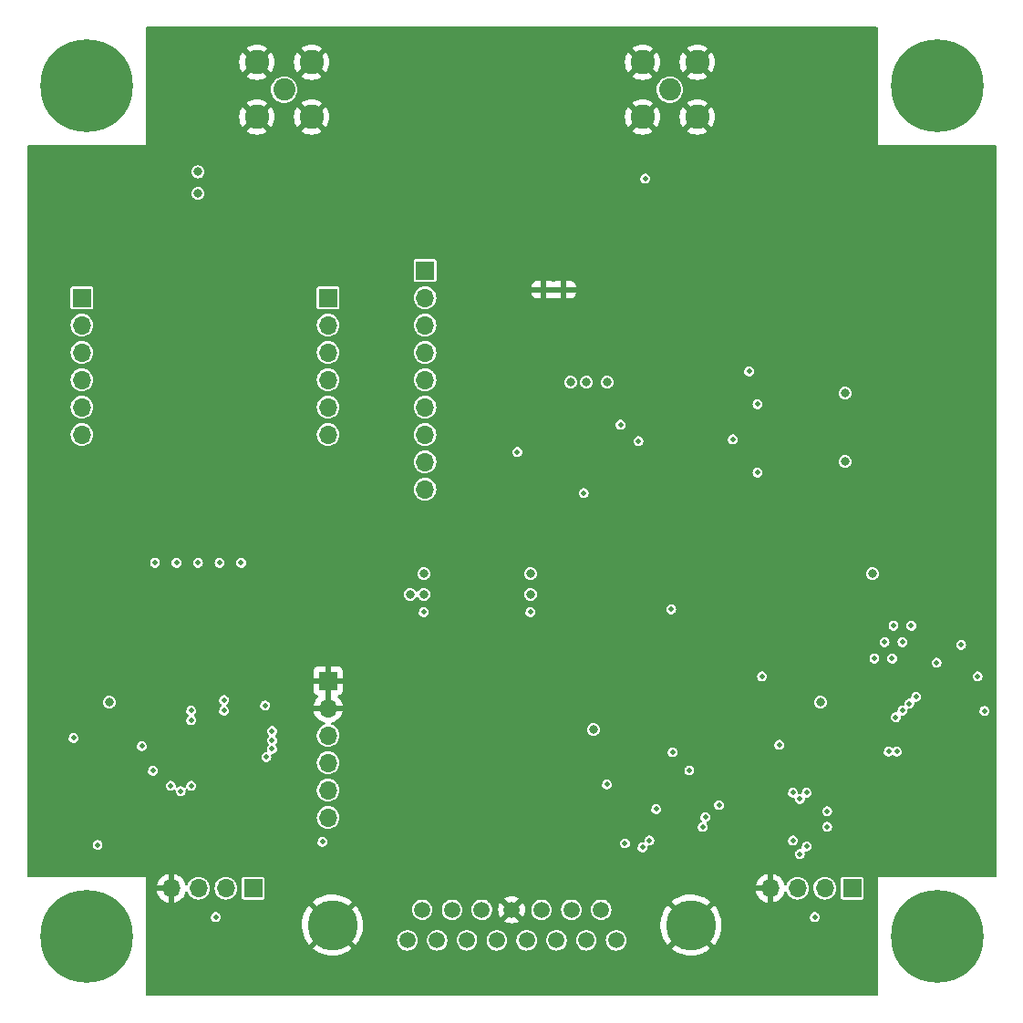
<source format=gbr>
%TF.GenerationSoftware,KiCad,Pcbnew,(6.0.8)*%
%TF.CreationDate,2023-01-27T01:30:18-08:00*%
%TF.ProjectId,RF_Board,52465f42-6f61-4726-942e-6b696361645f,rev?*%
%TF.SameCoordinates,Original*%
%TF.FileFunction,Copper,L2,Inr*%
%TF.FilePolarity,Positive*%
%FSLAX46Y46*%
G04 Gerber Fmt 4.6, Leading zero omitted, Abs format (unit mm)*
G04 Created by KiCad (PCBNEW (6.0.8)) date 2023-01-27 01:30:18*
%MOMM*%
%LPD*%
G01*
G04 APERTURE LIST*
%TA.AperFunction,ComponentPad*%
%ADD10R,1.700000X1.700000*%
%TD*%
%TA.AperFunction,ComponentPad*%
%ADD11O,1.700000X1.700000*%
%TD*%
%TA.AperFunction,ComponentPad*%
%ADD12C,1.500000*%
%TD*%
%TA.AperFunction,ComponentPad*%
%ADD13C,4.650000*%
%TD*%
%TA.AperFunction,ComponentPad*%
%ADD14C,2.050000*%
%TD*%
%TA.AperFunction,ComponentPad*%
%ADD15C,2.250000*%
%TD*%
%TA.AperFunction,ComponentPad*%
%ADD16C,0.900000*%
%TD*%
%TA.AperFunction,ComponentPad*%
%ADD17C,8.600000*%
%TD*%
%TA.AperFunction,ComponentPad*%
%ADD18R,1.244600X0.609600*%
%TD*%
%TA.AperFunction,ViaPad*%
%ADD19C,0.508000*%
%TD*%
%TA.AperFunction,ViaPad*%
%ADD20C,0.800000*%
%TD*%
G04 APERTURE END LIST*
D10*
%TO.N,/RFM_DIO3*%
%TO.C,J6*%
X27949000Y-25168000D03*
D11*
%TO.N,/RFM_DIO4*%
X27949000Y-27708000D03*
%TO.N,/RFM_DIO0*%
X27949000Y-30248000D03*
%TO.N,/RFM_DIO1*%
X27949000Y-32788000D03*
%TO.N,/RFM_DIO2*%
X27949000Y-35328000D03*
%TO.N,/RFM_DIO5*%
X27949000Y-37868000D03*
%TD*%
D10*
%TO.N,/RFM_AUX_CSN*%
%TO.C,J9*%
X36949000Y-22628000D03*
D11*
%TO.N,/RFM_AUX_RST*%
X36949000Y-25168000D03*
%TO.N,/RFM_AUX_DIO0*%
X36949000Y-27708000D03*
%TO.N,/CC2500_CSN*%
X36949000Y-30248000D03*
%TO.N,/GDO0*%
X36949000Y-32788000D03*
%TO.N,/GDO2*%
X36949000Y-35328000D03*
%TO.N,/CC2500_MISO*%
X36949000Y-37868000D03*
%TO.N,/CC2500_SCLK*%
X36949000Y-40408000D03*
%TO.N,/CC2500_MOSI*%
X36949000Y-42948000D03*
%TD*%
D12*
%TO.N,/RFM_UART_TX*%
%TO.C,J8*%
X35305000Y-84840000D03*
%TO.N,/RFM_UART_RX*%
X38075000Y-84840000D03*
%TO.N,/RFM_TX_EMPTY*%
X40845000Y-84840000D03*
%TO.N,/RFM_RX_EMPTY*%
X43615000Y-84840000D03*
%TO.N,/CC2500_UART_TX*%
X46385000Y-84840000D03*
%TO.N,/CC2500_UART_RX*%
X49155000Y-84840000D03*
%TO.N,/CC2500_TX_EMPTY*%
X51925000Y-84840000D03*
%TO.N,/CC2500_RX_EMPTY*%
X54695000Y-84840000D03*
%TO.N,/5V0_IN*%
X36690000Y-82000000D03*
%TO.N,/RFM_TX_OVERFLOW*%
X39460000Y-82000000D03*
%TO.N,/RFM_RX_OVERFLOW*%
X42230000Y-82000000D03*
%TO.N,GND*%
X45000000Y-82000000D03*
%TO.N,/CC2500_TX_OVERFLOW*%
X47770000Y-82000000D03*
%TO.N,/CC2500_RX_OVERFLOW*%
X50540000Y-82000000D03*
%TO.N,/3V3_IN*%
X53310000Y-82000000D03*
D13*
%TO.N,GND*%
X28350000Y-83420000D03*
X61650000Y-83420000D03*
%TD*%
D10*
%TO.N,GND*%
%TO.C,J7*%
X27949000Y-60728000D03*
D11*
X27949000Y-63268000D03*
%TO.N,+5V*%
X27949000Y-65808000D03*
X27949000Y-68348000D03*
%TO.N,unconnected-(J7-Pad5)*%
X27949000Y-70888000D03*
%TO.N,unconnected-(J7-Pad6)*%
X27949000Y-73428000D03*
%TD*%
D10*
%TO.N,/RFM_RST*%
%TO.C,J5*%
X5089000Y-25168000D03*
D11*
%TO.N,/RFM_CSN*%
X5089000Y-27708000D03*
%TO.N,/RFM_SCLK*%
X5089000Y-30248000D03*
%TO.N,/RFM_MOSI*%
X5089000Y-32788000D03*
%TO.N,/RFM_MISO*%
X5089000Y-35328000D03*
%TO.N,/RFM_3V3_OUT*%
X5089000Y-37868000D03*
%TD*%
D14*
%TO.N,Net-(J3-Pad1)*%
%TO.C,J3*%
X23876000Y-5842000D03*
D15*
%TO.N,GND*%
X26416000Y-3302000D03*
X26416000Y-8382000D03*
X21336000Y-8382000D03*
X21336000Y-3302000D03*
%TD*%
D16*
%TO.N,Net-(H3-Pad1)*%
%TO.C,H3*%
X3219581Y-82219581D03*
X5500000Y-87725000D03*
X3219581Y-86780419D03*
X7780419Y-82219581D03*
X2275000Y-84500000D03*
X8725000Y-84500000D03*
X5500000Y-81275000D03*
D17*
X5500000Y-84500000D03*
D16*
X7780419Y-86780419D03*
%TD*%
%TO.N,Net-(H4-Pad1)*%
%TO.C,H4*%
X87725000Y-84500000D03*
X84500000Y-87725000D03*
X84500000Y-81275000D03*
X82219581Y-82219581D03*
X86780419Y-86780419D03*
D17*
X84500000Y-84500000D03*
D16*
X81275000Y-84500000D03*
X82219581Y-86780419D03*
X86780419Y-82219581D03*
%TD*%
%TO.N,Net-(H2-Pad1)*%
%TO.C,H2*%
X7780419Y-7780419D03*
X8725000Y-5500000D03*
X3219581Y-7780419D03*
X7780419Y-3219581D03*
X5500000Y-8725000D03*
D17*
X5500000Y-5500000D03*
D16*
X2275000Y-5500000D03*
X3219581Y-3219581D03*
X5500000Y-2275000D03*
%TD*%
D10*
%TO.N,+3.3V*%
%TO.C,J2*%
X76620000Y-80000000D03*
D11*
%TO.N,/CC2500_SBWTCK*%
X74080000Y-80000000D03*
%TO.N,/CC2500_SBWTDIO*%
X71540000Y-80000000D03*
%TO.N,GND*%
X69000000Y-80000000D03*
%TD*%
D14*
%TO.N,Net-(C24-Pad2)*%
%TO.C,J1*%
X59690000Y-5842000D03*
D15*
%TO.N,GND*%
X57150000Y-3302000D03*
X62230000Y-3302000D03*
X57150000Y-8382000D03*
X62230000Y-8382000D03*
%TD*%
D18*
%TO.N,GND*%
%TO.C,U8*%
X49822100Y-24409400D03*
X47967900Y-24409400D03*
%TD*%
D10*
%TO.N,+3.3V*%
%TO.C,J4*%
X21000000Y-80000000D03*
D11*
%TO.N,/RFM_SBWTCK*%
X18460000Y-80000000D03*
%TO.N,/RFM_SBWTDIO*%
X15920000Y-80000000D03*
%TO.N,GND*%
X13380000Y-80000000D03*
%TD*%
D16*
%TO.N,Net-(H1-Pad1)*%
%TO.C,H1*%
X87725000Y-5500000D03*
X82219581Y-3219581D03*
X86780419Y-3219581D03*
X84500000Y-8725000D03*
X81275000Y-5500000D03*
D17*
X84500000Y-5500000D03*
D16*
X86780419Y-7780419D03*
X84500000Y-2275000D03*
X82219581Y-7780419D03*
%TD*%
D19*
%TO.N,GND*%
X24892000Y-11430000D03*
X53848000Y-71908000D03*
X47595000Y-29010000D03*
X63000000Y-1000000D03*
X72000000Y-1000000D03*
X50525200Y-44923900D03*
X53058000Y-48798000D03*
X54130000Y-19020000D03*
X29948062Y-61671018D03*
X37377022Y-11877815D03*
X51306666Y-19020000D03*
X54000000Y-1000000D03*
X78000000Y-7000000D03*
X18272764Y-3668604D03*
X50017238Y-7566023D03*
X4000000Y-12000000D03*
X52298000Y-67360000D03*
X46990000Y-25908000D03*
X64631510Y-11225555D03*
X83000000Y-78000000D03*
X56723351Y-11756258D03*
X60000000Y-1000000D03*
X3092112Y-67624493D03*
X7007353Y-57698954D03*
X7057317Y-34058149D03*
X89000000Y-72000000D03*
X22946662Y-18925397D03*
X60960000Y-10160000D03*
X1000000Y-63000000D03*
X12000000Y-4000000D03*
X42126738Y-31129815D03*
X58004000Y-69850000D03*
X69000000Y-1000000D03*
D20*
X21082000Y-5842000D03*
D19*
X64290000Y-21620000D03*
X31008376Y-87973798D03*
X27000000Y-89000000D03*
X58958000Y-56656000D03*
X70128497Y-22256215D03*
X86000000Y-78000000D03*
X59607998Y-49707800D03*
X66000000Y-1000000D03*
X1000000Y-39000000D03*
X89000000Y-45000000D03*
X69000000Y-89000000D03*
X47498000Y-32191282D03*
X22860000Y-10414000D03*
X12700000Y-34290000D03*
X56415001Y-19020000D03*
X79974063Y-41111687D03*
X29457857Y-8423896D03*
X1000000Y-60000000D03*
X50800000Y-45974000D03*
X57000000Y-89000000D03*
X22606000Y-12192000D03*
X76264084Y-7102294D03*
X53721000Y-40031000D03*
X61303780Y-33243529D03*
X21000000Y-89000000D03*
X30000000Y-1000000D03*
X70132434Y-44291791D03*
X36000000Y-1000000D03*
X31251215Y-14877302D03*
X59606432Y-48291785D03*
X83000000Y-12000000D03*
X18000000Y-1000000D03*
X42178856Y-6846968D03*
X3483784Y-22195475D03*
D20*
X48260000Y-38100000D03*
D19*
X1000000Y-72000000D03*
D20*
X63300149Y-69137869D03*
D19*
X59720000Y-62428000D03*
X86797689Y-19254291D03*
X12000000Y-86000000D03*
X80039978Y-15419343D03*
X13825000Y-84500000D03*
X69282693Y-48832651D03*
X17780000Y-31750000D03*
X24000000Y-89000000D03*
X83404131Y-65204467D03*
X33735010Y-79584280D03*
X49870000Y-39402500D03*
X63764007Y-26934275D03*
X67711533Y-6702720D03*
X67535566Y-44164209D03*
X34885828Y-68228120D03*
X55908000Y-63500000D03*
X7000000Y-78000000D03*
X55245000Y-40031000D03*
X18000000Y-89000000D03*
X45566000Y-56581000D03*
X10000000Y-12000000D03*
X46993040Y-30891282D03*
X74168000Y-32486000D03*
X50225200Y-48798000D03*
X53058000Y-46198000D03*
X47935000Y-27966000D03*
X15875000Y-85751000D03*
X70130063Y-26932350D03*
X45909580Y-29798214D03*
X1000000Y-33000000D03*
X68580000Y-39339000D03*
X67530063Y-26932350D03*
X11538039Y-88286364D03*
X4490306Y-18319503D03*
X39000000Y-1000000D03*
X42606036Y-76230654D03*
X1000000Y-36000000D03*
X50800000Y-25908000D03*
X87676810Y-22053880D03*
D20*
X75946000Y-32136000D03*
D19*
X55058000Y-49707800D03*
X70130063Y-30873558D03*
X70104000Y-35560000D03*
X72307000Y-64414400D03*
X78000000Y-83000000D03*
X89000000Y-57000000D03*
X89000000Y-42000000D03*
X3235725Y-41280092D03*
X1000000Y-57000000D03*
X59964157Y-30017177D03*
X68895183Y-11201739D03*
D20*
X21876000Y-14478000D03*
D19*
X89000000Y-21000000D03*
X67953157Y-57649630D03*
X34181816Y-34009200D03*
X27000000Y-1000000D03*
X48768000Y-48006000D03*
X1000000Y-21000000D03*
X72000000Y-89000000D03*
X30760816Y-68549199D03*
X12000000Y-89000000D03*
X42151119Y-10943851D03*
X39000000Y-89000000D03*
X22328511Y-23618626D03*
D20*
X49530000Y-38100000D03*
D19*
X55626000Y-88392000D03*
X65528799Y-47528000D03*
X56804000Y-68650000D03*
X22515418Y-57538303D03*
X60788793Y-41100828D03*
X77017980Y-3496677D03*
X42314241Y-71404545D03*
X1000000Y-66000000D03*
X41789194Y-68608195D03*
X73045175Y-87002239D03*
X87359435Y-12239832D03*
X59436000Y-20828000D03*
X70130063Y-28428000D03*
X78000000Y-4000000D03*
X6915690Y-14840032D03*
X58958000Y-59436000D03*
X38556328Y-14332460D03*
X35039536Y-22735403D03*
X34270050Y-30306238D03*
X83908556Y-14976533D03*
X78000000Y-80000000D03*
X54356000Y-48895000D03*
D20*
X48260000Y-36830000D03*
D19*
X25146000Y-12192000D03*
X54130000Y-21620000D03*
X24892000Y-10414000D03*
X7571747Y-25856812D03*
X38318522Y-87419030D03*
X47554000Y-34290000D03*
X51000000Y-1000000D03*
D20*
X23876000Y-49784000D03*
D19*
X12000000Y-83000000D03*
D20*
X66057865Y-68784315D03*
D19*
X69477763Y-24384000D03*
X64223599Y-47528000D03*
X80098691Y-76163500D03*
X34114524Y-37541519D03*
X55568000Y-64520000D03*
D20*
X53848000Y-30070000D03*
D19*
X17780000Y-26670000D03*
X36000000Y-89000000D03*
X1000000Y-45000000D03*
X89000000Y-36000000D03*
X56565001Y-21620000D03*
X61066831Y-26119508D03*
X64290000Y-19020000D03*
X48133000Y-40640000D03*
X53742608Y-52615272D03*
X52663171Y-57807410D03*
X17780000Y-34290000D03*
X29695186Y-10956857D03*
X12700000Y-31750000D03*
X80739583Y-30757606D03*
X54000000Y-89000000D03*
X58040002Y-21620000D03*
X42017899Y-14995990D03*
X52818333Y-21620000D03*
X5943000Y-64414400D03*
X47595000Y-21320000D03*
X60452000Y-20828000D03*
X89000000Y-54000000D03*
D20*
X48636000Y-52705000D03*
D19*
X89000000Y-18000000D03*
X88395681Y-33848207D03*
X12700000Y-29210000D03*
X58618000Y-60325000D03*
D20*
X38113000Y-59195000D03*
D19*
X41364165Y-27496822D03*
X14841194Y-4333319D03*
X89000000Y-30000000D03*
X17780000Y-29210000D03*
X49447421Y-61332918D03*
X35121324Y-46372011D03*
X75510682Y-26824740D03*
X67530063Y-30873558D03*
D20*
X59690000Y-3048000D03*
D19*
X58420000Y-74195000D03*
X42321248Y-19002365D03*
X55854000Y-14097000D03*
X46054065Y-88473493D03*
X68501240Y-47073256D03*
X47925200Y-46498000D03*
X58958000Y-58466000D03*
X50236000Y-34290000D03*
X26396181Y-10513137D03*
X46006975Y-4084305D03*
X33000000Y-89000000D03*
X64445531Y-7390508D03*
X22860000Y-11430000D03*
X57000000Y-1000000D03*
X15240000Y-31750000D03*
X33472515Y-72777434D03*
X68993228Y-83615867D03*
X50800000Y-26924000D03*
X37359621Y-8081734D03*
X60960000Y-11430000D03*
X33411503Y-11787955D03*
X55090000Y-21620000D03*
X9652000Y-61188000D03*
X50084875Y-31412638D03*
X27149048Y-87223329D03*
X29999913Y-3071190D03*
X86000000Y-12000000D03*
X73100693Y-11861768D03*
X68497305Y-19474742D03*
X1000000Y-30000000D03*
X42000000Y-89000000D03*
X87297152Y-15439976D03*
X33394738Y-26775027D03*
X75819995Y-15290954D03*
X47925200Y-44923900D03*
X57462741Y-46560757D03*
X6734183Y-18317005D03*
X26858985Y-23039617D03*
X44870414Y-38002245D03*
X89000000Y-27000000D03*
X50195000Y-29010000D03*
X74168000Y-38836000D03*
X71408780Y-52398366D03*
D20*
X73660000Y-59788000D03*
D19*
X5943000Y-67157600D03*
X30000000Y-89000000D03*
X58420000Y-10160000D03*
X78000000Y-89000000D03*
X48570000Y-39402500D03*
X60244213Y-44929566D03*
X61613198Y-44928000D03*
X8154583Y-42108389D03*
X1000000Y-24000000D03*
X52386143Y-3044977D03*
D20*
X38730000Y-52705000D03*
D19*
X34751012Y-15670621D03*
X12000000Y-10000000D03*
X56104543Y-42261045D03*
X34232988Y-6736701D03*
X13825000Y-5500000D03*
D20*
X26670000Y-5842000D03*
D19*
X64223599Y-44928000D03*
D20*
X7620000Y-59778000D03*
D19*
X58618000Y-57550000D03*
X51689000Y-44857000D03*
D20*
X23876000Y-3048000D03*
D19*
X34800201Y-61290103D03*
X75000000Y-89000000D03*
X1000000Y-48000000D03*
X71810839Y-30103437D03*
X55358000Y-46198000D03*
X67531629Y-22383785D03*
X23352251Y-87486528D03*
X6612911Y-49722681D03*
X56358000Y-56656000D03*
X45331614Y-7211763D03*
X56358000Y-58466000D03*
X1000000Y-15000000D03*
X50292000Y-41910000D03*
X48260000Y-19812000D03*
X41329861Y-88143622D03*
X49274079Y-15237241D03*
X65250000Y-19020000D03*
X65266673Y-79488617D03*
X26562438Y-18703702D03*
X21000000Y-1000000D03*
D20*
X48273000Y-59195000D03*
D19*
X24000000Y-1000000D03*
X75692000Y-61188000D03*
X76175000Y-5500000D03*
X69679253Y-45895245D03*
X61361500Y-54102000D03*
X1000000Y-51000000D03*
X56769000Y-40131000D03*
X1000000Y-27000000D03*
X41393589Y-4225302D03*
X89000000Y-60000000D03*
X62918398Y-47528000D03*
X4565438Y-54048070D03*
X45000000Y-89000000D03*
X65027054Y-2797281D03*
X71754502Y-37520483D03*
X67530063Y-28428000D03*
X50292000Y-35560000D03*
X50195000Y-27966000D03*
X56358000Y-59436000D03*
X60371783Y-47526434D03*
X50832500Y-36490000D03*
X63820944Y-33991315D03*
X11024047Y-76654835D03*
X85533000Y-43180000D03*
X49020410Y-11763645D03*
X89000000Y-75000000D03*
X78000000Y-1000000D03*
X68580000Y-33020000D03*
X15240000Y-24130000D03*
X15240000Y-29210000D03*
X27062608Y-15516655D03*
X55090000Y-19020000D03*
X66893848Y-19021566D03*
X56990360Y-31318846D03*
X46382000Y-56581000D03*
X89000000Y-33000000D03*
X57481546Y-33387357D03*
X49895000Y-19020000D03*
X4000000Y-78000000D03*
X75498904Y-86885243D03*
X57912000Y-86614000D03*
X64600760Y-29529009D03*
X3487432Y-71898110D03*
X7264785Y-53681439D03*
X12700000Y-26670000D03*
X10668000Y-64770000D03*
X88343620Y-37887253D03*
X68902750Y-86592487D03*
X15240000Y-34290000D03*
X66897785Y-47526433D03*
X70130063Y-31991300D03*
X61613198Y-47528000D03*
X69675319Y-20652757D03*
X75514912Y-23223078D03*
X80211233Y-25806634D03*
X29904730Y-52511322D03*
X12000000Y-7000000D03*
X52796888Y-26656764D03*
D20*
X49628000Y-65278000D03*
D19*
X3178574Y-76778758D03*
X3201931Y-44822810D03*
X46990000Y-26924000D03*
X89000000Y-24000000D03*
X34679678Y-3256187D03*
X87732662Y-26215504D03*
D20*
X49530000Y-36830000D03*
D19*
X71968940Y-2872453D03*
X89000000Y-39000000D03*
X12000000Y-80000000D03*
X89000000Y-12000000D03*
X35089380Y-18568635D03*
X1000000Y-78000000D03*
X38069493Y-2793596D03*
X7692354Y-22121786D03*
X34261451Y-41571677D03*
X59944000Y-74195000D03*
X58004000Y-68650000D03*
X56804000Y-69850000D03*
X48000000Y-89000000D03*
X64262000Y-86106000D03*
X63766004Y-49701840D03*
X89000000Y-51000000D03*
X49188695Y-3722501D03*
X36476000Y-56581000D03*
X76175000Y-84500000D03*
X1000000Y-12000000D03*
X30354617Y-63837392D03*
X30940491Y-73003000D03*
X30536999Y-22923744D03*
X50292000Y-40640000D03*
X4169982Y-15764744D03*
X49403396Y-87599764D03*
X46957500Y-36490000D03*
X53147204Y-10887575D03*
X15075072Y-11139910D03*
X33000000Y-1000000D03*
X12700000Y-24130000D03*
X35660000Y-56581000D03*
X1000000Y-75000000D03*
X70104000Y-36830000D03*
X89000000Y-78000000D03*
X51943000Y-31470000D03*
X60000000Y-89000000D03*
X47498000Y-35560000D03*
X45000000Y-1000000D03*
X89000000Y-15000000D03*
X60301323Y-61739879D03*
X46957500Y-38440000D03*
X18037165Y-86999324D03*
X1000000Y-54000000D03*
X53325490Y-8079646D03*
X53435566Y-60710516D03*
X89000000Y-48000000D03*
X72666758Y-7637554D03*
X71501000Y-85751000D03*
X66000000Y-89000000D03*
X17780000Y-24130000D03*
X23168083Y-84637358D03*
D20*
X75946000Y-38486000D03*
D19*
X78000000Y-10000000D03*
X51506666Y-21620000D03*
X15000000Y-1000000D03*
X38782852Y-18712417D03*
X65528799Y-44928000D03*
X57404000Y-69250000D03*
X30073314Y-57739436D03*
X42000000Y-1000000D03*
X15532131Y-7366021D03*
X48133000Y-41910000D03*
X1000000Y-69000000D03*
X44685017Y-26475999D03*
X64210087Y-57713966D03*
X63000000Y-89000000D03*
X84458301Y-22555554D03*
X34074468Y-88067957D03*
X86748556Y-75678714D03*
X67825056Y-4025690D03*
X18566994Y-11760697D03*
X76100802Y-11523066D03*
X30332156Y-19021469D03*
X60960000Y-12700000D03*
X87978093Y-31301204D03*
X72307000Y-67157600D03*
X62230000Y-19050000D03*
X67564000Y-36830000D03*
X48000000Y-1000000D03*
X79728192Y-38940583D03*
X45712934Y-80217793D03*
X72113874Y-18785768D03*
X56659000Y-36957000D03*
X80133765Y-19520409D03*
X18291236Y-7832839D03*
X10000000Y-78000000D03*
X56366689Y-26491538D03*
X51000000Y-89000000D03*
X66766278Y-21618434D03*
X1000000Y-42000000D03*
X78000000Y-86000000D03*
X52098000Y-48798000D03*
X65250000Y-21620000D03*
X58420000Y-11430000D03*
X66770215Y-44929565D03*
X33308841Y-65266342D03*
X44801548Y-18262595D03*
X57658000Y-19050000D03*
X83031810Y-57799085D03*
X58640755Y-45382743D03*
X80000000Y-12000000D03*
X15000000Y-89000000D03*
X12000000Y-1000000D03*
D20*
X56896000Y-5842000D03*
D19*
X7698032Y-46523031D03*
X64114845Y-64053650D03*
X62918398Y-44928000D03*
X45779693Y-33447971D03*
X76899416Y-64793371D03*
X55568000Y-62461000D03*
X52718333Y-19020000D03*
X72678662Y-21963624D03*
X1000000Y-18000000D03*
X50195000Y-29980000D03*
X61990000Y-21620000D03*
X75000000Y-1000000D03*
X58420000Y-12700000D03*
X59720000Y-65480000D03*
X55568000Y-65480000D03*
X52098000Y-46198000D03*
X15240000Y-26670000D03*
X68182363Y-24384000D03*
X59390000Y-63500000D03*
X46297662Y-14974003D03*
X4061210Y-50131739D03*
X46227899Y-11114990D03*
X15643669Y-88262047D03*
D20*
X62484000Y-5842000D03*
D19*
X59720000Y-64520000D03*
X54148114Y-14579484D03*
X7000000Y-12000000D03*
X83695307Y-19575941D03*
%TO.N,+5V*%
X57404000Y-14097000D03*
X55109000Y-36957000D03*
D20*
X15876000Y-15478000D03*
X36830000Y-52705000D03*
X35560000Y-52705000D03*
X75946000Y-40386000D03*
X36830000Y-50800000D03*
X75946000Y-34036000D03*
X53848000Y-33020000D03*
X15875000Y-13478000D03*
X50470000Y-33020000D03*
D19*
X59811499Y-54102000D03*
D20*
X51943000Y-33020000D03*
D19*
X51689000Y-43307000D03*
X36830000Y-54356000D03*
%TO.N,/PA_VDET*%
X56769000Y-38481000D03*
X88900000Y-63520000D03*
%TO.N,+3.3V*%
X58420000Y-72645000D03*
D20*
X46736000Y-50800000D03*
D19*
X80455000Y-55626000D03*
X53848000Y-70358000D03*
X59944000Y-67362500D03*
X68250000Y-60325000D03*
D20*
X7620000Y-62738000D03*
D19*
X6547500Y-75971000D03*
X78677000Y-58674000D03*
D20*
X46736000Y-52705000D03*
X52578000Y-65278000D03*
D19*
X17525000Y-82677000D03*
D20*
X73660000Y-62738000D03*
D19*
X61497476Y-69058524D03*
X46736000Y-54356000D03*
X79634000Y-57150000D03*
D20*
X78486000Y-50800000D03*
D19*
X73151000Y-82677000D03*
%TO.N,/CC2500_SBWTCK*%
X80772000Y-67310000D03*
%TO.N,/CC2500_SBWTDIO*%
X80010000Y-67310000D03*
%TO.N,/RFM_SBWTCK*%
X15240000Y-63500000D03*
%TO.N,/RFM_SBWTDIO*%
X15240000Y-64389000D03*
%TO.N,/RFM_RST*%
X19876000Y-49784000D03*
X22098000Y-63020000D03*
%TO.N,/RFM_CSN*%
X17876000Y-49784000D03*
X15240000Y-70485000D03*
%TO.N,/RFM_SCLK*%
X15876000Y-49784000D03*
X14260000Y-70993000D03*
%TO.N,/RFM_MOSI*%
X13335000Y-70485000D03*
X13876000Y-49784000D03*
%TO.N,/RFM_MISO*%
X11684000Y-69088000D03*
X11876000Y-49784000D03*
%TO.N,/RFM_DIO5*%
X10656485Y-66790485D03*
X4318000Y-66040000D03*
%TO.N,/RFM_DIO2*%
X22754748Y-67049192D03*
%TO.N,/RFM_DIO1*%
X22754748Y-66264162D03*
%TO.N,/RFM_DIO0*%
X22754748Y-65405000D03*
%TO.N,/RFM_DIO3*%
X22225000Y-67818000D03*
%TO.N,/RFM_RX_EMPTY*%
X27432000Y-75692000D03*
%TO.N,/CC2500_RX_EMPTY*%
X82550000Y-62230000D03*
%TO.N,/CC2500_TX_EMPTY*%
X81915000Y-62865000D03*
%TO.N,/RFM_RX_OVERFLOW*%
X18288000Y-62520000D03*
%TO.N,/RFM_TX_OVERFLOW*%
X18288000Y-63500000D03*
%TO.N,/CC2500_RX_OVERFLOW*%
X81280000Y-63500000D03*
%TO.N,/CC2500_TX_OVERFLOW*%
X80662603Y-64117397D03*
%TO.N,/CC2500_MOSI*%
X71755000Y-76835000D03*
X71755000Y-71721384D03*
X55516500Y-75836500D03*
%TO.N,/PA_EN*%
X45518000Y-39497000D03*
X84455000Y-59055000D03*
%TO.N,/LNA_SD*%
X67829800Y-41402000D03*
X82105000Y-55626000D03*
X67829800Y-35052000D03*
%TO.N,/LNA_BP_A*%
X80327000Y-58674000D03*
X65532000Y-38310300D03*
%TO.N,/LNA_BP_B*%
X81284000Y-57150000D03*
X67056000Y-32004000D03*
%TO.N,/RFM_AUX_DIO0*%
X69850000Y-66675000D03*
%TO.N,/RFM_AUX_RST*%
X88265000Y-60325000D03*
%TO.N,/RFM_AUX_CSN*%
X86741000Y-57404000D03*
%TO.N,/CC2500_SCLK*%
X72390000Y-71120000D03*
X72390000Y-76124984D03*
X57150000Y-76200000D03*
%TO.N,/CC2500_MISO*%
X57785000Y-75565000D03*
X71120000Y-75565000D03*
X71120000Y-71120000D03*
%TO.N,/CC2500_CSN*%
X64248516Y-72276484D03*
%TO.N,/GDO2*%
X74295000Y-72850900D03*
X74295000Y-74295000D03*
X62738000Y-74295000D03*
%TO.N,/GDO0*%
X62992000Y-73406000D03*
%TD*%
%TA.AperFunction,Conductor*%
%TO.N,GND*%
G36*
X78942121Y-21002D02*
G01*
X78988614Y-74658D01*
X79000000Y-127000D01*
X79000000Y-11000000D01*
X89873000Y-11000000D01*
X89941121Y-11020002D01*
X89987614Y-11073658D01*
X89999000Y-11126000D01*
X89999000Y-78874000D01*
X89978998Y-78942121D01*
X89925342Y-78988614D01*
X89873000Y-79000000D01*
X79000000Y-79000000D01*
X79000000Y-89873000D01*
X78979998Y-89941121D01*
X78926342Y-89987614D01*
X78874000Y-89999000D01*
X11126000Y-89999000D01*
X11057879Y-89978998D01*
X11011386Y-89925342D01*
X11000000Y-89873000D01*
X11000000Y-85597795D01*
X26537745Y-85597795D01*
X26537762Y-85598046D01*
X26543679Y-85606792D01*
X26561430Y-85622944D01*
X26567060Y-85627503D01*
X26826480Y-85813915D01*
X26832610Y-85817805D01*
X27111730Y-85973161D01*
X27118250Y-85976313D01*
X27413387Y-86098562D01*
X27420238Y-86100948D01*
X27727452Y-86188461D01*
X27734540Y-86190045D01*
X28049789Y-86241669D01*
X28056995Y-86242426D01*
X28376090Y-86257474D01*
X28383340Y-86257398D01*
X28702040Y-86235672D01*
X28709249Y-86234761D01*
X29023345Y-86176547D01*
X29030375Y-86174820D01*
X29335700Y-86080890D01*
X29342513Y-86078356D01*
X29635012Y-85949957D01*
X29641467Y-85946669D01*
X29917275Y-85785500D01*
X29923324Y-85781481D01*
X30153834Y-85608408D01*
X30162287Y-85597083D01*
X30155542Y-85584752D01*
X28362812Y-83792022D01*
X28348868Y-83784408D01*
X28347035Y-83784539D01*
X28340420Y-83788790D01*
X26545359Y-85583851D01*
X26537745Y-85597795D01*
X11000000Y-85597795D01*
X11000000Y-83334495D01*
X25513694Y-83334495D01*
X25522057Y-83653833D01*
X25522664Y-83661056D01*
X25567674Y-83977318D01*
X25569105Y-83984420D01*
X25650172Y-84293426D01*
X25652408Y-84300306D01*
X25768451Y-84597940D01*
X25771466Y-84604527D01*
X25920952Y-84886859D01*
X25924698Y-84893044D01*
X26105640Y-85156316D01*
X26110085Y-85162045D01*
X26162779Y-85222450D01*
X26175951Y-85230854D01*
X26185806Y-85224984D01*
X27977978Y-83432812D01*
X27984356Y-83421132D01*
X28714408Y-83421132D01*
X28714539Y-83422965D01*
X28718790Y-83429580D01*
X30512027Y-85222817D01*
X30525381Y-85230109D01*
X30535353Y-85223055D01*
X30625914Y-85114745D01*
X30630224Y-85108942D01*
X30805621Y-84841926D01*
X30809235Y-84835664D01*
X30813761Y-84826665D01*
X34349994Y-84826665D01*
X34365592Y-85012414D01*
X34367291Y-85018339D01*
X34408498Y-85162045D01*
X34416971Y-85191595D01*
X34502176Y-85357385D01*
X34617959Y-85503468D01*
X34759912Y-85624279D01*
X34765290Y-85627285D01*
X34765292Y-85627286D01*
X34792731Y-85642621D01*
X34922627Y-85715217D01*
X35099907Y-85772819D01*
X35284998Y-85794890D01*
X35291133Y-85794418D01*
X35291135Y-85794418D01*
X35464710Y-85781062D01*
X35464715Y-85781061D01*
X35470851Y-85780589D01*
X35476781Y-85778933D01*
X35476783Y-85778933D01*
X35644459Y-85732117D01*
X35644458Y-85732117D01*
X35650387Y-85730462D01*
X35816768Y-85646417D01*
X35841255Y-85627286D01*
X35958794Y-85535454D01*
X35958795Y-85535453D01*
X35963655Y-85531656D01*
X36085454Y-85390550D01*
X36177526Y-85228474D01*
X36236364Y-85051601D01*
X36256395Y-84893044D01*
X36259285Y-84870170D01*
X36259286Y-84870163D01*
X36259727Y-84866668D01*
X36260099Y-84840000D01*
X36258791Y-84826665D01*
X37119994Y-84826665D01*
X37135592Y-85012414D01*
X37137291Y-85018339D01*
X37178498Y-85162045D01*
X37186971Y-85191595D01*
X37272176Y-85357385D01*
X37387959Y-85503468D01*
X37529912Y-85624279D01*
X37535290Y-85627285D01*
X37535292Y-85627286D01*
X37562731Y-85642621D01*
X37692627Y-85715217D01*
X37869907Y-85772819D01*
X38054998Y-85794890D01*
X38061133Y-85794418D01*
X38061135Y-85794418D01*
X38234710Y-85781062D01*
X38234715Y-85781061D01*
X38240851Y-85780589D01*
X38246781Y-85778933D01*
X38246783Y-85778933D01*
X38414459Y-85732117D01*
X38414458Y-85732117D01*
X38420387Y-85730462D01*
X38586768Y-85646417D01*
X38611255Y-85627286D01*
X38728794Y-85535454D01*
X38728795Y-85535453D01*
X38733655Y-85531656D01*
X38855454Y-85390550D01*
X38947526Y-85228474D01*
X39006364Y-85051601D01*
X39026395Y-84893044D01*
X39029285Y-84870170D01*
X39029286Y-84870163D01*
X39029727Y-84866668D01*
X39030099Y-84840000D01*
X39028791Y-84826665D01*
X39889994Y-84826665D01*
X39905592Y-85012414D01*
X39907291Y-85018339D01*
X39948498Y-85162045D01*
X39956971Y-85191595D01*
X40042176Y-85357385D01*
X40157959Y-85503468D01*
X40299912Y-85624279D01*
X40305290Y-85627285D01*
X40305292Y-85627286D01*
X40332731Y-85642621D01*
X40462627Y-85715217D01*
X40639907Y-85772819D01*
X40824998Y-85794890D01*
X40831133Y-85794418D01*
X40831135Y-85794418D01*
X41004710Y-85781062D01*
X41004715Y-85781061D01*
X41010851Y-85780589D01*
X41016781Y-85778933D01*
X41016783Y-85778933D01*
X41184459Y-85732117D01*
X41184458Y-85732117D01*
X41190387Y-85730462D01*
X41356768Y-85646417D01*
X41381255Y-85627286D01*
X41498794Y-85535454D01*
X41498795Y-85535453D01*
X41503655Y-85531656D01*
X41625454Y-85390550D01*
X41717526Y-85228474D01*
X41776364Y-85051601D01*
X41796395Y-84893044D01*
X41799285Y-84870170D01*
X41799286Y-84870163D01*
X41799727Y-84866668D01*
X41800099Y-84840000D01*
X41798791Y-84826665D01*
X42659994Y-84826665D01*
X42675592Y-85012414D01*
X42677291Y-85018339D01*
X42718498Y-85162045D01*
X42726971Y-85191595D01*
X42812176Y-85357385D01*
X42927959Y-85503468D01*
X43069912Y-85624279D01*
X43075290Y-85627285D01*
X43075292Y-85627286D01*
X43102731Y-85642621D01*
X43232627Y-85715217D01*
X43409907Y-85772819D01*
X43594998Y-85794890D01*
X43601133Y-85794418D01*
X43601135Y-85794418D01*
X43774710Y-85781062D01*
X43774715Y-85781061D01*
X43780851Y-85780589D01*
X43786781Y-85778933D01*
X43786783Y-85778933D01*
X43954459Y-85732117D01*
X43954458Y-85732117D01*
X43960387Y-85730462D01*
X44126768Y-85646417D01*
X44151255Y-85627286D01*
X44268794Y-85535454D01*
X44268795Y-85535453D01*
X44273655Y-85531656D01*
X44395454Y-85390550D01*
X44487526Y-85228474D01*
X44546364Y-85051601D01*
X44566395Y-84893044D01*
X44569285Y-84870170D01*
X44569286Y-84870163D01*
X44569727Y-84866668D01*
X44570099Y-84840000D01*
X44568791Y-84826665D01*
X45429994Y-84826665D01*
X45445592Y-85012414D01*
X45447291Y-85018339D01*
X45488498Y-85162045D01*
X45496971Y-85191595D01*
X45582176Y-85357385D01*
X45697959Y-85503468D01*
X45839912Y-85624279D01*
X45845290Y-85627285D01*
X45845292Y-85627286D01*
X45872731Y-85642621D01*
X46002627Y-85715217D01*
X46179907Y-85772819D01*
X46364998Y-85794890D01*
X46371133Y-85794418D01*
X46371135Y-85794418D01*
X46544710Y-85781062D01*
X46544715Y-85781061D01*
X46550851Y-85780589D01*
X46556781Y-85778933D01*
X46556783Y-85778933D01*
X46724459Y-85732117D01*
X46724458Y-85732117D01*
X46730387Y-85730462D01*
X46896768Y-85646417D01*
X46921255Y-85627286D01*
X47038794Y-85535454D01*
X47038795Y-85535453D01*
X47043655Y-85531656D01*
X47165454Y-85390550D01*
X47257526Y-85228474D01*
X47316364Y-85051601D01*
X47336395Y-84893044D01*
X47339285Y-84870170D01*
X47339286Y-84870163D01*
X47339727Y-84866668D01*
X47340099Y-84840000D01*
X47338791Y-84826665D01*
X48199994Y-84826665D01*
X48215592Y-85012414D01*
X48217291Y-85018339D01*
X48258498Y-85162045D01*
X48266971Y-85191595D01*
X48352176Y-85357385D01*
X48467959Y-85503468D01*
X48609912Y-85624279D01*
X48615290Y-85627285D01*
X48615292Y-85627286D01*
X48642731Y-85642621D01*
X48772627Y-85715217D01*
X48949907Y-85772819D01*
X49134998Y-85794890D01*
X49141133Y-85794418D01*
X49141135Y-85794418D01*
X49314710Y-85781062D01*
X49314715Y-85781061D01*
X49320851Y-85780589D01*
X49326781Y-85778933D01*
X49326783Y-85778933D01*
X49494459Y-85732117D01*
X49494458Y-85732117D01*
X49500387Y-85730462D01*
X49666768Y-85646417D01*
X49691255Y-85627286D01*
X49808794Y-85535454D01*
X49808795Y-85535453D01*
X49813655Y-85531656D01*
X49935454Y-85390550D01*
X50027526Y-85228474D01*
X50086364Y-85051601D01*
X50106395Y-84893044D01*
X50109285Y-84870170D01*
X50109286Y-84870163D01*
X50109727Y-84866668D01*
X50110099Y-84840000D01*
X50108791Y-84826665D01*
X50969994Y-84826665D01*
X50985592Y-85012414D01*
X50987291Y-85018339D01*
X51028498Y-85162045D01*
X51036971Y-85191595D01*
X51122176Y-85357385D01*
X51237959Y-85503468D01*
X51379912Y-85624279D01*
X51385290Y-85627285D01*
X51385292Y-85627286D01*
X51412731Y-85642621D01*
X51542627Y-85715217D01*
X51719907Y-85772819D01*
X51904998Y-85794890D01*
X51911133Y-85794418D01*
X51911135Y-85794418D01*
X52084710Y-85781062D01*
X52084715Y-85781061D01*
X52090851Y-85780589D01*
X52096781Y-85778933D01*
X52096783Y-85778933D01*
X52264459Y-85732117D01*
X52264458Y-85732117D01*
X52270387Y-85730462D01*
X52436768Y-85646417D01*
X52461255Y-85627286D01*
X52578794Y-85535454D01*
X52578795Y-85535453D01*
X52583655Y-85531656D01*
X52705454Y-85390550D01*
X52797526Y-85228474D01*
X52856364Y-85051601D01*
X52876395Y-84893044D01*
X52879285Y-84870170D01*
X52879286Y-84870163D01*
X52879727Y-84866668D01*
X52880099Y-84840000D01*
X52878791Y-84826665D01*
X53739994Y-84826665D01*
X53755592Y-85012414D01*
X53757291Y-85018339D01*
X53798498Y-85162045D01*
X53806971Y-85191595D01*
X53892176Y-85357385D01*
X54007959Y-85503468D01*
X54149912Y-85624279D01*
X54155290Y-85627285D01*
X54155292Y-85627286D01*
X54182731Y-85642621D01*
X54312627Y-85715217D01*
X54489907Y-85772819D01*
X54674998Y-85794890D01*
X54681133Y-85794418D01*
X54681135Y-85794418D01*
X54854710Y-85781062D01*
X54854715Y-85781061D01*
X54860851Y-85780589D01*
X54866781Y-85778933D01*
X54866783Y-85778933D01*
X55034459Y-85732117D01*
X55034458Y-85732117D01*
X55040387Y-85730462D01*
X55206768Y-85646417D01*
X55231255Y-85627286D01*
X55269002Y-85597795D01*
X59837745Y-85597795D01*
X59837762Y-85598046D01*
X59843679Y-85606792D01*
X59861430Y-85622944D01*
X59867060Y-85627503D01*
X60126480Y-85813915D01*
X60132610Y-85817805D01*
X60411730Y-85973161D01*
X60418250Y-85976313D01*
X60713387Y-86098562D01*
X60720238Y-86100948D01*
X61027452Y-86188461D01*
X61034540Y-86190045D01*
X61349789Y-86241669D01*
X61356995Y-86242426D01*
X61676090Y-86257474D01*
X61683340Y-86257398D01*
X62002040Y-86235672D01*
X62009249Y-86234761D01*
X62323345Y-86176547D01*
X62330375Y-86174820D01*
X62635700Y-86080890D01*
X62642513Y-86078356D01*
X62935012Y-85949957D01*
X62941467Y-85946669D01*
X63217275Y-85785500D01*
X63223324Y-85781481D01*
X63453834Y-85608408D01*
X63462287Y-85597083D01*
X63455542Y-85584752D01*
X61662812Y-83792022D01*
X61648868Y-83784408D01*
X61647035Y-83784539D01*
X61640420Y-83788790D01*
X59845359Y-85583851D01*
X59837745Y-85597795D01*
X55269002Y-85597795D01*
X55348794Y-85535454D01*
X55348795Y-85535453D01*
X55353655Y-85531656D01*
X55475454Y-85390550D01*
X55567526Y-85228474D01*
X55626364Y-85051601D01*
X55646395Y-84893044D01*
X55649285Y-84870170D01*
X55649286Y-84870163D01*
X55649727Y-84866668D01*
X55650099Y-84840000D01*
X55631909Y-84654487D01*
X55630128Y-84648588D01*
X55630127Y-84648583D01*
X55579814Y-84481939D01*
X55578033Y-84476040D01*
X55490522Y-84311456D01*
X55486632Y-84306686D01*
X55486629Y-84306682D01*
X55376605Y-84171780D01*
X55376602Y-84171777D01*
X55372710Y-84167005D01*
X55367056Y-84162327D01*
X55233834Y-84052116D01*
X55229085Y-84048187D01*
X55065116Y-83959529D01*
X54976082Y-83931969D01*
X54892936Y-83906231D01*
X54892933Y-83906230D01*
X54887049Y-83904409D01*
X54880924Y-83903765D01*
X54880923Y-83903765D01*
X54707796Y-83885568D01*
X54707795Y-83885568D01*
X54701668Y-83884924D01*
X54623549Y-83892033D01*
X54522171Y-83901259D01*
X54522168Y-83901260D01*
X54516032Y-83901818D01*
X54510122Y-83903557D01*
X54510119Y-83903558D01*
X54433666Y-83926060D01*
X54337214Y-83954448D01*
X54172023Y-84040807D01*
X54026752Y-84157608D01*
X53906935Y-84300401D01*
X53903971Y-84305793D01*
X53903968Y-84305797D01*
X53829256Y-84441699D01*
X53817135Y-84463746D01*
X53815274Y-84469613D01*
X53815273Y-84469615D01*
X53791796Y-84543625D01*
X53760772Y-84641424D01*
X53739994Y-84826665D01*
X52878791Y-84826665D01*
X52861909Y-84654487D01*
X52860128Y-84648588D01*
X52860127Y-84648583D01*
X52809814Y-84481939D01*
X52808033Y-84476040D01*
X52720522Y-84311456D01*
X52716632Y-84306686D01*
X52716629Y-84306682D01*
X52606605Y-84171780D01*
X52606602Y-84171777D01*
X52602710Y-84167005D01*
X52597056Y-84162327D01*
X52463834Y-84052116D01*
X52459085Y-84048187D01*
X52295116Y-83959529D01*
X52206082Y-83931969D01*
X52122936Y-83906231D01*
X52122933Y-83906230D01*
X52117049Y-83904409D01*
X52110924Y-83903765D01*
X52110923Y-83903765D01*
X51937796Y-83885568D01*
X51937795Y-83885568D01*
X51931668Y-83884924D01*
X51853549Y-83892033D01*
X51752171Y-83901259D01*
X51752168Y-83901260D01*
X51746032Y-83901818D01*
X51740122Y-83903557D01*
X51740119Y-83903558D01*
X51663666Y-83926060D01*
X51567214Y-83954448D01*
X51402023Y-84040807D01*
X51256752Y-84157608D01*
X51136935Y-84300401D01*
X51133971Y-84305793D01*
X51133968Y-84305797D01*
X51059256Y-84441699D01*
X51047135Y-84463746D01*
X51045274Y-84469613D01*
X51045273Y-84469615D01*
X51021796Y-84543625D01*
X50990772Y-84641424D01*
X50969994Y-84826665D01*
X50108791Y-84826665D01*
X50091909Y-84654487D01*
X50090128Y-84648588D01*
X50090127Y-84648583D01*
X50039814Y-84481939D01*
X50038033Y-84476040D01*
X49950522Y-84311456D01*
X49946632Y-84306686D01*
X49946629Y-84306682D01*
X49836605Y-84171780D01*
X49836602Y-84171777D01*
X49832710Y-84167005D01*
X49827056Y-84162327D01*
X49693834Y-84052116D01*
X49689085Y-84048187D01*
X49525116Y-83959529D01*
X49436082Y-83931969D01*
X49352936Y-83906231D01*
X49352933Y-83906230D01*
X49347049Y-83904409D01*
X49340924Y-83903765D01*
X49340923Y-83903765D01*
X49167796Y-83885568D01*
X49167795Y-83885568D01*
X49161668Y-83884924D01*
X49083549Y-83892033D01*
X48982171Y-83901259D01*
X48982168Y-83901260D01*
X48976032Y-83901818D01*
X48970122Y-83903557D01*
X48970119Y-83903558D01*
X48893666Y-83926060D01*
X48797214Y-83954448D01*
X48632023Y-84040807D01*
X48486752Y-84157608D01*
X48366935Y-84300401D01*
X48363971Y-84305793D01*
X48363968Y-84305797D01*
X48289256Y-84441699D01*
X48277135Y-84463746D01*
X48275274Y-84469613D01*
X48275273Y-84469615D01*
X48251796Y-84543625D01*
X48220772Y-84641424D01*
X48199994Y-84826665D01*
X47338791Y-84826665D01*
X47321909Y-84654487D01*
X47320128Y-84648588D01*
X47320127Y-84648583D01*
X47269814Y-84481939D01*
X47268033Y-84476040D01*
X47180522Y-84311456D01*
X47176632Y-84306686D01*
X47176629Y-84306682D01*
X47066605Y-84171780D01*
X47066602Y-84171777D01*
X47062710Y-84167005D01*
X47057056Y-84162327D01*
X46923834Y-84052116D01*
X46919085Y-84048187D01*
X46755116Y-83959529D01*
X46666082Y-83931969D01*
X46582936Y-83906231D01*
X46582933Y-83906230D01*
X46577049Y-83904409D01*
X46570924Y-83903765D01*
X46570923Y-83903765D01*
X46397796Y-83885568D01*
X46397795Y-83885568D01*
X46391668Y-83884924D01*
X46313549Y-83892033D01*
X46212171Y-83901259D01*
X46212168Y-83901260D01*
X46206032Y-83901818D01*
X46200122Y-83903557D01*
X46200119Y-83903558D01*
X46123666Y-83926060D01*
X46027214Y-83954448D01*
X45862023Y-84040807D01*
X45716752Y-84157608D01*
X45596935Y-84300401D01*
X45593971Y-84305793D01*
X45593968Y-84305797D01*
X45519256Y-84441699D01*
X45507135Y-84463746D01*
X45505274Y-84469613D01*
X45505273Y-84469615D01*
X45481796Y-84543625D01*
X45450772Y-84641424D01*
X45429994Y-84826665D01*
X44568791Y-84826665D01*
X44551909Y-84654487D01*
X44550128Y-84648588D01*
X44550127Y-84648583D01*
X44499814Y-84481939D01*
X44498033Y-84476040D01*
X44410522Y-84311456D01*
X44406632Y-84306686D01*
X44406629Y-84306682D01*
X44296605Y-84171780D01*
X44296602Y-84171777D01*
X44292710Y-84167005D01*
X44287056Y-84162327D01*
X44153834Y-84052116D01*
X44149085Y-84048187D01*
X43985116Y-83959529D01*
X43896082Y-83931969D01*
X43812936Y-83906231D01*
X43812933Y-83906230D01*
X43807049Y-83904409D01*
X43800924Y-83903765D01*
X43800923Y-83903765D01*
X43627796Y-83885568D01*
X43627795Y-83885568D01*
X43621668Y-83884924D01*
X43543549Y-83892033D01*
X43442171Y-83901259D01*
X43442168Y-83901260D01*
X43436032Y-83901818D01*
X43430122Y-83903557D01*
X43430119Y-83903558D01*
X43353666Y-83926060D01*
X43257214Y-83954448D01*
X43092023Y-84040807D01*
X42946752Y-84157608D01*
X42826935Y-84300401D01*
X42823971Y-84305793D01*
X42823968Y-84305797D01*
X42749256Y-84441699D01*
X42737135Y-84463746D01*
X42735274Y-84469613D01*
X42735273Y-84469615D01*
X42711796Y-84543625D01*
X42680772Y-84641424D01*
X42659994Y-84826665D01*
X41798791Y-84826665D01*
X41781909Y-84654487D01*
X41780128Y-84648588D01*
X41780127Y-84648583D01*
X41729814Y-84481939D01*
X41728033Y-84476040D01*
X41640522Y-84311456D01*
X41636632Y-84306686D01*
X41636629Y-84306682D01*
X41526605Y-84171780D01*
X41526602Y-84171777D01*
X41522710Y-84167005D01*
X41517056Y-84162327D01*
X41383834Y-84052116D01*
X41379085Y-84048187D01*
X41215116Y-83959529D01*
X41126082Y-83931969D01*
X41042936Y-83906231D01*
X41042933Y-83906230D01*
X41037049Y-83904409D01*
X41030924Y-83903765D01*
X41030923Y-83903765D01*
X40857796Y-83885568D01*
X40857795Y-83885568D01*
X40851668Y-83884924D01*
X40773549Y-83892033D01*
X40672171Y-83901259D01*
X40672168Y-83901260D01*
X40666032Y-83901818D01*
X40660122Y-83903557D01*
X40660119Y-83903558D01*
X40583666Y-83926060D01*
X40487214Y-83954448D01*
X40322023Y-84040807D01*
X40176752Y-84157608D01*
X40056935Y-84300401D01*
X40053971Y-84305793D01*
X40053968Y-84305797D01*
X39979256Y-84441699D01*
X39967135Y-84463746D01*
X39965274Y-84469613D01*
X39965273Y-84469615D01*
X39941796Y-84543625D01*
X39910772Y-84641424D01*
X39889994Y-84826665D01*
X39028791Y-84826665D01*
X39011909Y-84654487D01*
X39010128Y-84648588D01*
X39010127Y-84648583D01*
X38959814Y-84481939D01*
X38958033Y-84476040D01*
X38870522Y-84311456D01*
X38866632Y-84306686D01*
X38866629Y-84306682D01*
X38756605Y-84171780D01*
X38756602Y-84171777D01*
X38752710Y-84167005D01*
X38747056Y-84162327D01*
X38613834Y-84052116D01*
X38609085Y-84048187D01*
X38445116Y-83959529D01*
X38356082Y-83931969D01*
X38272936Y-83906231D01*
X38272933Y-83906230D01*
X38267049Y-83904409D01*
X38260924Y-83903765D01*
X38260923Y-83903765D01*
X38087796Y-83885568D01*
X38087795Y-83885568D01*
X38081668Y-83884924D01*
X38003549Y-83892033D01*
X37902171Y-83901259D01*
X37902168Y-83901260D01*
X37896032Y-83901818D01*
X37890122Y-83903557D01*
X37890119Y-83903558D01*
X37813666Y-83926060D01*
X37717214Y-83954448D01*
X37552023Y-84040807D01*
X37406752Y-84157608D01*
X37286935Y-84300401D01*
X37283971Y-84305793D01*
X37283968Y-84305797D01*
X37209256Y-84441699D01*
X37197135Y-84463746D01*
X37195274Y-84469613D01*
X37195273Y-84469615D01*
X37171796Y-84543625D01*
X37140772Y-84641424D01*
X37119994Y-84826665D01*
X36258791Y-84826665D01*
X36241909Y-84654487D01*
X36240128Y-84648588D01*
X36240127Y-84648583D01*
X36189814Y-84481939D01*
X36188033Y-84476040D01*
X36100522Y-84311456D01*
X36096632Y-84306686D01*
X36096629Y-84306682D01*
X35986605Y-84171780D01*
X35986602Y-84171777D01*
X35982710Y-84167005D01*
X35977056Y-84162327D01*
X35843834Y-84052116D01*
X35839085Y-84048187D01*
X35675116Y-83959529D01*
X35586082Y-83931969D01*
X35502936Y-83906231D01*
X35502933Y-83906230D01*
X35497049Y-83904409D01*
X35490924Y-83903765D01*
X35490923Y-83903765D01*
X35317796Y-83885568D01*
X35317795Y-83885568D01*
X35311668Y-83884924D01*
X35233549Y-83892033D01*
X35132171Y-83901259D01*
X35132168Y-83901260D01*
X35126032Y-83901818D01*
X35120122Y-83903557D01*
X35120119Y-83903558D01*
X35043666Y-83926060D01*
X34947214Y-83954448D01*
X34782023Y-84040807D01*
X34636752Y-84157608D01*
X34516935Y-84300401D01*
X34513971Y-84305793D01*
X34513968Y-84305797D01*
X34439256Y-84441699D01*
X34427135Y-84463746D01*
X34425274Y-84469613D01*
X34425273Y-84469615D01*
X34401796Y-84543625D01*
X34370772Y-84641424D01*
X34349994Y-84826665D01*
X30813761Y-84826665D01*
X30952778Y-84550263D01*
X30955650Y-84543625D01*
X31065434Y-84243627D01*
X31067530Y-84236685D01*
X31142104Y-83926060D01*
X31143388Y-83918921D01*
X31181865Y-83600966D01*
X31182289Y-83595396D01*
X31187713Y-83422797D01*
X31187640Y-83417204D01*
X31182871Y-83334495D01*
X58813694Y-83334495D01*
X58822057Y-83653833D01*
X58822664Y-83661056D01*
X58867674Y-83977318D01*
X58869105Y-83984420D01*
X58950172Y-84293426D01*
X58952408Y-84300306D01*
X59068451Y-84597940D01*
X59071466Y-84604527D01*
X59220952Y-84886859D01*
X59224698Y-84893044D01*
X59405640Y-85156316D01*
X59410085Y-85162045D01*
X59462779Y-85222450D01*
X59475951Y-85230854D01*
X59485806Y-85224984D01*
X61277978Y-83432812D01*
X61284356Y-83421132D01*
X62014408Y-83421132D01*
X62014539Y-83422965D01*
X62018790Y-83429580D01*
X63812027Y-85222817D01*
X63825381Y-85230109D01*
X63835353Y-85223055D01*
X63925914Y-85114745D01*
X63930224Y-85108942D01*
X64105621Y-84841926D01*
X64109235Y-84835664D01*
X64252778Y-84550263D01*
X64255650Y-84543625D01*
X64365434Y-84243627D01*
X64367530Y-84236685D01*
X64442104Y-83926060D01*
X64443388Y-83918921D01*
X64481865Y-83600966D01*
X64482289Y-83595396D01*
X64487713Y-83422797D01*
X64487640Y-83417204D01*
X64469203Y-83097451D01*
X64468371Y-83090262D01*
X64413447Y-82775559D01*
X64411792Y-82768504D01*
X64383025Y-82671390D01*
X72691860Y-82671390D01*
X72693024Y-82680292D01*
X72693024Y-82680295D01*
X72707577Y-82791582D01*
X72708741Y-82800481D01*
X72761174Y-82919645D01*
X72844946Y-83019303D01*
X72852414Y-83024274D01*
X72852415Y-83024275D01*
X72945850Y-83086472D01*
X72945853Y-83086473D01*
X72953320Y-83091444D01*
X72961887Y-83094120D01*
X72961888Y-83094121D01*
X72983171Y-83100770D01*
X73077587Y-83130267D01*
X73086560Y-83130431D01*
X73086563Y-83130432D01*
X73143790Y-83131481D01*
X73207755Y-83132653D01*
X73259917Y-83118432D01*
X73324701Y-83100770D01*
X73324703Y-83100769D01*
X73333360Y-83098409D01*
X73431109Y-83038391D01*
X73436658Y-83034984D01*
X73436659Y-83034984D01*
X73444306Y-83030288D01*
X73512980Y-82954418D01*
X73525644Y-82940427D01*
X73525645Y-82940426D01*
X73531672Y-82933767D01*
X73551852Y-82892117D01*
X73584522Y-82824685D01*
X73584522Y-82824684D01*
X73588437Y-82816604D01*
X73610037Y-82688219D01*
X73610174Y-82677000D01*
X73591718Y-82548125D01*
X73537832Y-82429610D01*
X73488210Y-82372021D01*
X73458713Y-82337787D01*
X73458712Y-82337786D01*
X73452850Y-82330983D01*
X73343601Y-82260172D01*
X73218870Y-82222870D01*
X73209894Y-82222815D01*
X73209893Y-82222815D01*
X73156678Y-82222490D01*
X73088683Y-82222074D01*
X72963505Y-82257850D01*
X72853400Y-82327321D01*
X72847458Y-82334049D01*
X72847457Y-82334050D01*
X72813901Y-82372045D01*
X72767219Y-82424903D01*
X72763404Y-82433028D01*
X72763403Y-82433030D01*
X72715705Y-82534625D01*
X72711890Y-82542751D01*
X72710509Y-82551620D01*
X72693846Y-82658638D01*
X72691860Y-82671390D01*
X64383025Y-82671390D01*
X64321064Y-82462215D01*
X64318608Y-82455390D01*
X64193274Y-82161548D01*
X64190053Y-82155060D01*
X64031777Y-81877574D01*
X64027836Y-81871504D01*
X63838720Y-81614055D01*
X63826346Y-81606697D01*
X63825738Y-81606718D01*
X63817260Y-81611950D01*
X62022022Y-83407188D01*
X62014408Y-83421132D01*
X61284356Y-83421132D01*
X61285592Y-83418868D01*
X61285461Y-83417035D01*
X61281210Y-83410420D01*
X59487026Y-81616236D01*
X59474233Y-81609250D01*
X59463480Y-81617113D01*
X59321979Y-81797575D01*
X59317847Y-81803520D01*
X59150925Y-82075912D01*
X59147514Y-82082273D01*
X59013007Y-82372045D01*
X59010339Y-82378783D01*
X58910035Y-82682077D01*
X58908158Y-82689081D01*
X58843377Y-83001896D01*
X58842320Y-83009056D01*
X58813922Y-83327242D01*
X58813694Y-83334495D01*
X31182871Y-83334495D01*
X31169203Y-83097451D01*
X31168371Y-83090262D01*
X31161372Y-83050161D01*
X44314393Y-83050161D01*
X44323687Y-83062175D01*
X44364088Y-83090464D01*
X44373584Y-83095947D01*
X44563113Y-83184326D01*
X44573405Y-83188072D01*
X44775401Y-83242196D01*
X44786196Y-83244099D01*
X44994525Y-83262326D01*
X45005475Y-83262326D01*
X45213804Y-83244099D01*
X45224599Y-83242196D01*
X45426595Y-83188072D01*
X45436887Y-83184326D01*
X45626416Y-83095947D01*
X45635912Y-83090464D01*
X45677148Y-83061590D01*
X45685523Y-83051112D01*
X45678457Y-83037668D01*
X45012811Y-82372021D01*
X44998868Y-82364408D01*
X44997034Y-82364539D01*
X44990420Y-82368790D01*
X44320820Y-83038391D01*
X44314393Y-83050161D01*
X31161372Y-83050161D01*
X31113447Y-82775559D01*
X31111792Y-82768504D01*
X31021064Y-82462215D01*
X31018608Y-82455390D01*
X30893274Y-82161548D01*
X30890053Y-82155060D01*
X30794002Y-81986665D01*
X35734994Y-81986665D01*
X35735510Y-81992809D01*
X35749680Y-82161548D01*
X35750592Y-82172414D01*
X35752291Y-82178339D01*
X35798012Y-82337787D01*
X35801971Y-82351595D01*
X35804790Y-82357080D01*
X35842066Y-82429610D01*
X35887176Y-82517385D01*
X36002959Y-82663468D01*
X36007652Y-82667462D01*
X36007653Y-82667463D01*
X36018859Y-82677000D01*
X36144912Y-82784279D01*
X36307627Y-82875217D01*
X36484907Y-82932819D01*
X36669998Y-82954890D01*
X36676133Y-82954418D01*
X36676135Y-82954418D01*
X36849710Y-82941062D01*
X36849715Y-82941061D01*
X36855851Y-82940589D01*
X36861781Y-82938933D01*
X36861783Y-82938933D01*
X36973742Y-82907673D01*
X37035387Y-82890462D01*
X37201768Y-82806417D01*
X37226255Y-82787286D01*
X37343794Y-82695454D01*
X37343795Y-82695453D01*
X37348655Y-82691656D01*
X37470454Y-82550550D01*
X37474885Y-82542751D01*
X37534515Y-82437782D01*
X37562526Y-82388474D01*
X37621364Y-82211601D01*
X37628507Y-82155060D01*
X37644285Y-82030170D01*
X37644286Y-82030163D01*
X37644727Y-82026668D01*
X37645099Y-82000000D01*
X37643791Y-81986665D01*
X38504994Y-81986665D01*
X38505510Y-81992809D01*
X38519680Y-82161548D01*
X38520592Y-82172414D01*
X38522291Y-82178339D01*
X38568012Y-82337787D01*
X38571971Y-82351595D01*
X38574790Y-82357080D01*
X38612066Y-82429610D01*
X38657176Y-82517385D01*
X38772959Y-82663468D01*
X38777652Y-82667462D01*
X38777653Y-82667463D01*
X38788859Y-82677000D01*
X38914912Y-82784279D01*
X39077627Y-82875217D01*
X39254907Y-82932819D01*
X39439998Y-82954890D01*
X39446133Y-82954418D01*
X39446135Y-82954418D01*
X39619710Y-82941062D01*
X39619715Y-82941061D01*
X39625851Y-82940589D01*
X39631781Y-82938933D01*
X39631783Y-82938933D01*
X39743742Y-82907673D01*
X39805387Y-82890462D01*
X39971768Y-82806417D01*
X39996255Y-82787286D01*
X40113794Y-82695454D01*
X40113795Y-82695453D01*
X40118655Y-82691656D01*
X40240454Y-82550550D01*
X40244885Y-82542751D01*
X40304515Y-82437782D01*
X40332526Y-82388474D01*
X40391364Y-82211601D01*
X40398507Y-82155060D01*
X40414285Y-82030170D01*
X40414286Y-82030163D01*
X40414727Y-82026668D01*
X40415099Y-82000000D01*
X40413791Y-81986665D01*
X41274994Y-81986665D01*
X41275510Y-81992809D01*
X41289680Y-82161548D01*
X41290592Y-82172414D01*
X41292291Y-82178339D01*
X41338012Y-82337787D01*
X41341971Y-82351595D01*
X41344790Y-82357080D01*
X41382066Y-82429610D01*
X41427176Y-82517385D01*
X41542959Y-82663468D01*
X41547652Y-82667462D01*
X41547653Y-82667463D01*
X41558859Y-82677000D01*
X41684912Y-82784279D01*
X41847627Y-82875217D01*
X42024907Y-82932819D01*
X42209998Y-82954890D01*
X42216133Y-82954418D01*
X42216135Y-82954418D01*
X42389710Y-82941062D01*
X42389715Y-82941061D01*
X42395851Y-82940589D01*
X42401781Y-82938933D01*
X42401783Y-82938933D01*
X42513742Y-82907673D01*
X42575387Y-82890462D01*
X42741768Y-82806417D01*
X42766255Y-82787286D01*
X42883794Y-82695454D01*
X42883795Y-82695453D01*
X42888655Y-82691656D01*
X43010454Y-82550550D01*
X43014885Y-82542751D01*
X43074515Y-82437782D01*
X43102526Y-82388474D01*
X43161364Y-82211601D01*
X43168507Y-82155060D01*
X43184285Y-82030170D01*
X43184286Y-82030163D01*
X43184727Y-82026668D01*
X43185023Y-82005475D01*
X43737674Y-82005475D01*
X43755901Y-82213804D01*
X43757804Y-82224599D01*
X43811928Y-82426595D01*
X43815674Y-82436887D01*
X43904054Y-82626417D01*
X43909534Y-82635907D01*
X43938411Y-82677149D01*
X43948887Y-82685523D01*
X43962334Y-82678455D01*
X44627979Y-82012811D01*
X44634356Y-82001132D01*
X45364408Y-82001132D01*
X45364539Y-82002966D01*
X45368790Y-82009580D01*
X46038391Y-82679180D01*
X46050161Y-82685607D01*
X46062176Y-82676311D01*
X46090466Y-82635907D01*
X46095946Y-82626417D01*
X46184326Y-82436887D01*
X46188072Y-82426595D01*
X46242196Y-82224599D01*
X46244099Y-82213804D01*
X46262326Y-82005475D01*
X46262326Y-81994525D01*
X46261638Y-81986665D01*
X46814994Y-81986665D01*
X46815510Y-81992809D01*
X46829680Y-82161548D01*
X46830592Y-82172414D01*
X46832291Y-82178339D01*
X46878012Y-82337787D01*
X46881971Y-82351595D01*
X46884790Y-82357080D01*
X46922066Y-82429610D01*
X46967176Y-82517385D01*
X47082959Y-82663468D01*
X47087652Y-82667462D01*
X47087653Y-82667463D01*
X47098859Y-82677000D01*
X47224912Y-82784279D01*
X47387627Y-82875217D01*
X47564907Y-82932819D01*
X47749998Y-82954890D01*
X47756133Y-82954418D01*
X47756135Y-82954418D01*
X47929710Y-82941062D01*
X47929715Y-82941061D01*
X47935851Y-82940589D01*
X47941781Y-82938933D01*
X47941783Y-82938933D01*
X48053742Y-82907673D01*
X48115387Y-82890462D01*
X48281768Y-82806417D01*
X48306255Y-82787286D01*
X48423794Y-82695454D01*
X48423795Y-82695453D01*
X48428655Y-82691656D01*
X48550454Y-82550550D01*
X48554885Y-82542751D01*
X48614515Y-82437782D01*
X48642526Y-82388474D01*
X48701364Y-82211601D01*
X48708507Y-82155060D01*
X48724285Y-82030170D01*
X48724286Y-82030163D01*
X48724727Y-82026668D01*
X48725099Y-82000000D01*
X48723791Y-81986665D01*
X49584994Y-81986665D01*
X49585510Y-81992809D01*
X49599680Y-82161548D01*
X49600592Y-82172414D01*
X49602291Y-82178339D01*
X49648012Y-82337787D01*
X49651971Y-82351595D01*
X49654790Y-82357080D01*
X49692066Y-82429610D01*
X49737176Y-82517385D01*
X49852959Y-82663468D01*
X49857652Y-82667462D01*
X49857653Y-82667463D01*
X49868859Y-82677000D01*
X49994912Y-82784279D01*
X50157627Y-82875217D01*
X50334907Y-82932819D01*
X50519998Y-82954890D01*
X50526133Y-82954418D01*
X50526135Y-82954418D01*
X50699710Y-82941062D01*
X50699715Y-82941061D01*
X50705851Y-82940589D01*
X50711781Y-82938933D01*
X50711783Y-82938933D01*
X50823742Y-82907673D01*
X50885387Y-82890462D01*
X51051768Y-82806417D01*
X51076255Y-82787286D01*
X51193794Y-82695454D01*
X51193795Y-82695453D01*
X51198655Y-82691656D01*
X51320454Y-82550550D01*
X51324885Y-82542751D01*
X51384515Y-82437782D01*
X51412526Y-82388474D01*
X51471364Y-82211601D01*
X51478507Y-82155060D01*
X51494285Y-82030170D01*
X51494286Y-82030163D01*
X51494727Y-82026668D01*
X51495099Y-82000000D01*
X51493791Y-81986665D01*
X52354994Y-81986665D01*
X52355510Y-81992809D01*
X52369680Y-82161548D01*
X52370592Y-82172414D01*
X52372291Y-82178339D01*
X52418012Y-82337787D01*
X52421971Y-82351595D01*
X52424790Y-82357080D01*
X52462066Y-82429610D01*
X52507176Y-82517385D01*
X52622959Y-82663468D01*
X52627652Y-82667462D01*
X52627653Y-82667463D01*
X52638859Y-82677000D01*
X52764912Y-82784279D01*
X52927627Y-82875217D01*
X53104907Y-82932819D01*
X53289998Y-82954890D01*
X53296133Y-82954418D01*
X53296135Y-82954418D01*
X53469710Y-82941062D01*
X53469715Y-82941061D01*
X53475851Y-82940589D01*
X53481781Y-82938933D01*
X53481783Y-82938933D01*
X53593742Y-82907673D01*
X53655387Y-82890462D01*
X53821768Y-82806417D01*
X53846255Y-82787286D01*
X53963794Y-82695454D01*
X53963795Y-82695453D01*
X53968655Y-82691656D01*
X54090454Y-82550550D01*
X54094885Y-82542751D01*
X54154515Y-82437782D01*
X54182526Y-82388474D01*
X54241364Y-82211601D01*
X54248507Y-82155060D01*
X54264285Y-82030170D01*
X54264286Y-82030163D01*
X54264727Y-82026668D01*
X54265099Y-82000000D01*
X54246909Y-81814487D01*
X54245128Y-81808588D01*
X54245127Y-81808583D01*
X54194814Y-81641939D01*
X54193033Y-81636040D01*
X54105522Y-81471456D01*
X54101632Y-81466686D01*
X54101629Y-81466682D01*
X53991605Y-81331780D01*
X53991602Y-81331777D01*
X53987710Y-81327005D01*
X53982056Y-81322327D01*
X53889246Y-81245548D01*
X59839631Y-81245548D01*
X59846026Y-81256816D01*
X61637188Y-83047978D01*
X61651132Y-83055592D01*
X61652965Y-83055461D01*
X61659580Y-83051210D01*
X63452943Y-81257847D01*
X63460335Y-81244310D01*
X63453548Y-81234610D01*
X63368497Y-81161969D01*
X63362709Y-81157576D01*
X63097566Y-80979406D01*
X63091343Y-80975726D01*
X62807458Y-80829202D01*
X62800847Y-80826259D01*
X62502016Y-80713340D01*
X62495097Y-80711172D01*
X62185273Y-80633349D01*
X62178148Y-80631990D01*
X61861439Y-80590294D01*
X61854197Y-80589763D01*
X61534807Y-80584745D01*
X61527545Y-80585049D01*
X61209678Y-80616777D01*
X61202530Y-80617909D01*
X60890404Y-80685963D01*
X60883427Y-80687911D01*
X60581194Y-80791389D01*
X60574487Y-80794126D01*
X60286157Y-80931653D01*
X60279799Y-80935148D01*
X60009200Y-81104895D01*
X60003272Y-81109107D01*
X59848101Y-81233422D01*
X59839631Y-81245548D01*
X53889246Y-81245548D01*
X53887750Y-81244310D01*
X53844085Y-81208187D01*
X53680116Y-81119529D01*
X53591083Y-81091969D01*
X53507936Y-81066231D01*
X53507933Y-81066230D01*
X53502049Y-81064409D01*
X53495924Y-81063765D01*
X53495923Y-81063765D01*
X53322796Y-81045568D01*
X53322795Y-81045568D01*
X53316668Y-81044924D01*
X53238549Y-81052033D01*
X53137171Y-81061259D01*
X53137168Y-81061260D01*
X53131032Y-81061818D01*
X53125122Y-81063557D01*
X53125119Y-81063558D01*
X52958129Y-81112707D01*
X52952214Y-81114448D01*
X52787023Y-81200807D01*
X52641752Y-81317608D01*
X52521935Y-81460401D01*
X52518971Y-81465793D01*
X52518968Y-81465797D01*
X52495322Y-81508809D01*
X52432135Y-81623746D01*
X52375772Y-81801424D01*
X52354994Y-81986665D01*
X51493791Y-81986665D01*
X51476909Y-81814487D01*
X51475128Y-81808588D01*
X51475127Y-81808583D01*
X51424814Y-81641939D01*
X51423033Y-81636040D01*
X51335522Y-81471456D01*
X51331632Y-81466686D01*
X51331629Y-81466682D01*
X51221605Y-81331780D01*
X51221602Y-81331777D01*
X51217710Y-81327005D01*
X51212056Y-81322327D01*
X51117750Y-81244310D01*
X51074085Y-81208187D01*
X50910116Y-81119529D01*
X50821083Y-81091969D01*
X50737936Y-81066231D01*
X50737933Y-81066230D01*
X50732049Y-81064409D01*
X50725924Y-81063765D01*
X50725923Y-81063765D01*
X50552796Y-81045568D01*
X50552795Y-81045568D01*
X50546668Y-81044924D01*
X50468549Y-81052033D01*
X50367171Y-81061259D01*
X50367168Y-81061260D01*
X50361032Y-81061818D01*
X50355122Y-81063557D01*
X50355119Y-81063558D01*
X50188129Y-81112707D01*
X50182214Y-81114448D01*
X50017023Y-81200807D01*
X49871752Y-81317608D01*
X49751935Y-81460401D01*
X49748971Y-81465793D01*
X49748968Y-81465797D01*
X49725322Y-81508809D01*
X49662135Y-81623746D01*
X49605772Y-81801424D01*
X49584994Y-81986665D01*
X48723791Y-81986665D01*
X48706909Y-81814487D01*
X48705128Y-81808588D01*
X48705127Y-81808583D01*
X48654814Y-81641939D01*
X48653033Y-81636040D01*
X48565522Y-81471456D01*
X48561632Y-81466686D01*
X48561629Y-81466682D01*
X48451605Y-81331780D01*
X48451602Y-81331777D01*
X48447710Y-81327005D01*
X48442056Y-81322327D01*
X48347750Y-81244310D01*
X48304085Y-81208187D01*
X48140116Y-81119529D01*
X48051083Y-81091969D01*
X47967936Y-81066231D01*
X47967933Y-81066230D01*
X47962049Y-81064409D01*
X47955924Y-81063765D01*
X47955923Y-81063765D01*
X47782796Y-81045568D01*
X47782795Y-81045568D01*
X47776668Y-81044924D01*
X47698549Y-81052033D01*
X47597171Y-81061259D01*
X47597168Y-81061260D01*
X47591032Y-81061818D01*
X47585122Y-81063557D01*
X47585119Y-81063558D01*
X47418129Y-81112707D01*
X47412214Y-81114448D01*
X47247023Y-81200807D01*
X47101752Y-81317608D01*
X46981935Y-81460401D01*
X46978971Y-81465793D01*
X46978968Y-81465797D01*
X46955322Y-81508809D01*
X46892135Y-81623746D01*
X46835772Y-81801424D01*
X46814994Y-81986665D01*
X46261638Y-81986665D01*
X46244099Y-81786196D01*
X46242196Y-81775401D01*
X46188072Y-81573405D01*
X46184326Y-81563113D01*
X46095946Y-81373583D01*
X46090466Y-81364093D01*
X46061589Y-81322851D01*
X46051113Y-81314477D01*
X46037666Y-81321545D01*
X45372021Y-81987189D01*
X45364408Y-82001132D01*
X44634356Y-82001132D01*
X44635592Y-81998868D01*
X44635461Y-81997034D01*
X44631210Y-81990420D01*
X43961609Y-81320820D01*
X43949839Y-81314393D01*
X43937824Y-81323689D01*
X43909534Y-81364093D01*
X43904054Y-81373583D01*
X43815674Y-81563113D01*
X43811928Y-81573405D01*
X43757804Y-81775401D01*
X43755901Y-81786196D01*
X43737674Y-81994525D01*
X43737674Y-82005475D01*
X43185023Y-82005475D01*
X43185099Y-82000000D01*
X43166909Y-81814487D01*
X43165128Y-81808588D01*
X43165127Y-81808583D01*
X43114814Y-81641939D01*
X43113033Y-81636040D01*
X43025522Y-81471456D01*
X43021632Y-81466686D01*
X43021629Y-81466682D01*
X42911605Y-81331780D01*
X42911602Y-81331777D01*
X42907710Y-81327005D01*
X42902056Y-81322327D01*
X42807750Y-81244310D01*
X42764085Y-81208187D01*
X42600116Y-81119529D01*
X42511083Y-81091969D01*
X42427936Y-81066231D01*
X42427933Y-81066230D01*
X42422049Y-81064409D01*
X42415924Y-81063765D01*
X42415923Y-81063765D01*
X42242796Y-81045568D01*
X42242795Y-81045568D01*
X42236668Y-81044924D01*
X42158549Y-81052033D01*
X42057171Y-81061259D01*
X42057168Y-81061260D01*
X42051032Y-81061818D01*
X42045122Y-81063557D01*
X42045119Y-81063558D01*
X41878129Y-81112707D01*
X41872214Y-81114448D01*
X41707023Y-81200807D01*
X41561752Y-81317608D01*
X41441935Y-81460401D01*
X41438971Y-81465793D01*
X41438968Y-81465797D01*
X41415322Y-81508809D01*
X41352135Y-81623746D01*
X41295772Y-81801424D01*
X41274994Y-81986665D01*
X40413791Y-81986665D01*
X40396909Y-81814487D01*
X40395128Y-81808588D01*
X40395127Y-81808583D01*
X40344814Y-81641939D01*
X40343033Y-81636040D01*
X40255522Y-81471456D01*
X40251632Y-81466686D01*
X40251629Y-81466682D01*
X40141605Y-81331780D01*
X40141602Y-81331777D01*
X40137710Y-81327005D01*
X40132056Y-81322327D01*
X40037750Y-81244310D01*
X39994085Y-81208187D01*
X39830116Y-81119529D01*
X39741083Y-81091969D01*
X39657936Y-81066231D01*
X39657933Y-81066230D01*
X39652049Y-81064409D01*
X39645924Y-81063765D01*
X39645923Y-81063765D01*
X39472796Y-81045568D01*
X39472795Y-81045568D01*
X39466668Y-81044924D01*
X39388549Y-81052033D01*
X39287171Y-81061259D01*
X39287168Y-81061260D01*
X39281032Y-81061818D01*
X39275122Y-81063557D01*
X39275119Y-81063558D01*
X39108129Y-81112707D01*
X39102214Y-81114448D01*
X38937023Y-81200807D01*
X38791752Y-81317608D01*
X38671935Y-81460401D01*
X38668971Y-81465793D01*
X38668968Y-81465797D01*
X38645322Y-81508809D01*
X38582135Y-81623746D01*
X38525772Y-81801424D01*
X38504994Y-81986665D01*
X37643791Y-81986665D01*
X37626909Y-81814487D01*
X37625128Y-81808588D01*
X37625127Y-81808583D01*
X37574814Y-81641939D01*
X37573033Y-81636040D01*
X37485522Y-81471456D01*
X37481632Y-81466686D01*
X37481629Y-81466682D01*
X37371605Y-81331780D01*
X37371602Y-81331777D01*
X37367710Y-81327005D01*
X37362056Y-81322327D01*
X37267750Y-81244310D01*
X37224085Y-81208187D01*
X37060116Y-81119529D01*
X36971083Y-81091969D01*
X36887936Y-81066231D01*
X36887933Y-81066230D01*
X36882049Y-81064409D01*
X36875924Y-81063765D01*
X36875923Y-81063765D01*
X36702796Y-81045568D01*
X36702795Y-81045568D01*
X36696668Y-81044924D01*
X36618549Y-81052033D01*
X36517171Y-81061259D01*
X36517168Y-81061260D01*
X36511032Y-81061818D01*
X36505122Y-81063557D01*
X36505119Y-81063558D01*
X36338129Y-81112707D01*
X36332214Y-81114448D01*
X36167023Y-81200807D01*
X36021752Y-81317608D01*
X35901935Y-81460401D01*
X35898971Y-81465793D01*
X35898968Y-81465797D01*
X35875322Y-81508809D01*
X35812135Y-81623746D01*
X35755772Y-81801424D01*
X35734994Y-81986665D01*
X30794002Y-81986665D01*
X30731777Y-81877574D01*
X30727836Y-81871504D01*
X30538720Y-81614055D01*
X30526346Y-81606697D01*
X30525738Y-81606718D01*
X30517260Y-81611950D01*
X28722022Y-83407188D01*
X28714408Y-83421132D01*
X27984356Y-83421132D01*
X27985592Y-83418868D01*
X27985461Y-83417035D01*
X27981210Y-83410420D01*
X26187026Y-81616236D01*
X26174233Y-81609250D01*
X26163480Y-81617113D01*
X26021979Y-81797575D01*
X26017847Y-81803520D01*
X25850925Y-82075912D01*
X25847514Y-82082273D01*
X25713007Y-82372045D01*
X25710339Y-82378783D01*
X25610035Y-82682077D01*
X25608158Y-82689081D01*
X25543377Y-83001896D01*
X25542320Y-83009056D01*
X25513922Y-83327242D01*
X25513694Y-83334495D01*
X11000000Y-83334495D01*
X11000000Y-82671390D01*
X17065860Y-82671390D01*
X17067024Y-82680292D01*
X17067024Y-82680295D01*
X17081577Y-82791582D01*
X17082741Y-82800481D01*
X17135174Y-82919645D01*
X17218946Y-83019303D01*
X17226414Y-83024274D01*
X17226415Y-83024275D01*
X17319850Y-83086472D01*
X17319853Y-83086473D01*
X17327320Y-83091444D01*
X17335887Y-83094120D01*
X17335888Y-83094121D01*
X17357171Y-83100770D01*
X17451587Y-83130267D01*
X17460560Y-83130431D01*
X17460563Y-83130432D01*
X17517790Y-83131481D01*
X17581755Y-83132653D01*
X17633917Y-83118432D01*
X17698701Y-83100770D01*
X17698703Y-83100769D01*
X17707360Y-83098409D01*
X17805109Y-83038391D01*
X17810658Y-83034984D01*
X17810659Y-83034984D01*
X17818306Y-83030288D01*
X17886980Y-82954418D01*
X17899644Y-82940427D01*
X17899645Y-82940426D01*
X17905672Y-82933767D01*
X17925852Y-82892117D01*
X17958522Y-82824685D01*
X17958522Y-82824684D01*
X17962437Y-82816604D01*
X17984037Y-82688219D01*
X17984174Y-82677000D01*
X17965718Y-82548125D01*
X17911832Y-82429610D01*
X17862210Y-82372021D01*
X17832713Y-82337787D01*
X17832712Y-82337786D01*
X17826850Y-82330983D01*
X17717601Y-82260172D01*
X17592870Y-82222870D01*
X17583894Y-82222815D01*
X17583893Y-82222815D01*
X17530678Y-82222490D01*
X17462683Y-82222074D01*
X17337505Y-82257850D01*
X17227400Y-82327321D01*
X17221458Y-82334049D01*
X17221457Y-82334050D01*
X17187901Y-82372045D01*
X17141219Y-82424903D01*
X17137404Y-82433028D01*
X17137403Y-82433030D01*
X17089705Y-82534625D01*
X17085890Y-82542751D01*
X17084509Y-82551620D01*
X17067846Y-82658638D01*
X17065860Y-82671390D01*
X11000000Y-82671390D01*
X11000000Y-80267966D01*
X12048257Y-80267966D01*
X12078565Y-80402446D01*
X12081645Y-80412275D01*
X12161770Y-80609603D01*
X12166413Y-80618794D01*
X12277694Y-80800388D01*
X12283777Y-80808699D01*
X12423213Y-80969667D01*
X12430580Y-80976883D01*
X12594434Y-81112916D01*
X12602881Y-81118831D01*
X12786756Y-81226279D01*
X12796042Y-81230729D01*
X12995001Y-81306703D01*
X13004899Y-81309579D01*
X13108250Y-81330606D01*
X13122299Y-81329410D01*
X13126000Y-81319065D01*
X13126000Y-81318517D01*
X13634000Y-81318517D01*
X13638064Y-81332359D01*
X13651478Y-81334393D01*
X13658184Y-81333534D01*
X13668262Y-81331392D01*
X13872255Y-81270191D01*
X13881842Y-81266433D01*
X13924474Y-81245548D01*
X26539631Y-81245548D01*
X26546026Y-81256816D01*
X28337188Y-83047978D01*
X28351132Y-83055592D01*
X28352965Y-83055461D01*
X28359580Y-83051210D01*
X30152943Y-81257847D01*
X30160335Y-81244310D01*
X30153548Y-81234610D01*
X30068497Y-81161969D01*
X30062709Y-81157576D01*
X29797566Y-80979406D01*
X29791343Y-80975726D01*
X29739343Y-80948887D01*
X44314477Y-80948887D01*
X44321545Y-80962334D01*
X44987189Y-81627979D01*
X45001132Y-81635592D01*
X45002966Y-81635461D01*
X45009580Y-81631210D01*
X45679180Y-80961609D01*
X45685607Y-80949839D01*
X45676313Y-80937825D01*
X45635912Y-80909536D01*
X45626416Y-80904053D01*
X45436887Y-80815674D01*
X45426595Y-80811928D01*
X45224599Y-80757804D01*
X45213804Y-80755901D01*
X45005475Y-80737674D01*
X44994525Y-80737674D01*
X44786196Y-80755901D01*
X44775401Y-80757804D01*
X44573405Y-80811928D01*
X44563113Y-80815674D01*
X44373583Y-80904054D01*
X44364093Y-80909534D01*
X44322851Y-80938411D01*
X44314477Y-80948887D01*
X29739343Y-80948887D01*
X29507458Y-80829202D01*
X29500847Y-80826259D01*
X29202016Y-80713340D01*
X29195097Y-80711172D01*
X28885273Y-80633349D01*
X28878148Y-80631990D01*
X28561439Y-80590294D01*
X28554197Y-80589763D01*
X28234807Y-80584745D01*
X28227545Y-80585049D01*
X27909678Y-80616777D01*
X27902530Y-80617909D01*
X27590404Y-80685963D01*
X27583427Y-80687911D01*
X27281194Y-80791389D01*
X27274487Y-80794126D01*
X26986157Y-80931653D01*
X26979799Y-80935148D01*
X26709200Y-81104895D01*
X26703272Y-81109107D01*
X26548101Y-81233422D01*
X26539631Y-81245548D01*
X13924474Y-81245548D01*
X14073095Y-81172739D01*
X14081945Y-81167464D01*
X14255328Y-81043792D01*
X14263200Y-81037139D01*
X14414052Y-80886812D01*
X14420730Y-80878965D01*
X14545003Y-80706020D01*
X14550313Y-80697183D01*
X14644670Y-80506267D01*
X14648469Y-80496672D01*
X14689593Y-80361319D01*
X14728534Y-80301955D01*
X14793388Y-80273068D01*
X14863564Y-80283830D01*
X14916782Y-80330823D01*
X14931270Y-80363217D01*
X14938544Y-80388586D01*
X14941359Y-80394063D01*
X14941360Y-80394066D01*
X14999596Y-80507381D01*
X15032712Y-80571818D01*
X15160677Y-80733270D01*
X15165370Y-80737264D01*
X15165371Y-80737265D01*
X15257502Y-80815674D01*
X15317564Y-80866791D01*
X15322942Y-80869797D01*
X15322944Y-80869798D01*
X15353387Y-80886812D01*
X15497398Y-80967297D01*
X15581280Y-80994552D01*
X15687471Y-81029056D01*
X15687475Y-81029057D01*
X15693329Y-81030959D01*
X15897894Y-81055351D01*
X15904029Y-81054879D01*
X15904031Y-81054879D01*
X15976625Y-81049293D01*
X16103300Y-81039546D01*
X16109230Y-81037890D01*
X16109232Y-81037890D01*
X16295797Y-80985800D01*
X16295796Y-80985800D01*
X16301725Y-80984145D01*
X16307214Y-80981372D01*
X16307220Y-80981370D01*
X16480116Y-80894033D01*
X16485610Y-80891258D01*
X16501345Y-80878965D01*
X16643101Y-80768213D01*
X16647951Y-80764424D01*
X16653666Y-80757804D01*
X16778540Y-80613134D01*
X16778540Y-80613133D01*
X16782564Y-80608472D01*
X16797229Y-80582658D01*
X16839992Y-80507381D01*
X16884323Y-80429344D01*
X16949351Y-80233863D01*
X16975171Y-80029474D01*
X16975583Y-80000000D01*
X16974138Y-79985262D01*
X17404520Y-79985262D01*
X17421759Y-80190553D01*
X17423458Y-80196478D01*
X17445147Y-80272115D01*
X17478544Y-80388586D01*
X17481359Y-80394063D01*
X17481360Y-80394066D01*
X17539596Y-80507381D01*
X17572712Y-80571818D01*
X17700677Y-80733270D01*
X17705370Y-80737264D01*
X17705371Y-80737265D01*
X17797502Y-80815674D01*
X17857564Y-80866791D01*
X17862942Y-80869797D01*
X17862944Y-80869798D01*
X17893387Y-80886812D01*
X18037398Y-80967297D01*
X18121280Y-80994552D01*
X18227471Y-81029056D01*
X18227475Y-81029057D01*
X18233329Y-81030959D01*
X18437894Y-81055351D01*
X18444029Y-81054879D01*
X18444031Y-81054879D01*
X18516625Y-81049293D01*
X18643300Y-81039546D01*
X18649230Y-81037890D01*
X18649232Y-81037890D01*
X18835797Y-80985800D01*
X18835796Y-80985800D01*
X18841725Y-80984145D01*
X18847214Y-80981372D01*
X18847220Y-80981370D01*
X19020116Y-80894033D01*
X19025610Y-80891258D01*
X19041345Y-80878965D01*
X19053142Y-80869748D01*
X19949500Y-80869748D01*
X19950707Y-80875816D01*
X19954331Y-80894033D01*
X19961133Y-80928231D01*
X20005448Y-80994552D01*
X20071769Y-81038867D01*
X20083938Y-81041288D01*
X20083939Y-81041288D01*
X20105457Y-81045568D01*
X20130252Y-81050500D01*
X21869748Y-81050500D01*
X21894543Y-81045568D01*
X21916061Y-81041288D01*
X21916062Y-81041288D01*
X21928231Y-81038867D01*
X21994552Y-80994552D01*
X22038867Y-80928231D01*
X22045670Y-80894033D01*
X22049293Y-80875816D01*
X22050500Y-80869748D01*
X22050500Y-80267966D01*
X67668257Y-80267966D01*
X67698565Y-80402446D01*
X67701645Y-80412275D01*
X67781770Y-80609603D01*
X67786413Y-80618794D01*
X67897694Y-80800388D01*
X67903777Y-80808699D01*
X68043213Y-80969667D01*
X68050580Y-80976883D01*
X68214434Y-81112916D01*
X68222881Y-81118831D01*
X68406756Y-81226279D01*
X68416042Y-81230729D01*
X68615001Y-81306703D01*
X68624899Y-81309579D01*
X68728250Y-81330606D01*
X68742299Y-81329410D01*
X68746000Y-81319065D01*
X68746000Y-81318517D01*
X69254000Y-81318517D01*
X69258064Y-81332359D01*
X69271478Y-81334393D01*
X69278184Y-81333534D01*
X69288262Y-81331392D01*
X69492255Y-81270191D01*
X69501842Y-81266433D01*
X69693095Y-81172739D01*
X69701945Y-81167464D01*
X69875328Y-81043792D01*
X69883200Y-81037139D01*
X70034052Y-80886812D01*
X70040730Y-80878965D01*
X70165003Y-80706020D01*
X70170313Y-80697183D01*
X70264670Y-80506267D01*
X70268469Y-80496672D01*
X70309593Y-80361319D01*
X70348534Y-80301955D01*
X70413388Y-80273068D01*
X70483564Y-80283830D01*
X70536782Y-80330823D01*
X70551270Y-80363217D01*
X70558544Y-80388586D01*
X70561359Y-80394063D01*
X70561360Y-80394066D01*
X70619596Y-80507381D01*
X70652712Y-80571818D01*
X70780677Y-80733270D01*
X70785370Y-80737264D01*
X70785371Y-80737265D01*
X70877502Y-80815674D01*
X70937564Y-80866791D01*
X70942942Y-80869797D01*
X70942944Y-80869798D01*
X70973387Y-80886812D01*
X71117398Y-80967297D01*
X71201280Y-80994552D01*
X71307471Y-81029056D01*
X71307475Y-81029057D01*
X71313329Y-81030959D01*
X71517894Y-81055351D01*
X71524029Y-81054879D01*
X71524031Y-81054879D01*
X71596625Y-81049293D01*
X71723300Y-81039546D01*
X71729230Y-81037890D01*
X71729232Y-81037890D01*
X71915797Y-80985800D01*
X71915796Y-80985800D01*
X71921725Y-80984145D01*
X71927214Y-80981372D01*
X71927220Y-80981370D01*
X72100116Y-80894033D01*
X72105610Y-80891258D01*
X72121345Y-80878965D01*
X72263101Y-80768213D01*
X72267951Y-80764424D01*
X72273666Y-80757804D01*
X72398540Y-80613134D01*
X72398540Y-80613133D01*
X72402564Y-80608472D01*
X72417229Y-80582658D01*
X72459992Y-80507381D01*
X72504323Y-80429344D01*
X72569351Y-80233863D01*
X72595171Y-80029474D01*
X72595583Y-80000000D01*
X72594138Y-79985262D01*
X73024520Y-79985262D01*
X73041759Y-80190553D01*
X73043458Y-80196478D01*
X73065147Y-80272115D01*
X73098544Y-80388586D01*
X73101359Y-80394063D01*
X73101360Y-80394066D01*
X73159596Y-80507381D01*
X73192712Y-80571818D01*
X73320677Y-80733270D01*
X73325370Y-80737264D01*
X73325371Y-80737265D01*
X73417502Y-80815674D01*
X73477564Y-80866791D01*
X73482942Y-80869797D01*
X73482944Y-80869798D01*
X73513387Y-80886812D01*
X73657398Y-80967297D01*
X73741280Y-80994552D01*
X73847471Y-81029056D01*
X73847475Y-81029057D01*
X73853329Y-81030959D01*
X74057894Y-81055351D01*
X74064029Y-81054879D01*
X74064031Y-81054879D01*
X74136625Y-81049293D01*
X74263300Y-81039546D01*
X74269230Y-81037890D01*
X74269232Y-81037890D01*
X74455797Y-80985800D01*
X74455796Y-80985800D01*
X74461725Y-80984145D01*
X74467214Y-80981372D01*
X74467220Y-80981370D01*
X74640116Y-80894033D01*
X74645610Y-80891258D01*
X74661345Y-80878965D01*
X74673142Y-80869748D01*
X75569500Y-80869748D01*
X75570707Y-80875816D01*
X75574331Y-80894033D01*
X75581133Y-80928231D01*
X75625448Y-80994552D01*
X75691769Y-81038867D01*
X75703938Y-81041288D01*
X75703939Y-81041288D01*
X75725457Y-81045568D01*
X75750252Y-81050500D01*
X77489748Y-81050500D01*
X77514543Y-81045568D01*
X77536061Y-81041288D01*
X77536062Y-81041288D01*
X77548231Y-81038867D01*
X77614552Y-80994552D01*
X77658867Y-80928231D01*
X77665670Y-80894033D01*
X77669293Y-80875816D01*
X77670500Y-80869748D01*
X77670500Y-79130252D01*
X77658867Y-79071769D01*
X77614552Y-79005448D01*
X77548231Y-78961133D01*
X77536062Y-78958712D01*
X77536061Y-78958712D01*
X77495816Y-78950707D01*
X77489748Y-78949500D01*
X75750252Y-78949500D01*
X75744184Y-78950707D01*
X75703939Y-78958712D01*
X75703938Y-78958712D01*
X75691769Y-78961133D01*
X75625448Y-79005448D01*
X75581133Y-79071769D01*
X75569500Y-79130252D01*
X75569500Y-80869748D01*
X74673142Y-80869748D01*
X74803101Y-80768213D01*
X74807951Y-80764424D01*
X74813666Y-80757804D01*
X74938540Y-80613134D01*
X74938540Y-80613133D01*
X74942564Y-80608472D01*
X74957229Y-80582658D01*
X74999992Y-80507381D01*
X75044323Y-80429344D01*
X75109351Y-80233863D01*
X75135171Y-80029474D01*
X75135583Y-80000000D01*
X75115480Y-79794970D01*
X75055935Y-79597749D01*
X74959218Y-79415849D01*
X74883206Y-79322649D01*
X74832906Y-79260975D01*
X74832903Y-79260972D01*
X74829011Y-79256200D01*
X74811786Y-79241950D01*
X74675025Y-79128811D01*
X74675021Y-79128809D01*
X74670275Y-79124882D01*
X74489055Y-79026897D01*
X74292254Y-78965977D01*
X74286129Y-78965333D01*
X74286128Y-78965333D01*
X74093498Y-78945087D01*
X74093496Y-78945087D01*
X74087369Y-78944443D01*
X74000529Y-78952346D01*
X73888342Y-78962555D01*
X73888339Y-78962556D01*
X73882203Y-78963114D01*
X73684572Y-79021280D01*
X73502002Y-79116726D01*
X73497201Y-79120586D01*
X73497198Y-79120588D01*
X73464688Y-79146727D01*
X73341447Y-79245815D01*
X73209024Y-79403630D01*
X73206056Y-79409028D01*
X73206053Y-79409033D01*
X73199315Y-79421290D01*
X73109776Y-79584162D01*
X73047484Y-79780532D01*
X73046798Y-79786649D01*
X73046797Y-79786653D01*
X73025207Y-79979137D01*
X73024520Y-79985262D01*
X72594138Y-79985262D01*
X72575480Y-79794970D01*
X72515935Y-79597749D01*
X72419218Y-79415849D01*
X72343206Y-79322649D01*
X72292906Y-79260975D01*
X72292903Y-79260972D01*
X72289011Y-79256200D01*
X72271786Y-79241950D01*
X72135025Y-79128811D01*
X72135021Y-79128809D01*
X72130275Y-79124882D01*
X71949055Y-79026897D01*
X71752254Y-78965977D01*
X71746129Y-78965333D01*
X71746128Y-78965333D01*
X71553498Y-78945087D01*
X71553496Y-78945087D01*
X71547369Y-78944443D01*
X71460529Y-78952346D01*
X71348342Y-78962555D01*
X71348339Y-78962556D01*
X71342203Y-78963114D01*
X71144572Y-79021280D01*
X70962002Y-79116726D01*
X70957201Y-79120586D01*
X70957198Y-79120588D01*
X70924688Y-79146727D01*
X70801447Y-79245815D01*
X70669024Y-79403630D01*
X70666056Y-79409028D01*
X70666053Y-79409033D01*
X70659315Y-79421290D01*
X70569776Y-79584162D01*
X70567914Y-79590032D01*
X70551068Y-79643138D01*
X70511405Y-79702022D01*
X70446202Y-79730114D01*
X70376163Y-79718497D01*
X70323523Y-79670857D01*
X70308762Y-79635735D01*
X70291214Y-79565875D01*
X70287894Y-79556124D01*
X70202972Y-79360814D01*
X70198105Y-79351739D01*
X70082426Y-79172926D01*
X70076136Y-79164757D01*
X69932806Y-79007240D01*
X69925273Y-79000215D01*
X69758139Y-78868222D01*
X69749552Y-78862517D01*
X69563117Y-78759599D01*
X69553705Y-78755369D01*
X69352959Y-78684280D01*
X69342988Y-78681646D01*
X69271837Y-78668972D01*
X69258540Y-78670432D01*
X69254000Y-78684989D01*
X69254000Y-81318517D01*
X68746000Y-81318517D01*
X68746000Y-80272115D01*
X68741525Y-80256876D01*
X68740135Y-80255671D01*
X68732452Y-80254000D01*
X67683225Y-80254000D01*
X67669694Y-80257973D01*
X67668257Y-80267966D01*
X22050500Y-80267966D01*
X22050500Y-79734183D01*
X67664389Y-79734183D01*
X67665912Y-79742607D01*
X67678292Y-79746000D01*
X68727885Y-79746000D01*
X68743124Y-79741525D01*
X68744329Y-79740135D01*
X68746000Y-79732452D01*
X68746000Y-78683102D01*
X68742082Y-78669758D01*
X68727806Y-78667771D01*
X68689324Y-78673660D01*
X68679288Y-78676051D01*
X68476868Y-78742212D01*
X68467359Y-78746209D01*
X68278463Y-78844542D01*
X68269738Y-78850036D01*
X68099433Y-78977905D01*
X68091726Y-78984748D01*
X67944590Y-79138717D01*
X67938104Y-79146727D01*
X67818098Y-79322649D01*
X67813000Y-79331623D01*
X67723338Y-79524783D01*
X67719775Y-79534470D01*
X67664389Y-79734183D01*
X22050500Y-79734183D01*
X22050500Y-79130252D01*
X22038867Y-79071769D01*
X21994552Y-79005448D01*
X21928231Y-78961133D01*
X21916062Y-78958712D01*
X21916061Y-78958712D01*
X21875816Y-78950707D01*
X21869748Y-78949500D01*
X20130252Y-78949500D01*
X20124184Y-78950707D01*
X20083939Y-78958712D01*
X20083938Y-78958712D01*
X20071769Y-78961133D01*
X20005448Y-79005448D01*
X19961133Y-79071769D01*
X19949500Y-79130252D01*
X19949500Y-80869748D01*
X19053142Y-80869748D01*
X19183101Y-80768213D01*
X19187951Y-80764424D01*
X19193666Y-80757804D01*
X19318540Y-80613134D01*
X19318540Y-80613133D01*
X19322564Y-80608472D01*
X19337229Y-80582658D01*
X19379992Y-80507381D01*
X19424323Y-80429344D01*
X19489351Y-80233863D01*
X19515171Y-80029474D01*
X19515583Y-80000000D01*
X19495480Y-79794970D01*
X19435935Y-79597749D01*
X19339218Y-79415849D01*
X19263206Y-79322649D01*
X19212906Y-79260975D01*
X19212903Y-79260972D01*
X19209011Y-79256200D01*
X19191786Y-79241950D01*
X19055025Y-79128811D01*
X19055021Y-79128809D01*
X19050275Y-79124882D01*
X18869055Y-79026897D01*
X18672254Y-78965977D01*
X18666129Y-78965333D01*
X18666128Y-78965333D01*
X18473498Y-78945087D01*
X18473496Y-78945087D01*
X18467369Y-78944443D01*
X18380529Y-78952346D01*
X18268342Y-78962555D01*
X18268339Y-78962556D01*
X18262203Y-78963114D01*
X18064572Y-79021280D01*
X17882002Y-79116726D01*
X17877201Y-79120586D01*
X17877198Y-79120588D01*
X17844688Y-79146727D01*
X17721447Y-79245815D01*
X17589024Y-79403630D01*
X17586056Y-79409028D01*
X17586053Y-79409033D01*
X17579315Y-79421290D01*
X17489776Y-79584162D01*
X17427484Y-79780532D01*
X17426798Y-79786649D01*
X17426797Y-79786653D01*
X17405207Y-79979137D01*
X17404520Y-79985262D01*
X16974138Y-79985262D01*
X16955480Y-79794970D01*
X16895935Y-79597749D01*
X16799218Y-79415849D01*
X16723206Y-79322649D01*
X16672906Y-79260975D01*
X16672903Y-79260972D01*
X16669011Y-79256200D01*
X16651786Y-79241950D01*
X16515025Y-79128811D01*
X16515021Y-79128809D01*
X16510275Y-79124882D01*
X16329055Y-79026897D01*
X16132254Y-78965977D01*
X16126129Y-78965333D01*
X16126128Y-78965333D01*
X15933498Y-78945087D01*
X15933496Y-78945087D01*
X15927369Y-78944443D01*
X15840529Y-78952346D01*
X15728342Y-78962555D01*
X15728339Y-78962556D01*
X15722203Y-78963114D01*
X15524572Y-79021280D01*
X15342002Y-79116726D01*
X15337201Y-79120586D01*
X15337198Y-79120588D01*
X15304688Y-79146727D01*
X15181447Y-79245815D01*
X15049024Y-79403630D01*
X15046056Y-79409028D01*
X15046053Y-79409033D01*
X15039315Y-79421290D01*
X14949776Y-79584162D01*
X14947914Y-79590032D01*
X14931068Y-79643138D01*
X14891405Y-79702022D01*
X14826202Y-79730114D01*
X14756163Y-79718497D01*
X14703523Y-79670857D01*
X14688762Y-79635735D01*
X14671214Y-79565875D01*
X14667894Y-79556124D01*
X14582972Y-79360814D01*
X14578105Y-79351739D01*
X14462426Y-79172926D01*
X14456136Y-79164757D01*
X14312806Y-79007240D01*
X14305273Y-79000215D01*
X14138139Y-78868222D01*
X14129552Y-78862517D01*
X13943117Y-78759599D01*
X13933705Y-78755369D01*
X13732959Y-78684280D01*
X13722988Y-78681646D01*
X13651837Y-78668972D01*
X13638540Y-78670432D01*
X13634000Y-78684989D01*
X13634000Y-81318517D01*
X13126000Y-81318517D01*
X13126000Y-80272115D01*
X13121525Y-80256876D01*
X13120135Y-80255671D01*
X13112452Y-80254000D01*
X12063225Y-80254000D01*
X12049694Y-80257973D01*
X12048257Y-80267966D01*
X11000000Y-80267966D01*
X11000000Y-79734183D01*
X12044389Y-79734183D01*
X12045912Y-79742607D01*
X12058292Y-79746000D01*
X13107885Y-79746000D01*
X13123124Y-79741525D01*
X13124329Y-79740135D01*
X13126000Y-79732452D01*
X13126000Y-78683102D01*
X13122082Y-78669758D01*
X13107806Y-78667771D01*
X13069324Y-78673660D01*
X13059288Y-78676051D01*
X12856868Y-78742212D01*
X12847359Y-78746209D01*
X12658463Y-78844542D01*
X12649738Y-78850036D01*
X12479433Y-78977905D01*
X12471726Y-78984748D01*
X12324590Y-79138717D01*
X12318104Y-79146727D01*
X12198098Y-79322649D01*
X12193000Y-79331623D01*
X12103338Y-79524783D01*
X12099775Y-79534470D01*
X12044389Y-79734183D01*
X11000000Y-79734183D01*
X11000000Y-79000000D01*
X127000Y-79000000D01*
X58879Y-78979998D01*
X12386Y-78926342D01*
X1000Y-78874000D01*
X1000Y-76829390D01*
X71295860Y-76829390D01*
X71297024Y-76838292D01*
X71297024Y-76838295D01*
X71311577Y-76949582D01*
X71312741Y-76958481D01*
X71365174Y-77077645D01*
X71448946Y-77177303D01*
X71456414Y-77182274D01*
X71456415Y-77182275D01*
X71549850Y-77244472D01*
X71549853Y-77244473D01*
X71557320Y-77249444D01*
X71565887Y-77252120D01*
X71565888Y-77252121D01*
X71587171Y-77258770D01*
X71681587Y-77288267D01*
X71690560Y-77288431D01*
X71690563Y-77288432D01*
X71747790Y-77289481D01*
X71811755Y-77290653D01*
X71863917Y-77276432D01*
X71928701Y-77258770D01*
X71928703Y-77258769D01*
X71937360Y-77256409D01*
X72048306Y-77188288D01*
X72135672Y-77091767D01*
X72192437Y-76974604D01*
X72214037Y-76846219D01*
X72214174Y-76835000D01*
X72198026Y-76722244D01*
X72208170Y-76651979D01*
X72254693Y-76598349D01*
X72325063Y-76578406D01*
X72446755Y-76580637D01*
X72547070Y-76553288D01*
X72563701Y-76548754D01*
X72563703Y-76548753D01*
X72572360Y-76546393D01*
X72660866Y-76492050D01*
X72675658Y-76482968D01*
X72675659Y-76482968D01*
X72683306Y-76478272D01*
X72702771Y-76456767D01*
X72764644Y-76388411D01*
X72764645Y-76388410D01*
X72770672Y-76381751D01*
X72794924Y-76331696D01*
X72823522Y-76272669D01*
X72823522Y-76272668D01*
X72827437Y-76264588D01*
X72849037Y-76136203D01*
X72849174Y-76124984D01*
X72830718Y-75996109D01*
X72776832Y-75877594D01*
X72721763Y-75813683D01*
X72697713Y-75785771D01*
X72697712Y-75785770D01*
X72691850Y-75778967D01*
X72582601Y-75708156D01*
X72457870Y-75670854D01*
X72448894Y-75670799D01*
X72448893Y-75670799D01*
X72395678Y-75670474D01*
X72327683Y-75670058D01*
X72202505Y-75705834D01*
X72194918Y-75710621D01*
X72194916Y-75710622D01*
X72169501Y-75726658D01*
X72092400Y-75775305D01*
X72086458Y-75782033D01*
X72086457Y-75782034D01*
X72045310Y-75828625D01*
X72006219Y-75872887D01*
X72002404Y-75881012D01*
X72002403Y-75881014D01*
X71961472Y-75968196D01*
X71950890Y-75990735D01*
X71949509Y-75999604D01*
X71933457Y-76102696D01*
X71930860Y-76119374D01*
X71932024Y-76128276D01*
X71932024Y-76128279D01*
X71940068Y-76189788D01*
X71945906Y-76234427D01*
X71946441Y-76238521D01*
X71935441Y-76308660D01*
X71888267Y-76361718D01*
X71820735Y-76380857D01*
X71692683Y-76380074D01*
X71567505Y-76415850D01*
X71559918Y-76420637D01*
X71559916Y-76420638D01*
X71502655Y-76456767D01*
X71457400Y-76485321D01*
X71371219Y-76582903D01*
X71367404Y-76591028D01*
X71367403Y-76591030D01*
X71352032Y-76623770D01*
X71315890Y-76700751D01*
X71295860Y-76829390D01*
X1000Y-76829390D01*
X1000Y-75965390D01*
X6088360Y-75965390D01*
X6089524Y-75974292D01*
X6089524Y-75974295D01*
X6104025Y-76085183D01*
X6105241Y-76094481D01*
X6157674Y-76213645D01*
X6241446Y-76313303D01*
X6248914Y-76318274D01*
X6248915Y-76318275D01*
X6342350Y-76380472D01*
X6342353Y-76380473D01*
X6349820Y-76385444D01*
X6358387Y-76388120D01*
X6358388Y-76388121D01*
X6379671Y-76394770D01*
X6474087Y-76424267D01*
X6483060Y-76424431D01*
X6483063Y-76424432D01*
X6540290Y-76425481D01*
X6604255Y-76426653D01*
X6656417Y-76412432D01*
X6721201Y-76394770D01*
X6721203Y-76394769D01*
X6729860Y-76392409D01*
X6802700Y-76347685D01*
X6833158Y-76328984D01*
X6833159Y-76328984D01*
X6840806Y-76324288D01*
X6846830Y-76317633D01*
X6922144Y-76234427D01*
X6922145Y-76234426D01*
X6928172Y-76227767D01*
X6936190Y-76211219D01*
X6981022Y-76118685D01*
X6981022Y-76118684D01*
X6984937Y-76110604D01*
X7006537Y-75982219D01*
X7006674Y-75971000D01*
X6988218Y-75842125D01*
X6934332Y-75723610D01*
X6924919Y-75712685D01*
X6902262Y-75686390D01*
X26972860Y-75686390D01*
X26974024Y-75695292D01*
X26974024Y-75695295D01*
X26988577Y-75806582D01*
X26989741Y-75815481D01*
X27042174Y-75934645D01*
X27125946Y-76034303D01*
X27133414Y-76039274D01*
X27133415Y-76039275D01*
X27226850Y-76101472D01*
X27226853Y-76101473D01*
X27234320Y-76106444D01*
X27242887Y-76109120D01*
X27242888Y-76109121D01*
X27275707Y-76119374D01*
X27358587Y-76145267D01*
X27367560Y-76145431D01*
X27367563Y-76145432D01*
X27424790Y-76146481D01*
X27488755Y-76147653D01*
X27571904Y-76124984D01*
X27605701Y-76115770D01*
X27605703Y-76115769D01*
X27614360Y-76113409D01*
X27725306Y-76045288D01*
X27741467Y-76027434D01*
X27806644Y-75955427D01*
X27806645Y-75955426D01*
X27812672Y-75948767D01*
X27830353Y-75912275D01*
X27865522Y-75839685D01*
X27865522Y-75839684D01*
X27869437Y-75831604D01*
X27869557Y-75830890D01*
X55057360Y-75830890D01*
X55058524Y-75839792D01*
X55058524Y-75839795D01*
X55073077Y-75951082D01*
X55074241Y-75959981D01*
X55126674Y-76079145D01*
X55210446Y-76178803D01*
X55217914Y-76183774D01*
X55217915Y-76183775D01*
X55311350Y-76245972D01*
X55311353Y-76245973D01*
X55318820Y-76250944D01*
X55327387Y-76253620D01*
X55327388Y-76253621D01*
X55374257Y-76268263D01*
X55443087Y-76289767D01*
X55452060Y-76289931D01*
X55452063Y-76289932D01*
X55509290Y-76290981D01*
X55573255Y-76292153D01*
X55644721Y-76272669D01*
X55690201Y-76260270D01*
X55690203Y-76260269D01*
X55698860Y-76257909D01*
X55774902Y-76211219D01*
X55802158Y-76194484D01*
X55802159Y-76194484D01*
X55802312Y-76194390D01*
X56690860Y-76194390D01*
X56692024Y-76203292D01*
X56692024Y-76203295D01*
X56705803Y-76308660D01*
X56707741Y-76323481D01*
X56760174Y-76442645D01*
X56843946Y-76542303D01*
X56851414Y-76547274D01*
X56851415Y-76547275D01*
X56944850Y-76609472D01*
X56944853Y-76609473D01*
X56952320Y-76614444D01*
X56960887Y-76617120D01*
X56960888Y-76617121D01*
X56982171Y-76623770D01*
X57076587Y-76653267D01*
X57085560Y-76653431D01*
X57085563Y-76653432D01*
X57142790Y-76654481D01*
X57206755Y-76655653D01*
X57258917Y-76641432D01*
X57323701Y-76623770D01*
X57323703Y-76623769D01*
X57332360Y-76621409D01*
X57398764Y-76580637D01*
X57435658Y-76557984D01*
X57435659Y-76557984D01*
X57443306Y-76553288D01*
X57453798Y-76541697D01*
X57524644Y-76463427D01*
X57524645Y-76463426D01*
X57530672Y-76456767D01*
X57546407Y-76424291D01*
X57583522Y-76347685D01*
X57583522Y-76347684D01*
X57587437Y-76339604D01*
X57609037Y-76211219D01*
X57609174Y-76200000D01*
X57603798Y-76162461D01*
X57613940Y-76092193D01*
X57660463Y-76038563D01*
X57730834Y-76018620D01*
X57762133Y-76019194D01*
X57841755Y-76020653D01*
X57918962Y-75999604D01*
X57958701Y-75988770D01*
X57958703Y-75988769D01*
X57967360Y-75986409D01*
X58030073Y-75947903D01*
X58070658Y-75922984D01*
X58070659Y-75922984D01*
X58078306Y-75918288D01*
X58094467Y-75900434D01*
X58159644Y-75828427D01*
X58159645Y-75828426D01*
X58165672Y-75821767D01*
X58183177Y-75785638D01*
X58218522Y-75712685D01*
X58218522Y-75712684D01*
X58222437Y-75704604D01*
X58244037Y-75576219D01*
X58244174Y-75565000D01*
X58243371Y-75559390D01*
X70660860Y-75559390D01*
X70662024Y-75568292D01*
X70662024Y-75568295D01*
X70675436Y-75670854D01*
X70677741Y-75688481D01*
X70730174Y-75807645D01*
X70813946Y-75907303D01*
X70821414Y-75912274D01*
X70821415Y-75912275D01*
X70914850Y-75974472D01*
X70914853Y-75974473D01*
X70922320Y-75979444D01*
X70930887Y-75982120D01*
X70930888Y-75982121D01*
X70952171Y-75988770D01*
X71046587Y-76018267D01*
X71055560Y-76018431D01*
X71055563Y-76018432D01*
X71112790Y-76019481D01*
X71176755Y-76020653D01*
X71253962Y-75999604D01*
X71293701Y-75988770D01*
X71293703Y-75988769D01*
X71302360Y-75986409D01*
X71365073Y-75947903D01*
X71405658Y-75922984D01*
X71405659Y-75922984D01*
X71413306Y-75918288D01*
X71429467Y-75900434D01*
X71494644Y-75828427D01*
X71494645Y-75828426D01*
X71500672Y-75821767D01*
X71518177Y-75785638D01*
X71553522Y-75712685D01*
X71553522Y-75712684D01*
X71557437Y-75704604D01*
X71579037Y-75576219D01*
X71579174Y-75565000D01*
X71560718Y-75436125D01*
X71518068Y-75342321D01*
X71510548Y-75325782D01*
X71510547Y-75325780D01*
X71506832Y-75317610D01*
X71421850Y-75218983D01*
X71312601Y-75148172D01*
X71187870Y-75110870D01*
X71178894Y-75110815D01*
X71178893Y-75110815D01*
X71125678Y-75110490D01*
X71057683Y-75110074D01*
X70932505Y-75145850D01*
X70822400Y-75215321D01*
X70816458Y-75222049D01*
X70816457Y-75222050D01*
X70801010Y-75239541D01*
X70736219Y-75312903D01*
X70732404Y-75321028D01*
X70732403Y-75321030D01*
X70684934Y-75422138D01*
X70680890Y-75430751D01*
X70679509Y-75439620D01*
X70667481Y-75516870D01*
X70660860Y-75559390D01*
X58243371Y-75559390D01*
X58225718Y-75436125D01*
X58183068Y-75342321D01*
X58175548Y-75325782D01*
X58175547Y-75325780D01*
X58171832Y-75317610D01*
X58086850Y-75218983D01*
X57977601Y-75148172D01*
X57852870Y-75110870D01*
X57843894Y-75110815D01*
X57843893Y-75110815D01*
X57790678Y-75110490D01*
X57722683Y-75110074D01*
X57597505Y-75145850D01*
X57487400Y-75215321D01*
X57481458Y-75222049D01*
X57481457Y-75222050D01*
X57466010Y-75239541D01*
X57401219Y-75312903D01*
X57397404Y-75321028D01*
X57397403Y-75321030D01*
X57349934Y-75422138D01*
X57345890Y-75430751D01*
X57344509Y-75439620D01*
X57332481Y-75516870D01*
X57325860Y-75559390D01*
X57327024Y-75568292D01*
X57327024Y-75568296D01*
X57331623Y-75603462D01*
X57320623Y-75673601D01*
X57273449Y-75726658D01*
X57205917Y-75745797D01*
X57087683Y-75745074D01*
X56962505Y-75780850D01*
X56954918Y-75785637D01*
X56954916Y-75785638D01*
X56907618Y-75815481D01*
X56852400Y-75850321D01*
X56846458Y-75857049D01*
X56846457Y-75857050D01*
X56828313Y-75877594D01*
X56766219Y-75947903D01*
X56762404Y-75956028D01*
X56762403Y-75956030D01*
X56714705Y-76057625D01*
X56710890Y-76065751D01*
X56709509Y-76074620D01*
X56692513Y-76183775D01*
X56690860Y-76194390D01*
X55802312Y-76194390D01*
X55809806Y-76189788D01*
X55849955Y-76145432D01*
X55891144Y-76099927D01*
X55891145Y-76099926D01*
X55897172Y-76093267D01*
X55906207Y-76074620D01*
X55950022Y-75984185D01*
X55950022Y-75984184D01*
X55953937Y-75976104D01*
X55975537Y-75847719D01*
X55975674Y-75836500D01*
X55957218Y-75707625D01*
X55917978Y-75621321D01*
X55907048Y-75597282D01*
X55907047Y-75597280D01*
X55903332Y-75589110D01*
X55860841Y-75539796D01*
X55824213Y-75497287D01*
X55824212Y-75497286D01*
X55818350Y-75490483D01*
X55709101Y-75419672D01*
X55584370Y-75382370D01*
X55575394Y-75382315D01*
X55575393Y-75382315D01*
X55522178Y-75381990D01*
X55454183Y-75381574D01*
X55329005Y-75417350D01*
X55321418Y-75422137D01*
X55321416Y-75422138D01*
X55280380Y-75448030D01*
X55218900Y-75486821D01*
X55132719Y-75584403D01*
X55128904Y-75592528D01*
X55128903Y-75592530D01*
X55092131Y-75670854D01*
X55077390Y-75702251D01*
X55076009Y-75711120D01*
X55058781Y-75821767D01*
X55057360Y-75830890D01*
X27869557Y-75830890D01*
X27891037Y-75703219D01*
X27891174Y-75692000D01*
X27872718Y-75563125D01*
X27837469Y-75485600D01*
X27822548Y-75452782D01*
X27822547Y-75452780D01*
X27818832Y-75444610D01*
X27765203Y-75382370D01*
X27739713Y-75352787D01*
X27739712Y-75352786D01*
X27733850Y-75345983D01*
X27624601Y-75275172D01*
X27499870Y-75237870D01*
X27490894Y-75237815D01*
X27490893Y-75237815D01*
X27437678Y-75237490D01*
X27369683Y-75237074D01*
X27244505Y-75272850D01*
X27134400Y-75342321D01*
X27128458Y-75349049D01*
X27128457Y-75349050D01*
X27099079Y-75382315D01*
X27048219Y-75439903D01*
X27044404Y-75448028D01*
X27044403Y-75448030D01*
X27012457Y-75516074D01*
X26992890Y-75557751D01*
X26991509Y-75566620D01*
X26975019Y-75672525D01*
X26972860Y-75686390D01*
X6902262Y-75686390D01*
X6855213Y-75631787D01*
X6855212Y-75631786D01*
X6849350Y-75624983D01*
X6740101Y-75554172D01*
X6615370Y-75516870D01*
X6606394Y-75516815D01*
X6606393Y-75516815D01*
X6553178Y-75516490D01*
X6485183Y-75516074D01*
X6360005Y-75551850D01*
X6352418Y-75556637D01*
X6352416Y-75556638D01*
X6300951Y-75589110D01*
X6249900Y-75621321D01*
X6163719Y-75718903D01*
X6159904Y-75727028D01*
X6159903Y-75727030D01*
X6135793Y-75778384D01*
X6108390Y-75836751D01*
X6107009Y-75845620D01*
X6090588Y-75951082D01*
X6088360Y-75965390D01*
X1000Y-75965390D01*
X1000Y-73413262D01*
X26893520Y-73413262D01*
X26910759Y-73618553D01*
X26912458Y-73624478D01*
X26952461Y-73763984D01*
X26967544Y-73816586D01*
X26970359Y-73822063D01*
X26970360Y-73822066D01*
X27039083Y-73955787D01*
X27061712Y-73999818D01*
X27189677Y-74161270D01*
X27194370Y-74165264D01*
X27194371Y-74165265D01*
X27341150Y-74290183D01*
X27346564Y-74294791D01*
X27351942Y-74297797D01*
X27351944Y-74297798D01*
X27355634Y-74299860D01*
X27526398Y-74395297D01*
X27597751Y-74418481D01*
X27716471Y-74457056D01*
X27716475Y-74457057D01*
X27722329Y-74458959D01*
X27926894Y-74483351D01*
X27933029Y-74482879D01*
X27933031Y-74482879D01*
X27989039Y-74478569D01*
X28132300Y-74467546D01*
X28138230Y-74465890D01*
X28138232Y-74465890D01*
X28278609Y-74426696D01*
X28330725Y-74412145D01*
X28336214Y-74409372D01*
X28336220Y-74409370D01*
X28509116Y-74322033D01*
X28514610Y-74319258D01*
X28539439Y-74299860D01*
X28552840Y-74289390D01*
X62278860Y-74289390D01*
X62280024Y-74298292D01*
X62280024Y-74298295D01*
X62294577Y-74409582D01*
X62295741Y-74418481D01*
X62348174Y-74537645D01*
X62431946Y-74637303D01*
X62439414Y-74642274D01*
X62439415Y-74642275D01*
X62532850Y-74704472D01*
X62532853Y-74704473D01*
X62540320Y-74709444D01*
X62548887Y-74712120D01*
X62548888Y-74712121D01*
X62570171Y-74718770D01*
X62664587Y-74748267D01*
X62673560Y-74748431D01*
X62673563Y-74748432D01*
X62730790Y-74749481D01*
X62794755Y-74750653D01*
X62846917Y-74736432D01*
X62911701Y-74718770D01*
X62911703Y-74718769D01*
X62920360Y-74716409D01*
X63031306Y-74648288D01*
X63118672Y-74551767D01*
X63151820Y-74483351D01*
X63171522Y-74442685D01*
X63171522Y-74442684D01*
X63175437Y-74434604D01*
X63197037Y-74306219D01*
X63197174Y-74295000D01*
X63196371Y-74289390D01*
X73835860Y-74289390D01*
X73837024Y-74298292D01*
X73837024Y-74298295D01*
X73851577Y-74409582D01*
X73852741Y-74418481D01*
X73905174Y-74537645D01*
X73988946Y-74637303D01*
X73996414Y-74642274D01*
X73996415Y-74642275D01*
X74089850Y-74704472D01*
X74089853Y-74704473D01*
X74097320Y-74709444D01*
X74105887Y-74712120D01*
X74105888Y-74712121D01*
X74127171Y-74718770D01*
X74221587Y-74748267D01*
X74230560Y-74748431D01*
X74230563Y-74748432D01*
X74287790Y-74749481D01*
X74351755Y-74750653D01*
X74403917Y-74736432D01*
X74468701Y-74718770D01*
X74468703Y-74718769D01*
X74477360Y-74716409D01*
X74588306Y-74648288D01*
X74675672Y-74551767D01*
X74708820Y-74483351D01*
X74728522Y-74442685D01*
X74728522Y-74442684D01*
X74732437Y-74434604D01*
X74754037Y-74306219D01*
X74754174Y-74295000D01*
X74735718Y-74166125D01*
X74681832Y-74047610D01*
X74596850Y-73948983D01*
X74487601Y-73878172D01*
X74362870Y-73840870D01*
X74353894Y-73840815D01*
X74353893Y-73840815D01*
X74300678Y-73840490D01*
X74232683Y-73840074D01*
X74107505Y-73875850D01*
X74099918Y-73880637D01*
X74099916Y-73880638D01*
X74042000Y-73917180D01*
X73997400Y-73945321D01*
X73991458Y-73952049D01*
X73991457Y-73952050D01*
X73954107Y-73994341D01*
X73911219Y-74042903D01*
X73855890Y-74160751D01*
X73854509Y-74169620D01*
X73851684Y-74187766D01*
X73835860Y-74289390D01*
X63196371Y-74289390D01*
X63178718Y-74166125D01*
X63124832Y-74047610D01*
X63110962Y-74031513D01*
X63081650Y-73966852D01*
X63091950Y-73896606D01*
X63138592Y-73843080D01*
X63157962Y-73834491D01*
X63157462Y-73833335D01*
X63165701Y-73829770D01*
X63174360Y-73827409D01*
X63285306Y-73759288D01*
X63372672Y-73662767D01*
X63397070Y-73612411D01*
X63425522Y-73553685D01*
X63425522Y-73553684D01*
X63429437Y-73545604D01*
X63451037Y-73417219D01*
X63451174Y-73406000D01*
X63432718Y-73277125D01*
X63396821Y-73198175D01*
X63382548Y-73166782D01*
X63382547Y-73166780D01*
X63378832Y-73158610D01*
X63326858Y-73098291D01*
X63299713Y-73066787D01*
X63299712Y-73066786D01*
X63293850Y-73059983D01*
X63184601Y-72989172D01*
X63059870Y-72951870D01*
X63050894Y-72951815D01*
X63050893Y-72951815D01*
X62997678Y-72951490D01*
X62929683Y-72951074D01*
X62804505Y-72986850D01*
X62796918Y-72991637D01*
X62796916Y-72991638D01*
X62764388Y-73012162D01*
X62694400Y-73056321D01*
X62688458Y-73063049D01*
X62688457Y-73063050D01*
X62649053Y-73107667D01*
X62608219Y-73153903D01*
X62604404Y-73162028D01*
X62604403Y-73162030D01*
X62579697Y-73214653D01*
X62552890Y-73271751D01*
X62551509Y-73280620D01*
X62547843Y-73304167D01*
X62532860Y-73400390D01*
X62534024Y-73409292D01*
X62534024Y-73409295D01*
X62540783Y-73460978D01*
X62549741Y-73529481D01*
X62602174Y-73648645D01*
X62607949Y-73655515D01*
X62607952Y-73655520D01*
X62621072Y-73671128D01*
X62649593Y-73736144D01*
X62638437Y-73806258D01*
X62591145Y-73859211D01*
X62559245Y-73873352D01*
X62550505Y-73875850D01*
X62542918Y-73880637D01*
X62542916Y-73880638D01*
X62485000Y-73917180D01*
X62440400Y-73945321D01*
X62434458Y-73952049D01*
X62434457Y-73952050D01*
X62397107Y-73994341D01*
X62354219Y-74042903D01*
X62298890Y-74160751D01*
X62297509Y-74169620D01*
X62294684Y-74187766D01*
X62278860Y-74289390D01*
X28552840Y-74289390D01*
X28672101Y-74196213D01*
X28676951Y-74192424D01*
X28699652Y-74166125D01*
X28807540Y-74041134D01*
X28807540Y-74041133D01*
X28811564Y-74036472D01*
X28832387Y-73999818D01*
X28851114Y-73966852D01*
X28913323Y-73857344D01*
X28978351Y-73661863D01*
X29004171Y-73457474D01*
X29004583Y-73428000D01*
X28984480Y-73222970D01*
X28924935Y-73025749D01*
X28828218Y-72843849D01*
X28735162Y-72729751D01*
X28701906Y-72688975D01*
X28701903Y-72688972D01*
X28698011Y-72684200D01*
X28664188Y-72656219D01*
X28643845Y-72639390D01*
X57960860Y-72639390D01*
X57962024Y-72648292D01*
X57962024Y-72648295D01*
X57972988Y-72732137D01*
X57977741Y-72768481D01*
X58030174Y-72887645D01*
X58113946Y-72987303D01*
X58121414Y-72992274D01*
X58121415Y-72992275D01*
X58214850Y-73054472D01*
X58214853Y-73054473D01*
X58222320Y-73059444D01*
X58230887Y-73062120D01*
X58230888Y-73062121D01*
X58252171Y-73068770D01*
X58346587Y-73098267D01*
X58355560Y-73098431D01*
X58355563Y-73098432D01*
X58412790Y-73099481D01*
X58476755Y-73100653D01*
X58532970Y-73085327D01*
X58593701Y-73068770D01*
X58593703Y-73068769D01*
X58602360Y-73066409D01*
X58713306Y-72998288D01*
X58720352Y-72990504D01*
X58794644Y-72908427D01*
X58794645Y-72908426D01*
X58800672Y-72901767D01*
X58819882Y-72862119D01*
X58828035Y-72845290D01*
X73835860Y-72845290D01*
X73837024Y-72854192D01*
X73837024Y-72854195D01*
X73851577Y-72965482D01*
X73852741Y-72974381D01*
X73905174Y-73093545D01*
X73988946Y-73193203D01*
X73996414Y-73198174D01*
X73996415Y-73198175D01*
X74089850Y-73260372D01*
X74089853Y-73260373D01*
X74097320Y-73265344D01*
X74105887Y-73268020D01*
X74105888Y-73268021D01*
X74127171Y-73274670D01*
X74221587Y-73304167D01*
X74230560Y-73304331D01*
X74230563Y-73304332D01*
X74287790Y-73305381D01*
X74351755Y-73306553D01*
X74403917Y-73292332D01*
X74468701Y-73274670D01*
X74468703Y-73274669D01*
X74477360Y-73272309D01*
X74547728Y-73229103D01*
X74580658Y-73208884D01*
X74580659Y-73208884D01*
X74588306Y-73204188D01*
X74622164Y-73166782D01*
X74669644Y-73114327D01*
X74669645Y-73114326D01*
X74675672Y-73107667D01*
X74680147Y-73098432D01*
X74728522Y-72998585D01*
X74728522Y-72998584D01*
X74732437Y-72990504D01*
X74754037Y-72862119D01*
X74754174Y-72850900D01*
X74735718Y-72722025D01*
X74700697Y-72645000D01*
X74685548Y-72611682D01*
X74685547Y-72611680D01*
X74681832Y-72603510D01*
X74621293Y-72533251D01*
X74602713Y-72511687D01*
X74602712Y-72511686D01*
X74596850Y-72504883D01*
X74487601Y-72434072D01*
X74362870Y-72396770D01*
X74353894Y-72396715D01*
X74353893Y-72396715D01*
X74300678Y-72396390D01*
X74232683Y-72395974D01*
X74107505Y-72431750D01*
X74099918Y-72436537D01*
X74099916Y-72436538D01*
X74073707Y-72453075D01*
X73997400Y-72501221D01*
X73991458Y-72507949D01*
X73991457Y-72507950D01*
X73976386Y-72525015D01*
X73911219Y-72598803D01*
X73907404Y-72606928D01*
X73907403Y-72606930D01*
X73866710Y-72693605D01*
X73855890Y-72716651D01*
X73854509Y-72725520D01*
X73846541Y-72776696D01*
X73835860Y-72845290D01*
X58828035Y-72845290D01*
X58853522Y-72792685D01*
X58853522Y-72792684D01*
X58857437Y-72784604D01*
X58879037Y-72656219D01*
X58879174Y-72645000D01*
X58860718Y-72516125D01*
X58824532Y-72436538D01*
X58810548Y-72405782D01*
X58810547Y-72405780D01*
X58806832Y-72397610D01*
X58721850Y-72298983D01*
X58678483Y-72270874D01*
X63789376Y-72270874D01*
X63790540Y-72279776D01*
X63790540Y-72279779D01*
X63805026Y-72390555D01*
X63806257Y-72399965D01*
X63858690Y-72519129D01*
X63942462Y-72618787D01*
X63949930Y-72623758D01*
X63949931Y-72623759D01*
X64043366Y-72685956D01*
X64043369Y-72685957D01*
X64050836Y-72690928D01*
X64059403Y-72693604D01*
X64059404Y-72693605D01*
X64080687Y-72700254D01*
X64175103Y-72729751D01*
X64184076Y-72729915D01*
X64184079Y-72729916D01*
X64241306Y-72730965D01*
X64305271Y-72732137D01*
X64372336Y-72713853D01*
X64422217Y-72700254D01*
X64422219Y-72700253D01*
X64430876Y-72697893D01*
X64506664Y-72651359D01*
X64534174Y-72634468D01*
X64534175Y-72634468D01*
X64541822Y-72629772D01*
X64558196Y-72611682D01*
X64623160Y-72539911D01*
X64623161Y-72539910D01*
X64629188Y-72533251D01*
X64633179Y-72525015D01*
X64682038Y-72424169D01*
X64682038Y-72424168D01*
X64685953Y-72416088D01*
X64707553Y-72287703D01*
X64707690Y-72276484D01*
X64689234Y-72147609D01*
X64653337Y-72068659D01*
X64639064Y-72037266D01*
X64639063Y-72037264D01*
X64635348Y-72029094D01*
X64561061Y-71942879D01*
X64556229Y-71937271D01*
X64556228Y-71937270D01*
X64550366Y-71930467D01*
X64441117Y-71859656D01*
X64316386Y-71822354D01*
X64307410Y-71822299D01*
X64307409Y-71822299D01*
X64254194Y-71821974D01*
X64186199Y-71821558D01*
X64061021Y-71857334D01*
X63950916Y-71926805D01*
X63944974Y-71933533D01*
X63944973Y-71933534D01*
X63911973Y-71970900D01*
X63864735Y-72024387D01*
X63860920Y-72032512D01*
X63860919Y-72032514D01*
X63814748Y-72130856D01*
X63809406Y-72142235D01*
X63808025Y-72151104D01*
X63796387Y-72225850D01*
X63789376Y-72270874D01*
X58678483Y-72270874D01*
X58612601Y-72228172D01*
X58487870Y-72190870D01*
X58478894Y-72190815D01*
X58478893Y-72190815D01*
X58425678Y-72190490D01*
X58357683Y-72190074D01*
X58232505Y-72225850D01*
X58122400Y-72295321D01*
X58036219Y-72392903D01*
X58032404Y-72401028D01*
X58032403Y-72401030D01*
X57985364Y-72501221D01*
X57980890Y-72510751D01*
X57979509Y-72519620D01*
X57962358Y-72629772D01*
X57960860Y-72639390D01*
X28643845Y-72639390D01*
X28544025Y-72556811D01*
X28544021Y-72556809D01*
X28539275Y-72552882D01*
X28358055Y-72454897D01*
X28161254Y-72393977D01*
X28155129Y-72393333D01*
X28155128Y-72393333D01*
X27962498Y-72373087D01*
X27962496Y-72373087D01*
X27956369Y-72372443D01*
X27869529Y-72380346D01*
X27757342Y-72390555D01*
X27757339Y-72390556D01*
X27751203Y-72391114D01*
X27553572Y-72449280D01*
X27371002Y-72544726D01*
X27366201Y-72548586D01*
X27366198Y-72548588D01*
X27215254Y-72669950D01*
X27210447Y-72673815D01*
X27078024Y-72831630D01*
X27075056Y-72837028D01*
X27075053Y-72837033D01*
X26990062Y-72991633D01*
X26978776Y-73012162D01*
X26916484Y-73208532D01*
X26915798Y-73214649D01*
X26915797Y-73214653D01*
X26909393Y-73271751D01*
X26893520Y-73413262D01*
X1000Y-73413262D01*
X1000Y-70479390D01*
X12875860Y-70479390D01*
X12877024Y-70488292D01*
X12877024Y-70488295D01*
X12891577Y-70599582D01*
X12892741Y-70608481D01*
X12945174Y-70727645D01*
X13028946Y-70827303D01*
X13036414Y-70832274D01*
X13036415Y-70832275D01*
X13129850Y-70894472D01*
X13129853Y-70894473D01*
X13137320Y-70899444D01*
X13145887Y-70902120D01*
X13145888Y-70902121D01*
X13167171Y-70908770D01*
X13261587Y-70938267D01*
X13270560Y-70938431D01*
X13270563Y-70938432D01*
X13327790Y-70939481D01*
X13391755Y-70940653D01*
X13443917Y-70926432D01*
X13508701Y-70908770D01*
X13508703Y-70908769D01*
X13517360Y-70906409D01*
X13525007Y-70901714D01*
X13525011Y-70901712D01*
X13612389Y-70848062D01*
X13680906Y-70829464D01*
X13748601Y-70850861D01*
X13793982Y-70905461D01*
X13802144Y-70969540D01*
X13802351Y-70969543D01*
X13802333Y-70971023D01*
X13802817Y-70974822D01*
X13800860Y-70987390D01*
X13802024Y-70996292D01*
X13802024Y-70996295D01*
X13811978Y-71072411D01*
X13817741Y-71116481D01*
X13870174Y-71235645D01*
X13953946Y-71335303D01*
X13961414Y-71340274D01*
X13961415Y-71340275D01*
X14054850Y-71402472D01*
X14054853Y-71402473D01*
X14062320Y-71407444D01*
X14070887Y-71410120D01*
X14070888Y-71410121D01*
X14092171Y-71416770D01*
X14186587Y-71446267D01*
X14195560Y-71446431D01*
X14195563Y-71446432D01*
X14252790Y-71447481D01*
X14316755Y-71448653D01*
X14368917Y-71434432D01*
X14433701Y-71416770D01*
X14433703Y-71416769D01*
X14442360Y-71414409D01*
X14503666Y-71376767D01*
X14545658Y-71350984D01*
X14545659Y-71350984D01*
X14553306Y-71346288D01*
X14569467Y-71328434D01*
X14634644Y-71256427D01*
X14634645Y-71256426D01*
X14640672Y-71249767D01*
X14668579Y-71192168D01*
X14693522Y-71140685D01*
X14693522Y-71140684D01*
X14697437Y-71132604D01*
X14719037Y-71004219D01*
X14719174Y-70993000D01*
X14708965Y-70921715D01*
X14719109Y-70851449D01*
X14765632Y-70797820D01*
X14833764Y-70777856D01*
X14901873Y-70797896D01*
X14921126Y-70814843D01*
X14921478Y-70814449D01*
X14928172Y-70820434D01*
X14933946Y-70827303D01*
X14941414Y-70832274D01*
X14941415Y-70832275D01*
X15034850Y-70894472D01*
X15034853Y-70894473D01*
X15042320Y-70899444D01*
X15050887Y-70902120D01*
X15050888Y-70902121D01*
X15072171Y-70908770D01*
X15166587Y-70938267D01*
X15175560Y-70938431D01*
X15175563Y-70938432D01*
X15232790Y-70939481D01*
X15296755Y-70940653D01*
X15348917Y-70926432D01*
X15413701Y-70908770D01*
X15413703Y-70908769D01*
X15422360Y-70906409D01*
X15476345Y-70873262D01*
X26893520Y-70873262D01*
X26894463Y-70884494D01*
X26903852Y-70996295D01*
X26910759Y-71078553D01*
X26912458Y-71084478D01*
X26964992Y-71267685D01*
X26967544Y-71276586D01*
X26970359Y-71282063D01*
X26970360Y-71282066D01*
X27055889Y-71448488D01*
X27061712Y-71459818D01*
X27189677Y-71621270D01*
X27194370Y-71625264D01*
X27194371Y-71625265D01*
X27314783Y-71727743D01*
X27346564Y-71754791D01*
X27526398Y-71855297D01*
X27621238Y-71886113D01*
X27716471Y-71917056D01*
X27716475Y-71917057D01*
X27722329Y-71918959D01*
X27926894Y-71943351D01*
X27933029Y-71942879D01*
X27933031Y-71942879D01*
X27989039Y-71938569D01*
X28132300Y-71927546D01*
X28138230Y-71925890D01*
X28138232Y-71925890D01*
X28324797Y-71873800D01*
X28324796Y-71873800D01*
X28330725Y-71872145D01*
X28336214Y-71869372D01*
X28336220Y-71869370D01*
X28509116Y-71782033D01*
X28514610Y-71779258D01*
X28676951Y-71652424D01*
X28681396Y-71647275D01*
X28807540Y-71501134D01*
X28807540Y-71501133D01*
X28811564Y-71496472D01*
X28824735Y-71473288D01*
X28862139Y-71407444D01*
X28913323Y-71317344D01*
X28978351Y-71121863D01*
X28979295Y-71114390D01*
X70660860Y-71114390D01*
X70662024Y-71123289D01*
X70662024Y-71123295D01*
X70676577Y-71234582D01*
X70677741Y-71243481D01*
X70730174Y-71362645D01*
X70813946Y-71462303D01*
X70821414Y-71467274D01*
X70821415Y-71467275D01*
X70914850Y-71529472D01*
X70914853Y-71529473D01*
X70922320Y-71534444D01*
X70930887Y-71537120D01*
X70930888Y-71537121D01*
X70952171Y-71543770D01*
X71046587Y-71573267D01*
X71055560Y-71573431D01*
X71055563Y-71573432D01*
X71129613Y-71574789D01*
X71173607Y-71575595D01*
X71241349Y-71596842D01*
X71286851Y-71651341D01*
X71297288Y-71703113D01*
X71297242Y-71706899D01*
X71295860Y-71715774D01*
X71312741Y-71844865D01*
X71365174Y-71964029D01*
X71448946Y-72063687D01*
X71456414Y-72068658D01*
X71456415Y-72068659D01*
X71549850Y-72130856D01*
X71549853Y-72130857D01*
X71557320Y-72135828D01*
X71565887Y-72138504D01*
X71565888Y-72138505D01*
X71587171Y-72145154D01*
X71681587Y-72174651D01*
X71690560Y-72174815D01*
X71690563Y-72174816D01*
X71747790Y-72175865D01*
X71811755Y-72177037D01*
X71863917Y-72162816D01*
X71928701Y-72145154D01*
X71928703Y-72145153D01*
X71937360Y-72142793D01*
X72048306Y-72074672D01*
X72082164Y-72037266D01*
X72129644Y-71984811D01*
X72129645Y-71984810D01*
X72135672Y-71978151D01*
X72152533Y-71943351D01*
X72188522Y-71869069D01*
X72188522Y-71869068D01*
X72192437Y-71860988D01*
X72214037Y-71732603D01*
X72214174Y-71721384D01*
X72213484Y-71716569D01*
X72213168Y-71711714D01*
X72214478Y-71711629D01*
X72223770Y-71647275D01*
X72270296Y-71593647D01*
X72340661Y-71573708D01*
X72446755Y-71575653D01*
X72498917Y-71561432D01*
X72563701Y-71543770D01*
X72563703Y-71543769D01*
X72572360Y-71541409D01*
X72645547Y-71496472D01*
X72675658Y-71477984D01*
X72675659Y-71477984D01*
X72683306Y-71473288D01*
X72689330Y-71466633D01*
X72764644Y-71383427D01*
X72764645Y-71383426D01*
X72770672Y-71376767D01*
X72788353Y-71340275D01*
X72823522Y-71267685D01*
X72823522Y-71267684D01*
X72827437Y-71259604D01*
X72849037Y-71131219D01*
X72849174Y-71120000D01*
X72830718Y-70991125D01*
X72790250Y-70902121D01*
X72780548Y-70880782D01*
X72780547Y-70880780D01*
X72776832Y-70872610D01*
X72724118Y-70811432D01*
X72697713Y-70780787D01*
X72697712Y-70780786D01*
X72691850Y-70773983D01*
X72582601Y-70703172D01*
X72457870Y-70665870D01*
X72448894Y-70665815D01*
X72448893Y-70665815D01*
X72395678Y-70665490D01*
X72327683Y-70665074D01*
X72202505Y-70700850D01*
X72194918Y-70705637D01*
X72194916Y-70705638D01*
X72139025Y-70740903D01*
X72092400Y-70770321D01*
X72086458Y-70777049D01*
X72086457Y-70777050D01*
X72068114Y-70797820D01*
X72006219Y-70867903D01*
X72002404Y-70876028D01*
X72002403Y-70876030D01*
X71957805Y-70971023D01*
X71950890Y-70985751D01*
X71949509Y-70994620D01*
X71935518Y-71084478D01*
X71930860Y-71114390D01*
X71932224Y-71124817D01*
X71931988Y-71126322D01*
X71931915Y-71132266D01*
X71931057Y-71132256D01*
X71921226Y-71194954D01*
X71874053Y-71248013D01*
X71806518Y-71267154D01*
X71802614Y-71267130D01*
X71703559Y-71266525D01*
X71635564Y-71246107D01*
X71589400Y-71192168D01*
X71579163Y-71131221D01*
X71579037Y-71131219D01*
X71579046Y-71130521D01*
X71579046Y-71130518D01*
X71579174Y-71120000D01*
X71560718Y-70991125D01*
X71520250Y-70902121D01*
X71510548Y-70880782D01*
X71510547Y-70880780D01*
X71506832Y-70872610D01*
X71454118Y-70811432D01*
X71427713Y-70780787D01*
X71427712Y-70780786D01*
X71421850Y-70773983D01*
X71312601Y-70703172D01*
X71187870Y-70665870D01*
X71178894Y-70665815D01*
X71178893Y-70665815D01*
X71125678Y-70665490D01*
X71057683Y-70665074D01*
X70932505Y-70700850D01*
X70924918Y-70705637D01*
X70924916Y-70705638D01*
X70869025Y-70740903D01*
X70822400Y-70770321D01*
X70816458Y-70777049D01*
X70816457Y-70777050D01*
X70798114Y-70797820D01*
X70736219Y-70867903D01*
X70732404Y-70876028D01*
X70732403Y-70876030D01*
X70687805Y-70971023D01*
X70680890Y-70985751D01*
X70679509Y-70994620D01*
X70665518Y-71084478D01*
X70660860Y-71114390D01*
X28979295Y-71114390D01*
X29004171Y-70917474D01*
X29004583Y-70888000D01*
X28984480Y-70682970D01*
X28924935Y-70485749D01*
X28854027Y-70352390D01*
X53388860Y-70352390D01*
X53390024Y-70361292D01*
X53390024Y-70361295D01*
X53404307Y-70470518D01*
X53405741Y-70481481D01*
X53458174Y-70600645D01*
X53541946Y-70700303D01*
X53549414Y-70705274D01*
X53549415Y-70705275D01*
X53642850Y-70767472D01*
X53642853Y-70767473D01*
X53650320Y-70772444D01*
X53658887Y-70775120D01*
X53658888Y-70775121D01*
X53680171Y-70781770D01*
X53774587Y-70811267D01*
X53783560Y-70811431D01*
X53783563Y-70811432D01*
X53840790Y-70812481D01*
X53904755Y-70813653D01*
X53962830Y-70797820D01*
X54021701Y-70781770D01*
X54021703Y-70781769D01*
X54030360Y-70779409D01*
X54093073Y-70740903D01*
X54133658Y-70715984D01*
X54133659Y-70715984D01*
X54141306Y-70711288D01*
X54166938Y-70682970D01*
X54222644Y-70621427D01*
X54222645Y-70621426D01*
X54228672Y-70614767D01*
X54248350Y-70574153D01*
X54281522Y-70505685D01*
X54281522Y-70505684D01*
X54285437Y-70497604D01*
X54307037Y-70369219D01*
X54307174Y-70358000D01*
X54288718Y-70229125D01*
X54247733Y-70138983D01*
X54238548Y-70118782D01*
X54238547Y-70118780D01*
X54234832Y-70110610D01*
X54149850Y-70011983D01*
X54040601Y-69941172D01*
X53915870Y-69903870D01*
X53906894Y-69903815D01*
X53906893Y-69903815D01*
X53853678Y-69903490D01*
X53785683Y-69903074D01*
X53660505Y-69938850D01*
X53550400Y-70008321D01*
X53544458Y-70015049D01*
X53544457Y-70015050D01*
X53529010Y-70032541D01*
X53464219Y-70105903D01*
X53460404Y-70114028D01*
X53460403Y-70114030D01*
X53443997Y-70148975D01*
X53408890Y-70223751D01*
X53407509Y-70232620D01*
X53406200Y-70241030D01*
X53388860Y-70352390D01*
X28854027Y-70352390D01*
X28828218Y-70303849D01*
X28754859Y-70213902D01*
X28701906Y-70148975D01*
X28701903Y-70148972D01*
X28698011Y-70144200D01*
X28687278Y-70135321D01*
X28544025Y-70016811D01*
X28544021Y-70016809D01*
X28539275Y-70012882D01*
X28358055Y-69914897D01*
X28161254Y-69853977D01*
X28155129Y-69853333D01*
X28155128Y-69853333D01*
X27962498Y-69833087D01*
X27962496Y-69833087D01*
X27956369Y-69832443D01*
X27869529Y-69840346D01*
X27757342Y-69850555D01*
X27757339Y-69850556D01*
X27751203Y-69851114D01*
X27553572Y-69909280D01*
X27371002Y-70004726D01*
X27366201Y-70008586D01*
X27366198Y-70008588D01*
X27239308Y-70110610D01*
X27210447Y-70133815D01*
X27078024Y-70291630D01*
X27075056Y-70297028D01*
X27075053Y-70297033D01*
X26981743Y-70466765D01*
X26978776Y-70472162D01*
X26916484Y-70668532D01*
X26915798Y-70674649D01*
X26915797Y-70674653D01*
X26898675Y-70827303D01*
X26893520Y-70873262D01*
X15476345Y-70873262D01*
X15512829Y-70850861D01*
X15525658Y-70842984D01*
X15525659Y-70842984D01*
X15533306Y-70838288D01*
X15554884Y-70814449D01*
X15614644Y-70748427D01*
X15614645Y-70748426D01*
X15620672Y-70741767D01*
X15638177Y-70705638D01*
X15673522Y-70632685D01*
X15673522Y-70632684D01*
X15677437Y-70624604D01*
X15699037Y-70496219D01*
X15699174Y-70485000D01*
X15680718Y-70356125D01*
X15626832Y-70237610D01*
X15541850Y-70138983D01*
X15432601Y-70068172D01*
X15307870Y-70030870D01*
X15298894Y-70030815D01*
X15298893Y-70030815D01*
X15245678Y-70030490D01*
X15177683Y-70030074D01*
X15052505Y-70065850D01*
X14942400Y-70135321D01*
X14856219Y-70232903D01*
X14852404Y-70241028D01*
X14852403Y-70241030D01*
X14822910Y-70303849D01*
X14800890Y-70350751D01*
X14799509Y-70359620D01*
X14782826Y-70466765D01*
X14780860Y-70479390D01*
X14782024Y-70488292D01*
X14782024Y-70488295D01*
X14791252Y-70558858D01*
X14780252Y-70628997D01*
X14733078Y-70682055D01*
X14664707Y-70701186D01*
X14596847Y-70680316D01*
X14570866Y-70657447D01*
X14561850Y-70646983D01*
X14452601Y-70576172D01*
X14327870Y-70538870D01*
X14318894Y-70538815D01*
X14318893Y-70538815D01*
X14265678Y-70538490D01*
X14197683Y-70538074D01*
X14072505Y-70573850D01*
X14064917Y-70578638D01*
X14064914Y-70578639D01*
X14017618Y-70608481D01*
X13985103Y-70628997D01*
X13984578Y-70629328D01*
X13916293Y-70648763D01*
X13848341Y-70628194D01*
X13802297Y-70574153D01*
X13793606Y-70505941D01*
X13792795Y-70505868D01*
X13793126Y-70502177D01*
X13793087Y-70501871D01*
X13793230Y-70501024D01*
X13793232Y-70501006D01*
X13794037Y-70496219D01*
X13794174Y-70485000D01*
X13775718Y-70356125D01*
X13721832Y-70237610D01*
X13636850Y-70138983D01*
X13527601Y-70068172D01*
X13402870Y-70030870D01*
X13393894Y-70030815D01*
X13393893Y-70030815D01*
X13340678Y-70030490D01*
X13272683Y-70030074D01*
X13147505Y-70065850D01*
X13037400Y-70135321D01*
X12951219Y-70232903D01*
X12947404Y-70241028D01*
X12947403Y-70241030D01*
X12917910Y-70303849D01*
X12895890Y-70350751D01*
X12894509Y-70359620D01*
X12877826Y-70466765D01*
X12875860Y-70479390D01*
X1000Y-70479390D01*
X1000Y-69082390D01*
X11224860Y-69082390D01*
X11226024Y-69091292D01*
X11226024Y-69091295D01*
X11239995Y-69198128D01*
X11241741Y-69211481D01*
X11294174Y-69330645D01*
X11377946Y-69430303D01*
X11385414Y-69435274D01*
X11385415Y-69435275D01*
X11478850Y-69497472D01*
X11478853Y-69497473D01*
X11486320Y-69502444D01*
X11494887Y-69505120D01*
X11494888Y-69505121D01*
X11541757Y-69519763D01*
X11610587Y-69541267D01*
X11619560Y-69541431D01*
X11619563Y-69541432D01*
X11676790Y-69542481D01*
X11740755Y-69543653D01*
X11792917Y-69529432D01*
X11857701Y-69511770D01*
X11857703Y-69511769D01*
X11866360Y-69509409D01*
X11977306Y-69441288D01*
X12012305Y-69402622D01*
X12058644Y-69351427D01*
X12058645Y-69351426D01*
X12064672Y-69344767D01*
X12069986Y-69333800D01*
X12117522Y-69235685D01*
X12117522Y-69235684D01*
X12121437Y-69227604D01*
X12143037Y-69099219D01*
X12143174Y-69088000D01*
X12124718Y-68959125D01*
X12070832Y-68840610D01*
X11985850Y-68741983D01*
X11876601Y-68671172D01*
X11751870Y-68633870D01*
X11742894Y-68633815D01*
X11742893Y-68633815D01*
X11689678Y-68633490D01*
X11621683Y-68633074D01*
X11496505Y-68668850D01*
X11386400Y-68738321D01*
X11300219Y-68835903D01*
X11296404Y-68844028D01*
X11296403Y-68844030D01*
X11256206Y-68929649D01*
X11244890Y-68953751D01*
X11243509Y-68962620D01*
X11229450Y-69052914D01*
X11224860Y-69082390D01*
X1000Y-69082390D01*
X1000Y-68333262D01*
X26893520Y-68333262D01*
X26910759Y-68538553D01*
X26912458Y-68544478D01*
X26941735Y-68646578D01*
X26967544Y-68736586D01*
X26970359Y-68742063D01*
X26970360Y-68742066D01*
X27058897Y-68914341D01*
X27061712Y-68919818D01*
X27189677Y-69081270D01*
X27194370Y-69085264D01*
X27194371Y-69085265D01*
X27205057Y-69094359D01*
X27346564Y-69214791D01*
X27351942Y-69217797D01*
X27351944Y-69217798D01*
X27355340Y-69219696D01*
X27526398Y-69315297D01*
X27594781Y-69337516D01*
X27716471Y-69377056D01*
X27716475Y-69377057D01*
X27722329Y-69378959D01*
X27926894Y-69403351D01*
X27933029Y-69402879D01*
X27933031Y-69402879D01*
X27989039Y-69398569D01*
X28132300Y-69387546D01*
X28138230Y-69385890D01*
X28138232Y-69385890D01*
X28311488Y-69337516D01*
X28330725Y-69332145D01*
X28336214Y-69329372D01*
X28336220Y-69329370D01*
X28509116Y-69242033D01*
X28514610Y-69239258D01*
X28539649Y-69219696D01*
X28672101Y-69116213D01*
X28676951Y-69112424D01*
X28702876Y-69082390D01*
X28728319Y-69052914D01*
X61038336Y-69052914D01*
X61039500Y-69061816D01*
X61039500Y-69061819D01*
X61046118Y-69112424D01*
X61055217Y-69182005D01*
X61107650Y-69301169D01*
X61191422Y-69400827D01*
X61198890Y-69405798D01*
X61198891Y-69405799D01*
X61292326Y-69467996D01*
X61292329Y-69467997D01*
X61299796Y-69472968D01*
X61308363Y-69475644D01*
X61308364Y-69475645D01*
X61329647Y-69482294D01*
X61424063Y-69511791D01*
X61433036Y-69511955D01*
X61433039Y-69511956D01*
X61490266Y-69513005D01*
X61554231Y-69514177D01*
X61615504Y-69497472D01*
X61671177Y-69482294D01*
X61671179Y-69482293D01*
X61679836Y-69479933D01*
X61753614Y-69434633D01*
X61783134Y-69416508D01*
X61783135Y-69416508D01*
X61790782Y-69411812D01*
X61796806Y-69405157D01*
X61872120Y-69321951D01*
X61872121Y-69321950D01*
X61878148Y-69315291D01*
X61916822Y-69235469D01*
X61930998Y-69206209D01*
X61930998Y-69206208D01*
X61934913Y-69198128D01*
X61956513Y-69069743D01*
X61956650Y-69058524D01*
X61938194Y-68929649D01*
X61895570Y-68835903D01*
X61888024Y-68819306D01*
X61888023Y-68819304D01*
X61884308Y-68811134D01*
X61820074Y-68736586D01*
X61805189Y-68719311D01*
X61805188Y-68719310D01*
X61799326Y-68712507D01*
X61690077Y-68641696D01*
X61565346Y-68604394D01*
X61556370Y-68604339D01*
X61556369Y-68604339D01*
X61503154Y-68604014D01*
X61435159Y-68603598D01*
X61309981Y-68639374D01*
X61302394Y-68644161D01*
X61302392Y-68644162D01*
X61263264Y-68668850D01*
X61199876Y-68708845D01*
X61113695Y-68806427D01*
X61109880Y-68814552D01*
X61109879Y-68814554D01*
X61063030Y-68914341D01*
X61058366Y-68924275D01*
X61056985Y-68933144D01*
X61052940Y-68959125D01*
X61038336Y-69052914D01*
X28728319Y-69052914D01*
X28807540Y-68961134D01*
X28807540Y-68961133D01*
X28811564Y-68956472D01*
X28821752Y-68938539D01*
X28850056Y-68888714D01*
X28913323Y-68777344D01*
X28978351Y-68581863D01*
X29004171Y-68377474D01*
X29004583Y-68348000D01*
X28984480Y-68142970D01*
X28924935Y-67945749D01*
X28828218Y-67763849D01*
X28741298Y-67657275D01*
X28701906Y-67608975D01*
X28701903Y-67608972D01*
X28698011Y-67604200D01*
X28691173Y-67598543D01*
X28544025Y-67476811D01*
X28544021Y-67476809D01*
X28539275Y-67472882D01*
X28358055Y-67374897D01*
X28299884Y-67356890D01*
X59484860Y-67356890D01*
X59486024Y-67365792D01*
X59486024Y-67365795D01*
X59500542Y-67476811D01*
X59501741Y-67485981D01*
X59554174Y-67605145D01*
X59637946Y-67704803D01*
X59645414Y-67709774D01*
X59645415Y-67709775D01*
X59738850Y-67771972D01*
X59738853Y-67771973D01*
X59746320Y-67776944D01*
X59754887Y-67779620D01*
X59754888Y-67779621D01*
X59776171Y-67786270D01*
X59870587Y-67815767D01*
X59879560Y-67815931D01*
X59879563Y-67815932D01*
X59936790Y-67816981D01*
X60000755Y-67818153D01*
X60054435Y-67803518D01*
X60117701Y-67786270D01*
X60117703Y-67786269D01*
X60126360Y-67783909D01*
X60186630Y-67746903D01*
X60229658Y-67720484D01*
X60229659Y-67720484D01*
X60237306Y-67715788D01*
X60261440Y-67689125D01*
X60318644Y-67625927D01*
X60318645Y-67625926D01*
X60324672Y-67619267D01*
X60329659Y-67608975D01*
X60377522Y-67510185D01*
X60377522Y-67510184D01*
X60381437Y-67502104D01*
X60403037Y-67373719D01*
X60403105Y-67368110D01*
X60403115Y-67367360D01*
X60403115Y-67367356D01*
X60403174Y-67362500D01*
X60394852Y-67304390D01*
X79550860Y-67304390D01*
X79552024Y-67313292D01*
X79552024Y-67313295D01*
X79562890Y-67396384D01*
X79567741Y-67433481D01*
X79620174Y-67552645D01*
X79703946Y-67652303D01*
X79711414Y-67657274D01*
X79711415Y-67657275D01*
X79804850Y-67719472D01*
X79804853Y-67719473D01*
X79812320Y-67724444D01*
X79820887Y-67727120D01*
X79820888Y-67727121D01*
X79842171Y-67733770D01*
X79936587Y-67763267D01*
X79945560Y-67763431D01*
X79945563Y-67763432D01*
X80002790Y-67764481D01*
X80066755Y-67765653D01*
X80135529Y-67746903D01*
X80183701Y-67733770D01*
X80183703Y-67733769D01*
X80192360Y-67731409D01*
X80303306Y-67663288D01*
X80309331Y-67656632D01*
X80310505Y-67655657D01*
X80375693Y-67627531D01*
X80445738Y-67639114D01*
X80465795Y-67652530D01*
X80465946Y-67652303D01*
X80566850Y-67719472D01*
X80566853Y-67719473D01*
X80574320Y-67724444D01*
X80582887Y-67727120D01*
X80582888Y-67727121D01*
X80604171Y-67733770D01*
X80698587Y-67763267D01*
X80707560Y-67763431D01*
X80707563Y-67763432D01*
X80764790Y-67764481D01*
X80828755Y-67765653D01*
X80897529Y-67746903D01*
X80945701Y-67733770D01*
X80945703Y-67733769D01*
X80954360Y-67731409D01*
X81065306Y-67663288D01*
X81087187Y-67639114D01*
X81146644Y-67573427D01*
X81146645Y-67573426D01*
X81152672Y-67566767D01*
X81161976Y-67547565D01*
X81205522Y-67457685D01*
X81205522Y-67457684D01*
X81209437Y-67449604D01*
X81231037Y-67321219D01*
X81231174Y-67310000D01*
X81212718Y-67181125D01*
X81172250Y-67092121D01*
X81162548Y-67070782D01*
X81162547Y-67070780D01*
X81158832Y-67062610D01*
X81073850Y-66963983D01*
X80964601Y-66893172D01*
X80839870Y-66855870D01*
X80830894Y-66855815D01*
X80830893Y-66855815D01*
X80777678Y-66855490D01*
X80709683Y-66855074D01*
X80584505Y-66890850D01*
X80576918Y-66895637D01*
X80576916Y-66895638D01*
X80523713Y-66929207D01*
X80474400Y-66960321D01*
X80470941Y-66964237D01*
X80407826Y-66992387D01*
X80337644Y-66981659D01*
X80313568Y-66965977D01*
X80311850Y-66963983D01*
X80202601Y-66893172D01*
X80077870Y-66855870D01*
X80068894Y-66855815D01*
X80068893Y-66855815D01*
X80015678Y-66855490D01*
X79947683Y-66855074D01*
X79822505Y-66890850D01*
X79814918Y-66895637D01*
X79814916Y-66895638D01*
X79761713Y-66929207D01*
X79712400Y-66960321D01*
X79626219Y-67057903D01*
X79622404Y-67066028D01*
X79622403Y-67066030D01*
X79585903Y-67143773D01*
X79570890Y-67175751D01*
X79569509Y-67184620D01*
X79552815Y-67291837D01*
X79550860Y-67304390D01*
X60394852Y-67304390D01*
X60384718Y-67233625D01*
X60346000Y-67148469D01*
X60334548Y-67123282D01*
X60334547Y-67123280D01*
X60330832Y-67115110D01*
X60265397Y-67039168D01*
X60251713Y-67023287D01*
X60251712Y-67023286D01*
X60245850Y-67016483D01*
X60136601Y-66945672D01*
X60011870Y-66908370D01*
X60002894Y-66908315D01*
X60002893Y-66908315D01*
X59949678Y-66907990D01*
X59881683Y-66907574D01*
X59756505Y-66943350D01*
X59748918Y-66948137D01*
X59748916Y-66948138D01*
X59718943Y-66967050D01*
X59646400Y-67012821D01*
X59640458Y-67019549D01*
X59640457Y-67019550D01*
X59619233Y-67043582D01*
X59560219Y-67110403D01*
X59556404Y-67118528D01*
X59556403Y-67118530D01*
X59511461Y-67214255D01*
X59504890Y-67228251D01*
X59503509Y-67237120D01*
X59489668Y-67326013D01*
X59484860Y-67356890D01*
X28299884Y-67356890D01*
X28161254Y-67313977D01*
X28155129Y-67313333D01*
X28155128Y-67313333D01*
X27962498Y-67293087D01*
X27962496Y-67293087D01*
X27956369Y-67292443D01*
X27896680Y-67297875D01*
X27757342Y-67310555D01*
X27757339Y-67310556D01*
X27751203Y-67311114D01*
X27553572Y-67369280D01*
X27371002Y-67464726D01*
X27366201Y-67468586D01*
X27366198Y-67468588D01*
X27235055Y-67574030D01*
X27210447Y-67593815D01*
X27078024Y-67751630D01*
X27075056Y-67757028D01*
X27075053Y-67757033D01*
X26981743Y-67926765D01*
X26978776Y-67932162D01*
X26916484Y-68128532D01*
X26915798Y-68134649D01*
X26915797Y-68134653D01*
X26911688Y-68171288D01*
X26893520Y-68333262D01*
X1000Y-68333262D01*
X1000Y-67812390D01*
X21765860Y-67812390D01*
X21767024Y-67821292D01*
X21767024Y-67821295D01*
X21781522Y-67932162D01*
X21782741Y-67941481D01*
X21835174Y-68060645D01*
X21918946Y-68160303D01*
X21926414Y-68165274D01*
X21926415Y-68165275D01*
X22019850Y-68227472D01*
X22019853Y-68227473D01*
X22027320Y-68232444D01*
X22035887Y-68235120D01*
X22035888Y-68235121D01*
X22057171Y-68241770D01*
X22151587Y-68271267D01*
X22160560Y-68271431D01*
X22160563Y-68271432D01*
X22217790Y-68272481D01*
X22281755Y-68273653D01*
X22333917Y-68259432D01*
X22398701Y-68241770D01*
X22398703Y-68241769D01*
X22407360Y-68239409D01*
X22518306Y-68171288D01*
X22605672Y-68074767D01*
X22662437Y-67957604D01*
X22684037Y-67829219D01*
X22684174Y-67818000D01*
X22665718Y-67689125D01*
X22662002Y-67680953D01*
X22659482Y-67672333D01*
X22661157Y-67671843D01*
X22652671Y-67612096D01*
X22682274Y-67547565D01*
X22742066Y-67509284D01*
X22779666Y-67504261D01*
X22811503Y-67504845D01*
X22880695Y-67485981D01*
X22928449Y-67472962D01*
X22928451Y-67472961D01*
X22937108Y-67470601D01*
X23048054Y-67402480D01*
X23079843Y-67367360D01*
X23129392Y-67312619D01*
X23129393Y-67312618D01*
X23135420Y-67305959D01*
X23141657Y-67293087D01*
X23188270Y-67196877D01*
X23188270Y-67196876D01*
X23192185Y-67188796D01*
X23213785Y-67060411D01*
X23213922Y-67049192D01*
X23195466Y-66920317D01*
X23158806Y-66839688D01*
X23145296Y-66809974D01*
X23145295Y-66809972D01*
X23141580Y-66801802D01*
X23087226Y-66738721D01*
X23057913Y-66674060D01*
X23068212Y-66603814D01*
X23089261Y-66571925D01*
X23135420Y-66520929D01*
X23148811Y-66493291D01*
X23188270Y-66411847D01*
X23188270Y-66411846D01*
X23192185Y-66403766D01*
X23213785Y-66275381D01*
X23213922Y-66264162D01*
X23195466Y-66135287D01*
X23154351Y-66044860D01*
X23145296Y-66024944D01*
X23145295Y-66024942D01*
X23141580Y-66016772D01*
X23056598Y-65918145D01*
X23058827Y-65916224D01*
X23028634Y-65868889D01*
X23028877Y-65797893D01*
X23056234Y-65749251D01*
X23135420Y-65661767D01*
X23152925Y-65625638D01*
X23188270Y-65552685D01*
X23188270Y-65552684D01*
X23192185Y-65544604D01*
X23213785Y-65416219D01*
X23213922Y-65405000D01*
X23195466Y-65276125D01*
X23141580Y-65157610D01*
X23056598Y-65058983D01*
X22947349Y-64988172D01*
X22822618Y-64950870D01*
X22813642Y-64950815D01*
X22813641Y-64950815D01*
X22760426Y-64950490D01*
X22692431Y-64950074D01*
X22567253Y-64985850D01*
X22457148Y-65055321D01*
X22370967Y-65152903D01*
X22367152Y-65161028D01*
X22367151Y-65161030D01*
X22337658Y-65223849D01*
X22315638Y-65270751D01*
X22314257Y-65279620D01*
X22297574Y-65386765D01*
X22295608Y-65399390D01*
X22296772Y-65408292D01*
X22296772Y-65408295D01*
X22301231Y-65442391D01*
X22312489Y-65528481D01*
X22364922Y-65647645D01*
X22443742Y-65741412D01*
X22448694Y-65747303D01*
X22447844Y-65748018D01*
X22480854Y-65801182D01*
X22479749Y-65872170D01*
X22453862Y-65918203D01*
X22452262Y-65920015D01*
X22370967Y-66012065D01*
X22367152Y-66020190D01*
X22367151Y-66020192D01*
X22319453Y-66121787D01*
X22315638Y-66129913D01*
X22314257Y-66138782D01*
X22299822Y-66231491D01*
X22295608Y-66258552D01*
X22296772Y-66267454D01*
X22296772Y-66267457D01*
X22311298Y-66378539D01*
X22312489Y-66387643D01*
X22364922Y-66506807D01*
X22370697Y-66513677D01*
X22370700Y-66513682D01*
X22423030Y-66575935D01*
X22451552Y-66640950D01*
X22440396Y-66711065D01*
X22421022Y-66740418D01*
X22370967Y-66797095D01*
X22367152Y-66805220D01*
X22367151Y-66805222D01*
X22323567Y-66898054D01*
X22315638Y-66914943D01*
X22314257Y-66923812D01*
X22298926Y-67022275D01*
X22295608Y-67043582D01*
X22296772Y-67052484D01*
X22296772Y-67052487D01*
X22309324Y-67148469D01*
X22312489Y-67172673D01*
X22317746Y-67184620D01*
X22318606Y-67186574D01*
X22327732Y-67256981D01*
X22297345Y-67321146D01*
X22237091Y-67358697D01*
X22202507Y-67363317D01*
X22177604Y-67363165D01*
X22162683Y-67363074D01*
X22154051Y-67365541D01*
X22147057Y-67367540D01*
X22037505Y-67398850D01*
X21927400Y-67468321D01*
X21921458Y-67475049D01*
X21921457Y-67475050D01*
X21897229Y-67502483D01*
X21841219Y-67565903D01*
X21837404Y-67574028D01*
X21837403Y-67574030D01*
X21791481Y-67671843D01*
X21785890Y-67683751D01*
X21784509Y-67692620D01*
X21770295Y-67783909D01*
X21765860Y-67812390D01*
X1000Y-67812390D01*
X1000Y-66784875D01*
X10197345Y-66784875D01*
X10198509Y-66793777D01*
X10198509Y-66793780D01*
X10211829Y-66895638D01*
X10214226Y-66913966D01*
X10266659Y-67033130D01*
X10350431Y-67132788D01*
X10357899Y-67137759D01*
X10357900Y-67137760D01*
X10451335Y-67199957D01*
X10451338Y-67199958D01*
X10458805Y-67204929D01*
X10467372Y-67207605D01*
X10467373Y-67207606D01*
X10488656Y-67214255D01*
X10583072Y-67243752D01*
X10592045Y-67243916D01*
X10592048Y-67243917D01*
X10649275Y-67244966D01*
X10713240Y-67246138D01*
X10765402Y-67231917D01*
X10830186Y-67214255D01*
X10830188Y-67214254D01*
X10838845Y-67211894D01*
X10949791Y-67143773D01*
X10966250Y-67125589D01*
X11031129Y-67053912D01*
X11031130Y-67053911D01*
X11037157Y-67047252D01*
X11049259Y-67022275D01*
X11090007Y-66938170D01*
X11090007Y-66938169D01*
X11093922Y-66930089D01*
X11115522Y-66801704D01*
X11115659Y-66790485D01*
X11097203Y-66661610D01*
X11056423Y-66571919D01*
X11047033Y-66551267D01*
X11047032Y-66551265D01*
X11043317Y-66543095D01*
X10972932Y-66461409D01*
X10964198Y-66451272D01*
X10964197Y-66451271D01*
X10958335Y-66444468D01*
X10849086Y-66373657D01*
X10724355Y-66336355D01*
X10715379Y-66336300D01*
X10715378Y-66336300D01*
X10662163Y-66335975D01*
X10594168Y-66335559D01*
X10468990Y-66371335D01*
X10461403Y-66376122D01*
X10461401Y-66376123D01*
X10431621Y-66394913D01*
X10358885Y-66440806D01*
X10272704Y-66538388D01*
X10268889Y-66546513D01*
X10268888Y-66546515D01*
X10258911Y-66567766D01*
X10217375Y-66656236D01*
X10215994Y-66665105D01*
X10199305Y-66772290D01*
X10197345Y-66784875D01*
X1000Y-66784875D01*
X1000Y-66034390D01*
X3858860Y-66034390D01*
X3860024Y-66043292D01*
X3860024Y-66043295D01*
X3874577Y-66154582D01*
X3875741Y-66163481D01*
X3928174Y-66282645D01*
X4011946Y-66382303D01*
X4019414Y-66387274D01*
X4019415Y-66387275D01*
X4112850Y-66449472D01*
X4112853Y-66449473D01*
X4120320Y-66454444D01*
X4128887Y-66457120D01*
X4128888Y-66457121D01*
X4150171Y-66463770D01*
X4244587Y-66493267D01*
X4253560Y-66493431D01*
X4253563Y-66493432D01*
X4310790Y-66494481D01*
X4374755Y-66495653D01*
X4426917Y-66481432D01*
X4491701Y-66463770D01*
X4491703Y-66463769D01*
X4500360Y-66461409D01*
X4581080Y-66411847D01*
X4603658Y-66397984D01*
X4603659Y-66397984D01*
X4611306Y-66393288D01*
X4617330Y-66386633D01*
X4692644Y-66303427D01*
X4692645Y-66303426D01*
X4698672Y-66296767D01*
X4709034Y-66275381D01*
X4751522Y-66187685D01*
X4751522Y-66187684D01*
X4755437Y-66179604D01*
X4777037Y-66051219D01*
X4777174Y-66040000D01*
X4758718Y-65911125D01*
X4713431Y-65811522D01*
X4708548Y-65800782D01*
X4708547Y-65800780D01*
X4704832Y-65792610D01*
X4634776Y-65711305D01*
X4625713Y-65700787D01*
X4625712Y-65700786D01*
X4619850Y-65693983D01*
X4510601Y-65623172D01*
X4385870Y-65585870D01*
X4376894Y-65585815D01*
X4376893Y-65585815D01*
X4323678Y-65585490D01*
X4255683Y-65585074D01*
X4130505Y-65620850D01*
X4122918Y-65625637D01*
X4122916Y-65625638D01*
X4065655Y-65661767D01*
X4020400Y-65690321D01*
X3934219Y-65787903D01*
X3930404Y-65796028D01*
X3930403Y-65796030D01*
X3894656Y-65872170D01*
X3878890Y-65905751D01*
X3877509Y-65914620D01*
X3860331Y-66024944D01*
X3858860Y-66034390D01*
X1000Y-66034390D01*
X1000Y-64383390D01*
X14780860Y-64383390D01*
X14782024Y-64392292D01*
X14782024Y-64392295D01*
X14796577Y-64503582D01*
X14797741Y-64512481D01*
X14850174Y-64631645D01*
X14933946Y-64731303D01*
X14941414Y-64736274D01*
X14941415Y-64736275D01*
X15034850Y-64798472D01*
X15034853Y-64798473D01*
X15042320Y-64803444D01*
X15050887Y-64806120D01*
X15050888Y-64806121D01*
X15072171Y-64812770D01*
X15166587Y-64842267D01*
X15175560Y-64842431D01*
X15175563Y-64842432D01*
X15232790Y-64843481D01*
X15296755Y-64844653D01*
X15390299Y-64819150D01*
X15413701Y-64812770D01*
X15413703Y-64812769D01*
X15422360Y-64810409D01*
X15533306Y-64742288D01*
X15595664Y-64673396D01*
X15614644Y-64652427D01*
X15614645Y-64652426D01*
X15620672Y-64645767D01*
X15637962Y-64610082D01*
X15673522Y-64536685D01*
X15673522Y-64536684D01*
X15677437Y-64528604D01*
X15699037Y-64400219D01*
X15699174Y-64389000D01*
X15680718Y-64260125D01*
X15626832Y-64141610D01*
X15584341Y-64092297D01*
X15547713Y-64049787D01*
X15547712Y-64049786D01*
X15541850Y-64042983D01*
X15535487Y-64038859D01*
X15497682Y-63979596D01*
X15497921Y-63908600D01*
X15534012Y-63853927D01*
X15533306Y-63853288D01*
X15537470Y-63848688D01*
X15537471Y-63848687D01*
X15539331Y-63846632D01*
X15539333Y-63846630D01*
X15614644Y-63763427D01*
X15614645Y-63763426D01*
X15620672Y-63756767D01*
X15650220Y-63695781D01*
X15673522Y-63647685D01*
X15673522Y-63647684D01*
X15677437Y-63639604D01*
X15699037Y-63511219D01*
X15699174Y-63500000D01*
X15698371Y-63494390D01*
X17828860Y-63494390D01*
X17830024Y-63503292D01*
X17830024Y-63503295D01*
X17841477Y-63590876D01*
X17845741Y-63623481D01*
X17898174Y-63742645D01*
X17981946Y-63842303D01*
X17989414Y-63847274D01*
X17989415Y-63847275D01*
X18082850Y-63909472D01*
X18082853Y-63909473D01*
X18090320Y-63914444D01*
X18098887Y-63917120D01*
X18098888Y-63917121D01*
X18145757Y-63931763D01*
X18214587Y-63953267D01*
X18223560Y-63953431D01*
X18223563Y-63953432D01*
X18280790Y-63954481D01*
X18344755Y-63955653D01*
X18397001Y-63941409D01*
X18461701Y-63923770D01*
X18461703Y-63923769D01*
X18470360Y-63921409D01*
X18581306Y-63853288D01*
X18587330Y-63846633D01*
X18662644Y-63763427D01*
X18662645Y-63763426D01*
X18668672Y-63756767D01*
X18698220Y-63695781D01*
X18721522Y-63647685D01*
X18721522Y-63647684D01*
X18725437Y-63639604D01*
X18742873Y-63535966D01*
X26617257Y-63535966D01*
X26647565Y-63670446D01*
X26650645Y-63680275D01*
X26730770Y-63877603D01*
X26735413Y-63886794D01*
X26846694Y-64068388D01*
X26852777Y-64076699D01*
X26992213Y-64237667D01*
X26999580Y-64244883D01*
X27163434Y-64380916D01*
X27171881Y-64386831D01*
X27355756Y-64494279D01*
X27365042Y-64498729D01*
X27564001Y-64574703D01*
X27578866Y-64579022D01*
X27578289Y-64581008D01*
X27633260Y-64610082D01*
X27668110Y-64671936D01*
X27663988Y-64742813D01*
X27622201Y-64800209D01*
X27580930Y-64821228D01*
X27559489Y-64827538D01*
X27559484Y-64827540D01*
X27553572Y-64829280D01*
X27371002Y-64924726D01*
X27366201Y-64928586D01*
X27366198Y-64928588D01*
X27215254Y-65049950D01*
X27210447Y-65053815D01*
X27078024Y-65211630D01*
X27075056Y-65217028D01*
X27075053Y-65217033D01*
X26981743Y-65386765D01*
X26978776Y-65392162D01*
X26916484Y-65588532D01*
X26915798Y-65594649D01*
X26915797Y-65594653D01*
X26899397Y-65740866D01*
X26893520Y-65793262D01*
X26894185Y-65801182D01*
X26903846Y-65916224D01*
X26910759Y-65998553D01*
X26912458Y-66004478D01*
X26964992Y-66187685D01*
X26967544Y-66196586D01*
X26970359Y-66202063D01*
X26970360Y-66202066D01*
X27058897Y-66374341D01*
X27061712Y-66379818D01*
X27189677Y-66541270D01*
X27194370Y-66545264D01*
X27194371Y-66545265D01*
X27341150Y-66670183D01*
X27346564Y-66674791D01*
X27351942Y-66677797D01*
X27351944Y-66677798D01*
X27436481Y-66725044D01*
X27526398Y-66775297D01*
X27597751Y-66798481D01*
X27716471Y-66837056D01*
X27716475Y-66837057D01*
X27722329Y-66838959D01*
X27926894Y-66863351D01*
X27933029Y-66862879D01*
X27933031Y-66862879D01*
X28002402Y-66857541D01*
X28132300Y-66847546D01*
X28138230Y-66845890D01*
X28138232Y-66845890D01*
X28279318Y-66806498D01*
X28330725Y-66792145D01*
X28336214Y-66789372D01*
X28336220Y-66789370D01*
X28491236Y-66711065D01*
X28514610Y-66699258D01*
X28539439Y-66679860D01*
X28552840Y-66669390D01*
X69390860Y-66669390D01*
X69392024Y-66678292D01*
X69392024Y-66678295D01*
X69406577Y-66789582D01*
X69407741Y-66798481D01*
X69460174Y-66917645D01*
X69543946Y-67017303D01*
X69551414Y-67022274D01*
X69551415Y-67022275D01*
X69644850Y-67084472D01*
X69644853Y-67084473D01*
X69652320Y-67089444D01*
X69660887Y-67092120D01*
X69660888Y-67092121D01*
X69682171Y-67098770D01*
X69776587Y-67128267D01*
X69785560Y-67128431D01*
X69785563Y-67128432D01*
X69842790Y-67129481D01*
X69906755Y-67130653D01*
X69981031Y-67110403D01*
X70023701Y-67098770D01*
X70023703Y-67098769D01*
X70032360Y-67096409D01*
X70106031Y-67051175D01*
X70135658Y-67032984D01*
X70135659Y-67032984D01*
X70143306Y-67028288D01*
X70153249Y-67017303D01*
X70224644Y-66938427D01*
X70224645Y-66938426D01*
X70230672Y-66931767D01*
X70235317Y-66922181D01*
X70283522Y-66822685D01*
X70283522Y-66822684D01*
X70287437Y-66814604D01*
X70309037Y-66686219D01*
X70309174Y-66675000D01*
X70290718Y-66546125D01*
X70250250Y-66457121D01*
X70240548Y-66435782D01*
X70240547Y-66435780D01*
X70236832Y-66427610D01*
X70151850Y-66328983D01*
X70042601Y-66258172D01*
X69917870Y-66220870D01*
X69908894Y-66220815D01*
X69908893Y-66220815D01*
X69855678Y-66220490D01*
X69787683Y-66220074D01*
X69662505Y-66255850D01*
X69654918Y-66260637D01*
X69654916Y-66260638D01*
X69597655Y-66296767D01*
X69552400Y-66325321D01*
X69546458Y-66332049D01*
X69546457Y-66332050D01*
X69543157Y-66335787D01*
X69466219Y-66422903D01*
X69462404Y-66431028D01*
X69462403Y-66431030D01*
X69423992Y-66512845D01*
X69410890Y-66540751D01*
X69409509Y-66549620D01*
X69392874Y-66656458D01*
X69390860Y-66669390D01*
X28552840Y-66669390D01*
X28672101Y-66576213D01*
X28676951Y-66572424D01*
X28699652Y-66546125D01*
X28807540Y-66421134D01*
X28807540Y-66421133D01*
X28811564Y-66416472D01*
X28823275Y-66395858D01*
X28857108Y-66336300D01*
X28913323Y-66237344D01*
X28978351Y-66041863D01*
X29004171Y-65837474D01*
X29004583Y-65808000D01*
X28984480Y-65602970D01*
X28924935Y-65405749D01*
X28857010Y-65278000D01*
X51972318Y-65278000D01*
X51992956Y-65434762D01*
X52053464Y-65580841D01*
X52149718Y-65706282D01*
X52275159Y-65802536D01*
X52421238Y-65863044D01*
X52578000Y-65883682D01*
X52586188Y-65882604D01*
X52726574Y-65864122D01*
X52734762Y-65863044D01*
X52880841Y-65802536D01*
X53006282Y-65706282D01*
X53102536Y-65580841D01*
X53163044Y-65434762D01*
X53183682Y-65278000D01*
X53163044Y-65121238D01*
X53102536Y-64975159D01*
X53006282Y-64849718D01*
X52880841Y-64753464D01*
X52734762Y-64692956D01*
X52578000Y-64672318D01*
X52421238Y-64692956D01*
X52275159Y-64753464D01*
X52149718Y-64849718D01*
X52053464Y-64975159D01*
X51992956Y-65121238D01*
X51972318Y-65278000D01*
X28857010Y-65278000D01*
X28828218Y-65223849D01*
X28738308Y-65113609D01*
X28701906Y-65068975D01*
X28701903Y-65068972D01*
X28698011Y-65064200D01*
X28687278Y-65055321D01*
X28544025Y-64936811D01*
X28544021Y-64936809D01*
X28539275Y-64932882D01*
X28358055Y-64834897D01*
X28307183Y-64819150D01*
X28248025Y-64779899D01*
X28219477Y-64714895D01*
X28230605Y-64644776D01*
X28277876Y-64591804D01*
X28308235Y-64578099D01*
X28441255Y-64538191D01*
X28450842Y-64534433D01*
X28642095Y-64440739D01*
X28650945Y-64435464D01*
X28824328Y-64311792D01*
X28832200Y-64305139D01*
X28983052Y-64154812D01*
X28989730Y-64146965D01*
X29015008Y-64111787D01*
X80203463Y-64111787D01*
X80204627Y-64120689D01*
X80204627Y-64120692D01*
X80209089Y-64154812D01*
X80220344Y-64240878D01*
X80272777Y-64360042D01*
X80356549Y-64459700D01*
X80364017Y-64464671D01*
X80364018Y-64464672D01*
X80457453Y-64526869D01*
X80457456Y-64526870D01*
X80464923Y-64531841D01*
X80473490Y-64534517D01*
X80473491Y-64534518D01*
X80494774Y-64541167D01*
X80589190Y-64570664D01*
X80598163Y-64570828D01*
X80598166Y-64570829D01*
X80655393Y-64571878D01*
X80719358Y-64573050D01*
X80771520Y-64558829D01*
X80836304Y-64541167D01*
X80836306Y-64541166D01*
X80844963Y-64538806D01*
X80955909Y-64470685D01*
X80983015Y-64440739D01*
X81037247Y-64380824D01*
X81037248Y-64380823D01*
X81043275Y-64374164D01*
X81076718Y-64305139D01*
X81096125Y-64265082D01*
X81096125Y-64265081D01*
X81100040Y-64257001D01*
X81121640Y-64128616D01*
X81121777Y-64117397D01*
X81118974Y-64097828D01*
X81129118Y-64027563D01*
X81175641Y-63973933D01*
X81246011Y-63953990D01*
X81281883Y-63954647D01*
X81336755Y-63955653D01*
X81389001Y-63941409D01*
X81453701Y-63923770D01*
X81453703Y-63923769D01*
X81462360Y-63921409D01*
X81573306Y-63853288D01*
X81579330Y-63846633D01*
X81654644Y-63763427D01*
X81654645Y-63763426D01*
X81660672Y-63756767D01*
X81690220Y-63695781D01*
X81713522Y-63647685D01*
X81713522Y-63647684D01*
X81717437Y-63639604D01*
X81738503Y-63514390D01*
X88440860Y-63514390D01*
X88442024Y-63523292D01*
X88442024Y-63523295D01*
X88456076Y-63630751D01*
X88457741Y-63643481D01*
X88510174Y-63762645D01*
X88593946Y-63862303D01*
X88601414Y-63867274D01*
X88601415Y-63867275D01*
X88694850Y-63929472D01*
X88694853Y-63929473D01*
X88702320Y-63934444D01*
X88710887Y-63937120D01*
X88710888Y-63937121D01*
X88732171Y-63943770D01*
X88826587Y-63973267D01*
X88835560Y-63973431D01*
X88835563Y-63973432D01*
X88892790Y-63974481D01*
X88956755Y-63975653D01*
X89036214Y-63953990D01*
X89073701Y-63943770D01*
X89073703Y-63943769D01*
X89082360Y-63941409D01*
X89193306Y-63873288D01*
X89199330Y-63866633D01*
X89274644Y-63783427D01*
X89274645Y-63783426D01*
X89280672Y-63776767D01*
X89285057Y-63767718D01*
X89333522Y-63667685D01*
X89333522Y-63667684D01*
X89337437Y-63659604D01*
X89359037Y-63531219D01*
X89359174Y-63520000D01*
X89340718Y-63391125D01*
X89293106Y-63286409D01*
X89290548Y-63280782D01*
X89290547Y-63280780D01*
X89286832Y-63272610D01*
X89201850Y-63173983D01*
X89092601Y-63103172D01*
X88967870Y-63065870D01*
X88958894Y-63065815D01*
X88958893Y-63065815D01*
X88905678Y-63065490D01*
X88837683Y-63065074D01*
X88712505Y-63100850D01*
X88704918Y-63105637D01*
X88704916Y-63105638D01*
X88668798Y-63128427D01*
X88602400Y-63170321D01*
X88516219Y-63267903D01*
X88512404Y-63276028D01*
X88512403Y-63276030D01*
X88470280Y-63365751D01*
X88460890Y-63385751D01*
X88459509Y-63394620D01*
X88442344Y-63504860D01*
X88440860Y-63514390D01*
X81738503Y-63514390D01*
X81739037Y-63511219D01*
X81739174Y-63500000D01*
X81733798Y-63462461D01*
X81743940Y-63392193D01*
X81790463Y-63338563D01*
X81860834Y-63318620D01*
X81892133Y-63319194D01*
X81971755Y-63320653D01*
X82023917Y-63306432D01*
X82088701Y-63288770D01*
X82088703Y-63288769D01*
X82097360Y-63286409D01*
X82208306Y-63218288D01*
X82250833Y-63171305D01*
X82289644Y-63128427D01*
X82289645Y-63128426D01*
X82295672Y-63121767D01*
X82303487Y-63105638D01*
X82348522Y-63012685D01*
X82348522Y-63012684D01*
X82352437Y-63004604D01*
X82374037Y-62876219D01*
X82374174Y-62865000D01*
X82368798Y-62827461D01*
X82378940Y-62757193D01*
X82425463Y-62703563D01*
X82495834Y-62683620D01*
X82527133Y-62684194D01*
X82606755Y-62685653D01*
X82662992Y-62670321D01*
X82723701Y-62653770D01*
X82723703Y-62653769D01*
X82732360Y-62651409D01*
X82806031Y-62606175D01*
X82835658Y-62587984D01*
X82835659Y-62587984D01*
X82843306Y-62583288D01*
X82856743Y-62568443D01*
X82924644Y-62493427D01*
X82924645Y-62493426D01*
X82930672Y-62486767D01*
X82948177Y-62450638D01*
X82983522Y-62377685D01*
X82983522Y-62377684D01*
X82987437Y-62369604D01*
X83009037Y-62241219D01*
X83009174Y-62230000D01*
X82990718Y-62101125D01*
X82936832Y-61982610D01*
X82851850Y-61883983D01*
X82742601Y-61813172D01*
X82617870Y-61775870D01*
X82608894Y-61775815D01*
X82608893Y-61775815D01*
X82555678Y-61775490D01*
X82487683Y-61775074D01*
X82362505Y-61810850D01*
X82354918Y-61815637D01*
X82354916Y-61815638D01*
X82297000Y-61852180D01*
X82252400Y-61880321D01*
X82166219Y-61977903D01*
X82162404Y-61986028D01*
X82162403Y-61986030D01*
X82114705Y-62087625D01*
X82110890Y-62095751D01*
X82109509Y-62104620D01*
X82097533Y-62181536D01*
X82090860Y-62224390D01*
X82092024Y-62233292D01*
X82092024Y-62233296D01*
X82096623Y-62268462D01*
X82085623Y-62338601D01*
X82038449Y-62391658D01*
X81970917Y-62410797D01*
X81852683Y-62410074D01*
X81727505Y-62445850D01*
X81617400Y-62515321D01*
X81611458Y-62522049D01*
X81611457Y-62522050D01*
X81565922Y-62573609D01*
X81531219Y-62612903D01*
X81527404Y-62621028D01*
X81527403Y-62621030D01*
X81479705Y-62722625D01*
X81475890Y-62730751D01*
X81474509Y-62739620D01*
X81459833Y-62833875D01*
X81455860Y-62859390D01*
X81457024Y-62868292D01*
X81457024Y-62868296D01*
X81461623Y-62903462D01*
X81450623Y-62973601D01*
X81403449Y-63026658D01*
X81335917Y-63045797D01*
X81217683Y-63045074D01*
X81092505Y-63080850D01*
X81084918Y-63085637D01*
X81084916Y-63085638D01*
X81035786Y-63116637D01*
X80982400Y-63150321D01*
X80976458Y-63157049D01*
X80976457Y-63157050D01*
X80958794Y-63177050D01*
X80896219Y-63247903D01*
X80892404Y-63256028D01*
X80892403Y-63256030D01*
X80851757Y-63342604D01*
X80840890Y-63365751D01*
X80839509Y-63374620D01*
X80825832Y-63462461D01*
X80820860Y-63494390D01*
X80822024Y-63503292D01*
X80822024Y-63503296D01*
X80824305Y-63520737D01*
X80813304Y-63590876D01*
X80766130Y-63643934D01*
X80698599Y-63663072D01*
X80655985Y-63662812D01*
X80600286Y-63662471D01*
X80591654Y-63664938D01*
X80574093Y-63669957D01*
X80475108Y-63698247D01*
X80365003Y-63767718D01*
X80278822Y-63865300D01*
X80275007Y-63873425D01*
X80275006Y-63873427D01*
X80227308Y-63975022D01*
X80223493Y-63983148D01*
X80222112Y-63992017D01*
X80210221Y-64068388D01*
X80203463Y-64111787D01*
X29015008Y-64111787D01*
X29114003Y-63974020D01*
X29119313Y-63965183D01*
X29213670Y-63774267D01*
X29217469Y-63764672D01*
X29279377Y-63560910D01*
X29281555Y-63550837D01*
X29282986Y-63539962D01*
X29280775Y-63525778D01*
X29267617Y-63522000D01*
X26632225Y-63522000D01*
X26618694Y-63525973D01*
X26617257Y-63535966D01*
X18742873Y-63535966D01*
X18747037Y-63511219D01*
X18747174Y-63500000D01*
X18728718Y-63371125D01*
X18688844Y-63283427D01*
X18678548Y-63260782D01*
X18678547Y-63260780D01*
X18674832Y-63252610D01*
X18602876Y-63169100D01*
X18595713Y-63160787D01*
X18595712Y-63160786D01*
X18589850Y-63153983D01*
X18582317Y-63149101D01*
X18582312Y-63149096D01*
X18530879Y-63115759D01*
X18484595Y-63061923D01*
X18477949Y-63014390D01*
X21638860Y-63014390D01*
X21640024Y-63023292D01*
X21640024Y-63023295D01*
X21654577Y-63134582D01*
X21655741Y-63143481D01*
X21708174Y-63262645D01*
X21791946Y-63362303D01*
X21799414Y-63367274D01*
X21799415Y-63367275D01*
X21892850Y-63429472D01*
X21892853Y-63429473D01*
X21900320Y-63434444D01*
X21908887Y-63437120D01*
X21908888Y-63437121D01*
X21930171Y-63443770D01*
X22024587Y-63473267D01*
X22033560Y-63473431D01*
X22033563Y-63473432D01*
X22090790Y-63474481D01*
X22154755Y-63475653D01*
X22206917Y-63461432D01*
X22271701Y-63443770D01*
X22271703Y-63443769D01*
X22280360Y-63441409D01*
X22391306Y-63373288D01*
X22401249Y-63362303D01*
X22472644Y-63283427D01*
X22472645Y-63283426D01*
X22478672Y-63276767D01*
X22486227Y-63261175D01*
X22531522Y-63167685D01*
X22531522Y-63167684D01*
X22535437Y-63159604D01*
X22557037Y-63031219D01*
X22557174Y-63020000D01*
X22538718Y-62891125D01*
X22511775Y-62831867D01*
X22488548Y-62780782D01*
X22488547Y-62780780D01*
X22484832Y-62772610D01*
X22425338Y-62703563D01*
X22405713Y-62680787D01*
X22405712Y-62680786D01*
X22399850Y-62673983D01*
X22290601Y-62603172D01*
X22165870Y-62565870D01*
X22156894Y-62565815D01*
X22156893Y-62565815D01*
X22103678Y-62565490D01*
X22035683Y-62565074D01*
X21910505Y-62600850D01*
X21902918Y-62605637D01*
X21902916Y-62605638D01*
X21866185Y-62628814D01*
X21800400Y-62670321D01*
X21794458Y-62677049D01*
X21794457Y-62677050D01*
X21788945Y-62683291D01*
X21714219Y-62767903D01*
X21710404Y-62776028D01*
X21710403Y-62776030D01*
X21671266Y-62859390D01*
X21658890Y-62885751D01*
X21657509Y-62894620D01*
X21640384Y-63004604D01*
X21638860Y-63014390D01*
X18477949Y-63014390D01*
X18474764Y-62991611D01*
X18504508Y-62927145D01*
X18533482Y-62902652D01*
X18573658Y-62877984D01*
X18573659Y-62877984D01*
X18581306Y-62873288D01*
X18597467Y-62855434D01*
X18662644Y-62783427D01*
X18662645Y-62783426D01*
X18668672Y-62776767D01*
X18676227Y-62761175D01*
X18721522Y-62667685D01*
X18721522Y-62667684D01*
X18725437Y-62659604D01*
X18747037Y-62531219D01*
X18747174Y-62520000D01*
X18728718Y-62391125D01*
X18701775Y-62331867D01*
X18678548Y-62280782D01*
X18678547Y-62280780D01*
X18674832Y-62272610D01*
X18589850Y-62173983D01*
X18480601Y-62103172D01*
X18355870Y-62065870D01*
X18346894Y-62065815D01*
X18346893Y-62065815D01*
X18293678Y-62065490D01*
X18225683Y-62065074D01*
X18100505Y-62100850D01*
X17990400Y-62170321D01*
X17904219Y-62267903D01*
X17900404Y-62276028D01*
X17900403Y-62276030D01*
X17860627Y-62360751D01*
X17848890Y-62385751D01*
X17847509Y-62394620D01*
X17832075Y-62493743D01*
X17828860Y-62514390D01*
X17830024Y-62523292D01*
X17830024Y-62523295D01*
X17841108Y-62608054D01*
X17845741Y-62643481D01*
X17898174Y-62762645D01*
X17981946Y-62862303D01*
X17989417Y-62867276D01*
X17989418Y-62867277D01*
X18046370Y-62905188D01*
X18091993Y-62959585D01*
X18100964Y-63030013D01*
X18070434Y-63094110D01*
X18043786Y-63116637D01*
X17990400Y-63150321D01*
X17984458Y-63157049D01*
X17984457Y-63157050D01*
X17966794Y-63177050D01*
X17904219Y-63247903D01*
X17900404Y-63256028D01*
X17900403Y-63256030D01*
X17859757Y-63342604D01*
X17848890Y-63365751D01*
X17847509Y-63374620D01*
X17833832Y-63462461D01*
X17828860Y-63494390D01*
X15698371Y-63494390D01*
X15680718Y-63371125D01*
X15640844Y-63283427D01*
X15630548Y-63260782D01*
X15630547Y-63260780D01*
X15626832Y-63252610D01*
X15554876Y-63169100D01*
X15547713Y-63160787D01*
X15547712Y-63160786D01*
X15541850Y-63153983D01*
X15432601Y-63083172D01*
X15307870Y-63045870D01*
X15298894Y-63045815D01*
X15298893Y-63045815D01*
X15245678Y-63045490D01*
X15177683Y-63045074D01*
X15052505Y-63080850D01*
X15044918Y-63085637D01*
X15044916Y-63085638D01*
X14995786Y-63116637D01*
X14942400Y-63150321D01*
X14936458Y-63157049D01*
X14936457Y-63157050D01*
X14918794Y-63177050D01*
X14856219Y-63247903D01*
X14852404Y-63256028D01*
X14852403Y-63256030D01*
X14811757Y-63342604D01*
X14800890Y-63365751D01*
X14799509Y-63374620D01*
X14785832Y-63462461D01*
X14780860Y-63494390D01*
X14782024Y-63503292D01*
X14782024Y-63503295D01*
X14793477Y-63590876D01*
X14797741Y-63623481D01*
X14850174Y-63742645D01*
X14933946Y-63842303D01*
X14941413Y-63847274D01*
X14945224Y-63850681D01*
X14982674Y-63910997D01*
X14981569Y-63981985D01*
X14944669Y-64037890D01*
X14942400Y-64039321D01*
X14856219Y-64136903D01*
X14852404Y-64145028D01*
X14852403Y-64145030D01*
X14811581Y-64231979D01*
X14800890Y-64254751D01*
X14799509Y-64263620D01*
X14782297Y-64374164D01*
X14780860Y-64383390D01*
X1000Y-64383390D01*
X1000Y-62738000D01*
X7014318Y-62738000D01*
X7034956Y-62894762D01*
X7095464Y-63040841D01*
X7191718Y-63166282D01*
X7317159Y-63262536D01*
X7444947Y-63315468D01*
X7452558Y-63318620D01*
X7463238Y-63323044D01*
X7620000Y-63343682D01*
X7628188Y-63342604D01*
X7768574Y-63324122D01*
X7776762Y-63323044D01*
X7787443Y-63318620D01*
X7795053Y-63315468D01*
X7922841Y-63262536D01*
X8048282Y-63166282D01*
X8144536Y-63040841D01*
X8205044Y-62894762D01*
X8225682Y-62738000D01*
X8205044Y-62581238D01*
X8144536Y-62435159D01*
X8048282Y-62309718D01*
X7922841Y-62213464D01*
X7776762Y-62152956D01*
X7620000Y-62132318D01*
X7463238Y-62152956D01*
X7317159Y-62213464D01*
X7191718Y-62309718D01*
X7095464Y-62435159D01*
X7034956Y-62581238D01*
X7014318Y-62738000D01*
X1000Y-62738000D01*
X1000Y-61622669D01*
X26591001Y-61622669D01*
X26591371Y-61629490D01*
X26596895Y-61680352D01*
X26600521Y-61695604D01*
X26645676Y-61816054D01*
X26654214Y-61831649D01*
X26730715Y-61933724D01*
X26743276Y-61946285D01*
X26845351Y-62022786D01*
X26860946Y-62031324D01*
X26970337Y-62072333D01*
X27027101Y-62114975D01*
X27051801Y-62181536D01*
X27036594Y-62250885D01*
X27017201Y-62277366D01*
X26893590Y-62406717D01*
X26887104Y-62414727D01*
X26767098Y-62590649D01*
X26762000Y-62599623D01*
X26672338Y-62792783D01*
X26668775Y-62802470D01*
X26613389Y-63002183D01*
X26614912Y-63010607D01*
X26627292Y-63014000D01*
X27676885Y-63014000D01*
X27692124Y-63009525D01*
X27693329Y-63008135D01*
X27695000Y-63000452D01*
X27695000Y-62995885D01*
X28203000Y-62995885D01*
X28207475Y-63011124D01*
X28208865Y-63012329D01*
X28216548Y-63014000D01*
X29267344Y-63014000D01*
X29280875Y-63010027D01*
X29282180Y-63000947D01*
X29240214Y-62833875D01*
X29236894Y-62824124D01*
X29199447Y-62738000D01*
X73054318Y-62738000D01*
X73074956Y-62894762D01*
X73135464Y-63040841D01*
X73231718Y-63166282D01*
X73357159Y-63262536D01*
X73484947Y-63315468D01*
X73492558Y-63318620D01*
X73503238Y-63323044D01*
X73660000Y-63343682D01*
X73668188Y-63342604D01*
X73808574Y-63324122D01*
X73816762Y-63323044D01*
X73827443Y-63318620D01*
X73835053Y-63315468D01*
X73962841Y-63262536D01*
X74088282Y-63166282D01*
X74184536Y-63040841D01*
X74245044Y-62894762D01*
X74265682Y-62738000D01*
X74245044Y-62581238D01*
X74184536Y-62435159D01*
X74088282Y-62309718D01*
X73962841Y-62213464D01*
X73816762Y-62152956D01*
X73660000Y-62132318D01*
X73503238Y-62152956D01*
X73357159Y-62213464D01*
X73231718Y-62309718D01*
X73135464Y-62435159D01*
X73074956Y-62581238D01*
X73054318Y-62738000D01*
X29199447Y-62738000D01*
X29151972Y-62628814D01*
X29147105Y-62619739D01*
X29031426Y-62440926D01*
X29025136Y-62432757D01*
X28880931Y-62274279D01*
X28849879Y-62210433D01*
X28858273Y-62139934D01*
X28903450Y-62085166D01*
X28929894Y-62071497D01*
X29037054Y-62031324D01*
X29052649Y-62022786D01*
X29154724Y-61946285D01*
X29167285Y-61933724D01*
X29243786Y-61831649D01*
X29252324Y-61816054D01*
X29297478Y-61695606D01*
X29301105Y-61680351D01*
X29306631Y-61629486D01*
X29307000Y-61622672D01*
X29307000Y-61000115D01*
X29302525Y-60984876D01*
X29301135Y-60983671D01*
X29293452Y-60982000D01*
X28221115Y-60982000D01*
X28205876Y-60986475D01*
X28204671Y-60987865D01*
X28203000Y-60995548D01*
X28203000Y-62995885D01*
X27695000Y-62995885D01*
X27695000Y-61000115D01*
X27690525Y-60984876D01*
X27689135Y-60983671D01*
X27681452Y-60982000D01*
X26609116Y-60982000D01*
X26593877Y-60986475D01*
X26592672Y-60987865D01*
X26591001Y-60995548D01*
X26591001Y-61622669D01*
X1000Y-61622669D01*
X1000Y-60455885D01*
X26591000Y-60455885D01*
X26595475Y-60471124D01*
X26596865Y-60472329D01*
X26604548Y-60474000D01*
X27676885Y-60474000D01*
X27692124Y-60469525D01*
X27693329Y-60468135D01*
X27695000Y-60460452D01*
X27695000Y-60455885D01*
X28203000Y-60455885D01*
X28207475Y-60471124D01*
X28208865Y-60472329D01*
X28216548Y-60474000D01*
X29288884Y-60474000D01*
X29304123Y-60469525D01*
X29305328Y-60468135D01*
X29306999Y-60460452D01*
X29306999Y-60319390D01*
X67790860Y-60319390D01*
X67792024Y-60328292D01*
X67792024Y-60328295D01*
X67806577Y-60439582D01*
X67807741Y-60448481D01*
X67860174Y-60567645D01*
X67943946Y-60667303D01*
X67951414Y-60672274D01*
X67951415Y-60672275D01*
X68044850Y-60734472D01*
X68044853Y-60734473D01*
X68052320Y-60739444D01*
X68060887Y-60742120D01*
X68060888Y-60742121D01*
X68082171Y-60748770D01*
X68176587Y-60778267D01*
X68185560Y-60778431D01*
X68185563Y-60778432D01*
X68242790Y-60779481D01*
X68306755Y-60780653D01*
X68358917Y-60766432D01*
X68423701Y-60748770D01*
X68423703Y-60748769D01*
X68432360Y-60746409D01*
X68543306Y-60678288D01*
X68630672Y-60581767D01*
X68687437Y-60464604D01*
X68709037Y-60336219D01*
X68709174Y-60325000D01*
X68708371Y-60319390D01*
X87805860Y-60319390D01*
X87807024Y-60328292D01*
X87807024Y-60328295D01*
X87821577Y-60439582D01*
X87822741Y-60448481D01*
X87875174Y-60567645D01*
X87958946Y-60667303D01*
X87966414Y-60672274D01*
X87966415Y-60672275D01*
X88059850Y-60734472D01*
X88059853Y-60734473D01*
X88067320Y-60739444D01*
X88075887Y-60742120D01*
X88075888Y-60742121D01*
X88097171Y-60748770D01*
X88191587Y-60778267D01*
X88200560Y-60778431D01*
X88200563Y-60778432D01*
X88257790Y-60779481D01*
X88321755Y-60780653D01*
X88373917Y-60766432D01*
X88438701Y-60748770D01*
X88438703Y-60748769D01*
X88447360Y-60746409D01*
X88558306Y-60678288D01*
X88645672Y-60581767D01*
X88702437Y-60464604D01*
X88724037Y-60336219D01*
X88724174Y-60325000D01*
X88705718Y-60196125D01*
X88651832Y-60077610D01*
X88566850Y-59978983D01*
X88457601Y-59908172D01*
X88332870Y-59870870D01*
X88323894Y-59870815D01*
X88323893Y-59870815D01*
X88270678Y-59870490D01*
X88202683Y-59870074D01*
X88077505Y-59905850D01*
X87967400Y-59975321D01*
X87881219Y-60072903D01*
X87825890Y-60190751D01*
X87805860Y-60319390D01*
X68708371Y-60319390D01*
X68690718Y-60196125D01*
X68636832Y-60077610D01*
X68551850Y-59978983D01*
X68442601Y-59908172D01*
X68317870Y-59870870D01*
X68308894Y-59870815D01*
X68308893Y-59870815D01*
X68255678Y-59870490D01*
X68187683Y-59870074D01*
X68062505Y-59905850D01*
X67952400Y-59975321D01*
X67866219Y-60072903D01*
X67810890Y-60190751D01*
X67790860Y-60319390D01*
X29306999Y-60319390D01*
X29306999Y-59833331D01*
X29306629Y-59826510D01*
X29301105Y-59775648D01*
X29297479Y-59760396D01*
X29252324Y-59639946D01*
X29243786Y-59624351D01*
X29167285Y-59522276D01*
X29154724Y-59509715D01*
X29052649Y-59433214D01*
X29037054Y-59424676D01*
X28916606Y-59379522D01*
X28901351Y-59375895D01*
X28850486Y-59370369D01*
X28843672Y-59370000D01*
X28221115Y-59370000D01*
X28205876Y-59374475D01*
X28204671Y-59375865D01*
X28203000Y-59383548D01*
X28203000Y-60455885D01*
X27695000Y-60455885D01*
X27695000Y-59388116D01*
X27690525Y-59372877D01*
X27689135Y-59371672D01*
X27681452Y-59370001D01*
X27054331Y-59370001D01*
X27047510Y-59370371D01*
X26996648Y-59375895D01*
X26981396Y-59379521D01*
X26860946Y-59424676D01*
X26845351Y-59433214D01*
X26743276Y-59509715D01*
X26730715Y-59522276D01*
X26654214Y-59624351D01*
X26645676Y-59639946D01*
X26600522Y-59760394D01*
X26596895Y-59775649D01*
X26591369Y-59826514D01*
X26591000Y-59833328D01*
X26591000Y-60455885D01*
X1000Y-60455885D01*
X1000Y-58668390D01*
X78217860Y-58668390D01*
X78219024Y-58677292D01*
X78219024Y-58677295D01*
X78222689Y-58705321D01*
X78234741Y-58797481D01*
X78287174Y-58916645D01*
X78370946Y-59016303D01*
X78378414Y-59021274D01*
X78378415Y-59021275D01*
X78471850Y-59083472D01*
X78471853Y-59083473D01*
X78479320Y-59088444D01*
X78487887Y-59091120D01*
X78487888Y-59091121D01*
X78509171Y-59097770D01*
X78603587Y-59127267D01*
X78612560Y-59127431D01*
X78612563Y-59127432D01*
X78669790Y-59128481D01*
X78733755Y-59129653D01*
X78785917Y-59115432D01*
X78850701Y-59097770D01*
X78850703Y-59097769D01*
X78859360Y-59095409D01*
X78970306Y-59027288D01*
X79057672Y-58930767D01*
X79063881Y-58917953D01*
X79110522Y-58821685D01*
X79110522Y-58821684D01*
X79114437Y-58813604D01*
X79136037Y-58685219D01*
X79136174Y-58674000D01*
X79135371Y-58668390D01*
X79867860Y-58668390D01*
X79869024Y-58677292D01*
X79869024Y-58677295D01*
X79872689Y-58705321D01*
X79884741Y-58797481D01*
X79937174Y-58916645D01*
X80020946Y-59016303D01*
X80028414Y-59021274D01*
X80028415Y-59021275D01*
X80121850Y-59083472D01*
X80121853Y-59083473D01*
X80129320Y-59088444D01*
X80137887Y-59091120D01*
X80137888Y-59091121D01*
X80159171Y-59097770D01*
X80253587Y-59127267D01*
X80262560Y-59127431D01*
X80262563Y-59127432D01*
X80319790Y-59128481D01*
X80383755Y-59129653D01*
X80435917Y-59115432D01*
X80500701Y-59097770D01*
X80500703Y-59097769D01*
X80509360Y-59095409D01*
X80584309Y-59049390D01*
X83995860Y-59049390D01*
X83997024Y-59058292D01*
X83997024Y-59058295D01*
X84011577Y-59169582D01*
X84012741Y-59178481D01*
X84065174Y-59297645D01*
X84148946Y-59397303D01*
X84156414Y-59402274D01*
X84156415Y-59402275D01*
X84249850Y-59464472D01*
X84249853Y-59464473D01*
X84257320Y-59469444D01*
X84265887Y-59472120D01*
X84265888Y-59472121D01*
X84287171Y-59478770D01*
X84381587Y-59508267D01*
X84390560Y-59508431D01*
X84390563Y-59508432D01*
X84447790Y-59509481D01*
X84511755Y-59510653D01*
X84563917Y-59496432D01*
X84628701Y-59478770D01*
X84628703Y-59478769D01*
X84637360Y-59476409D01*
X84748306Y-59408288D01*
X84766565Y-59388116D01*
X84829644Y-59318427D01*
X84829645Y-59318426D01*
X84835672Y-59311767D01*
X84892437Y-59194604D01*
X84914037Y-59066219D01*
X84914174Y-59055000D01*
X84895718Y-58926125D01*
X84841832Y-58807610D01*
X84756850Y-58708983D01*
X84647601Y-58638172D01*
X84522870Y-58600870D01*
X84513894Y-58600815D01*
X84513893Y-58600815D01*
X84460678Y-58600490D01*
X84392683Y-58600074D01*
X84267505Y-58635850D01*
X84157400Y-58705321D01*
X84071219Y-58802903D01*
X84015890Y-58920751D01*
X84014509Y-58929620D01*
X84000238Y-59021275D01*
X83995860Y-59049390D01*
X80584309Y-59049390D01*
X80620306Y-59027288D01*
X80707672Y-58930767D01*
X80713881Y-58917953D01*
X80760522Y-58821685D01*
X80760522Y-58821684D01*
X80764437Y-58813604D01*
X80786037Y-58685219D01*
X80786174Y-58674000D01*
X80767718Y-58545125D01*
X80713832Y-58426610D01*
X80628850Y-58327983D01*
X80519601Y-58257172D01*
X80394870Y-58219870D01*
X80385894Y-58219815D01*
X80385893Y-58219815D01*
X80332678Y-58219490D01*
X80264683Y-58219074D01*
X80139505Y-58254850D01*
X80029400Y-58324321D01*
X79943219Y-58421903D01*
X79887890Y-58539751D01*
X79886509Y-58548620D01*
X79872927Y-58635850D01*
X79867860Y-58668390D01*
X79135371Y-58668390D01*
X79117718Y-58545125D01*
X79063832Y-58426610D01*
X78978850Y-58327983D01*
X78869601Y-58257172D01*
X78744870Y-58219870D01*
X78735894Y-58219815D01*
X78735893Y-58219815D01*
X78682678Y-58219490D01*
X78614683Y-58219074D01*
X78489505Y-58254850D01*
X78379400Y-58324321D01*
X78293219Y-58421903D01*
X78237890Y-58539751D01*
X78236509Y-58548620D01*
X78222927Y-58635850D01*
X78217860Y-58668390D01*
X1000Y-58668390D01*
X1000Y-57144390D01*
X79174860Y-57144390D01*
X79176024Y-57153292D01*
X79176024Y-57153295D01*
X79190577Y-57264582D01*
X79191741Y-57273481D01*
X79244174Y-57392645D01*
X79327946Y-57492303D01*
X79335414Y-57497274D01*
X79335415Y-57497275D01*
X79428850Y-57559472D01*
X79428853Y-57559473D01*
X79436320Y-57564444D01*
X79444887Y-57567120D01*
X79444888Y-57567121D01*
X79466171Y-57573770D01*
X79560587Y-57603267D01*
X79569560Y-57603431D01*
X79569563Y-57603432D01*
X79626790Y-57604481D01*
X79690755Y-57605653D01*
X79742917Y-57591432D01*
X79807701Y-57573770D01*
X79807703Y-57573769D01*
X79816360Y-57571409D01*
X79927306Y-57503288D01*
X79943467Y-57485434D01*
X80008644Y-57413427D01*
X80008645Y-57413426D01*
X80014672Y-57406767D01*
X80071437Y-57289604D01*
X80093037Y-57161219D01*
X80093174Y-57150000D01*
X80092371Y-57144390D01*
X80824860Y-57144390D01*
X80826024Y-57153292D01*
X80826024Y-57153295D01*
X80840577Y-57264582D01*
X80841741Y-57273481D01*
X80894174Y-57392645D01*
X80977946Y-57492303D01*
X80985414Y-57497274D01*
X80985415Y-57497275D01*
X81078850Y-57559472D01*
X81078853Y-57559473D01*
X81086320Y-57564444D01*
X81094887Y-57567120D01*
X81094888Y-57567121D01*
X81116171Y-57573770D01*
X81210587Y-57603267D01*
X81219560Y-57603431D01*
X81219563Y-57603432D01*
X81276790Y-57604481D01*
X81340755Y-57605653D01*
X81392917Y-57591432D01*
X81457701Y-57573770D01*
X81457703Y-57573769D01*
X81466360Y-57571409D01*
X81577306Y-57503288D01*
X81593467Y-57485434D01*
X81658644Y-57413427D01*
X81658645Y-57413426D01*
X81664672Y-57406767D01*
X81668731Y-57398390D01*
X86281860Y-57398390D01*
X86283024Y-57407292D01*
X86283024Y-57407295D01*
X86294707Y-57496633D01*
X86298741Y-57527481D01*
X86351174Y-57646645D01*
X86434946Y-57746303D01*
X86442414Y-57751274D01*
X86442415Y-57751275D01*
X86535850Y-57813472D01*
X86535853Y-57813473D01*
X86543320Y-57818444D01*
X86551887Y-57821120D01*
X86551888Y-57821121D01*
X86573171Y-57827770D01*
X86667587Y-57857267D01*
X86676560Y-57857431D01*
X86676563Y-57857432D01*
X86733790Y-57858481D01*
X86797755Y-57859653D01*
X86849917Y-57845432D01*
X86914701Y-57827770D01*
X86914703Y-57827769D01*
X86923360Y-57825409D01*
X87034306Y-57757288D01*
X87121672Y-57660767D01*
X87148455Y-57605488D01*
X87174522Y-57551685D01*
X87174522Y-57551684D01*
X87178437Y-57543604D01*
X87200037Y-57415219D01*
X87200174Y-57404000D01*
X87181718Y-57275125D01*
X87154775Y-57215867D01*
X87131548Y-57164782D01*
X87131547Y-57164780D01*
X87127832Y-57156610D01*
X87042850Y-57057983D01*
X86933601Y-56987172D01*
X86808870Y-56949870D01*
X86799894Y-56949815D01*
X86799893Y-56949815D01*
X86746678Y-56949490D01*
X86678683Y-56949074D01*
X86553505Y-56984850D01*
X86545918Y-56989637D01*
X86545916Y-56989638D01*
X86490473Y-57024620D01*
X86443400Y-57054321D01*
X86357219Y-57151903D01*
X86301890Y-57269751D01*
X86281860Y-57398390D01*
X81668731Y-57398390D01*
X81721437Y-57289604D01*
X81743037Y-57161219D01*
X81743174Y-57150000D01*
X81724718Y-57021125D01*
X81670832Y-56902610D01*
X81585850Y-56803983D01*
X81476601Y-56733172D01*
X81351870Y-56695870D01*
X81342894Y-56695815D01*
X81342893Y-56695815D01*
X81289678Y-56695490D01*
X81221683Y-56695074D01*
X81096505Y-56730850D01*
X80986400Y-56800321D01*
X80900219Y-56897903D01*
X80896404Y-56906028D01*
X80896403Y-56906030D01*
X80848705Y-57007625D01*
X80844890Y-57015751D01*
X80843509Y-57024620D01*
X80837837Y-57061050D01*
X80824860Y-57144390D01*
X80092371Y-57144390D01*
X80074718Y-57021125D01*
X80020832Y-56902610D01*
X79935850Y-56803983D01*
X79826601Y-56733172D01*
X79701870Y-56695870D01*
X79692894Y-56695815D01*
X79692893Y-56695815D01*
X79639678Y-56695490D01*
X79571683Y-56695074D01*
X79446505Y-56730850D01*
X79336400Y-56800321D01*
X79250219Y-56897903D01*
X79246404Y-56906028D01*
X79246403Y-56906030D01*
X79198705Y-57007625D01*
X79194890Y-57015751D01*
X79193509Y-57024620D01*
X79187837Y-57061050D01*
X79174860Y-57144390D01*
X1000Y-57144390D01*
X1000Y-55620390D01*
X79995860Y-55620390D01*
X79997024Y-55629292D01*
X79997024Y-55629295D01*
X80011577Y-55740582D01*
X80012741Y-55749481D01*
X80065174Y-55868645D01*
X80148946Y-55968303D01*
X80156414Y-55973274D01*
X80156415Y-55973275D01*
X80249850Y-56035472D01*
X80249853Y-56035473D01*
X80257320Y-56040444D01*
X80265887Y-56043120D01*
X80265888Y-56043121D01*
X80287171Y-56049770D01*
X80381587Y-56079267D01*
X80390560Y-56079431D01*
X80390563Y-56079432D01*
X80447790Y-56080481D01*
X80511755Y-56081653D01*
X80563917Y-56067432D01*
X80628701Y-56049770D01*
X80628703Y-56049769D01*
X80637360Y-56047409D01*
X80748306Y-55979288D01*
X80835672Y-55882767D01*
X80892437Y-55765604D01*
X80914037Y-55637219D01*
X80914174Y-55626000D01*
X80913371Y-55620390D01*
X81645860Y-55620390D01*
X81647024Y-55629292D01*
X81647024Y-55629295D01*
X81661577Y-55740582D01*
X81662741Y-55749481D01*
X81715174Y-55868645D01*
X81798946Y-55968303D01*
X81806414Y-55973274D01*
X81806415Y-55973275D01*
X81899850Y-56035472D01*
X81899853Y-56035473D01*
X81907320Y-56040444D01*
X81915887Y-56043120D01*
X81915888Y-56043121D01*
X81937171Y-56049770D01*
X82031587Y-56079267D01*
X82040560Y-56079431D01*
X82040563Y-56079432D01*
X82097790Y-56080481D01*
X82161755Y-56081653D01*
X82213917Y-56067432D01*
X82278701Y-56049770D01*
X82278703Y-56049769D01*
X82287360Y-56047409D01*
X82398306Y-55979288D01*
X82485672Y-55882767D01*
X82542437Y-55765604D01*
X82564037Y-55637219D01*
X82564174Y-55626000D01*
X82545718Y-55497125D01*
X82491832Y-55378610D01*
X82406850Y-55279983D01*
X82297601Y-55209172D01*
X82172870Y-55171870D01*
X82163894Y-55171815D01*
X82163893Y-55171815D01*
X82110678Y-55171490D01*
X82042683Y-55171074D01*
X81917505Y-55206850D01*
X81807400Y-55276321D01*
X81721219Y-55373903D01*
X81665890Y-55491751D01*
X81645860Y-55620390D01*
X80913371Y-55620390D01*
X80895718Y-55497125D01*
X80841832Y-55378610D01*
X80756850Y-55279983D01*
X80647601Y-55209172D01*
X80522870Y-55171870D01*
X80513894Y-55171815D01*
X80513893Y-55171815D01*
X80460678Y-55171490D01*
X80392683Y-55171074D01*
X80267505Y-55206850D01*
X80157400Y-55276321D01*
X80071219Y-55373903D01*
X80015890Y-55491751D01*
X79995860Y-55620390D01*
X1000Y-55620390D01*
X1000Y-54350390D01*
X36370860Y-54350390D01*
X36372024Y-54359292D01*
X36372024Y-54359295D01*
X36383707Y-54448633D01*
X36387741Y-54479481D01*
X36440174Y-54598645D01*
X36523946Y-54698303D01*
X36531414Y-54703274D01*
X36531415Y-54703275D01*
X36624850Y-54765472D01*
X36624853Y-54765473D01*
X36632320Y-54770444D01*
X36640887Y-54773120D01*
X36640888Y-54773121D01*
X36662171Y-54779770D01*
X36756587Y-54809267D01*
X36765560Y-54809431D01*
X36765563Y-54809432D01*
X36822790Y-54810481D01*
X36886755Y-54811653D01*
X36938917Y-54797432D01*
X37003701Y-54779770D01*
X37003703Y-54779769D01*
X37012360Y-54777409D01*
X37123306Y-54709288D01*
X37210672Y-54612767D01*
X37237455Y-54557488D01*
X37263522Y-54503685D01*
X37263522Y-54503684D01*
X37267437Y-54495604D01*
X37289037Y-54367219D01*
X37289174Y-54356000D01*
X37288371Y-54350390D01*
X46276860Y-54350390D01*
X46278024Y-54359292D01*
X46278024Y-54359295D01*
X46289707Y-54448633D01*
X46293741Y-54479481D01*
X46346174Y-54598645D01*
X46429946Y-54698303D01*
X46437414Y-54703274D01*
X46437415Y-54703275D01*
X46530850Y-54765472D01*
X46530853Y-54765473D01*
X46538320Y-54770444D01*
X46546887Y-54773120D01*
X46546888Y-54773121D01*
X46568171Y-54779770D01*
X46662587Y-54809267D01*
X46671560Y-54809431D01*
X46671563Y-54809432D01*
X46728790Y-54810481D01*
X46792755Y-54811653D01*
X46844917Y-54797432D01*
X46909701Y-54779770D01*
X46909703Y-54779769D01*
X46918360Y-54777409D01*
X47029306Y-54709288D01*
X47116672Y-54612767D01*
X47143455Y-54557488D01*
X47169522Y-54503685D01*
X47169522Y-54503684D01*
X47173437Y-54495604D01*
X47195037Y-54367219D01*
X47195174Y-54356000D01*
X47176718Y-54227125D01*
X47149775Y-54167867D01*
X47126548Y-54116782D01*
X47126547Y-54116780D01*
X47122832Y-54108610D01*
X47112303Y-54096390D01*
X59352359Y-54096390D01*
X59353523Y-54105292D01*
X59353523Y-54105295D01*
X59368076Y-54216582D01*
X59369240Y-54225481D01*
X59421673Y-54344645D01*
X59505445Y-54444303D01*
X59512913Y-54449274D01*
X59512914Y-54449275D01*
X59606349Y-54511472D01*
X59606352Y-54511473D01*
X59613819Y-54516444D01*
X59622386Y-54519120D01*
X59622387Y-54519121D01*
X59643670Y-54525770D01*
X59738086Y-54555267D01*
X59747059Y-54555431D01*
X59747062Y-54555432D01*
X59804289Y-54556481D01*
X59868254Y-54557653D01*
X59920416Y-54543432D01*
X59985200Y-54525770D01*
X59985202Y-54525769D01*
X59993859Y-54523409D01*
X60104805Y-54455288D01*
X60120966Y-54437434D01*
X60186143Y-54365427D01*
X60186144Y-54365426D01*
X60192171Y-54358767D01*
X60248936Y-54241604D01*
X60270536Y-54113219D01*
X60270673Y-54102000D01*
X60252217Y-53973125D01*
X60198331Y-53854610D01*
X60113349Y-53755983D01*
X60004100Y-53685172D01*
X59879369Y-53647870D01*
X59870393Y-53647815D01*
X59870392Y-53647815D01*
X59817177Y-53647490D01*
X59749182Y-53647074D01*
X59624004Y-53682850D01*
X59513899Y-53752321D01*
X59427718Y-53849903D01*
X59423903Y-53858028D01*
X59423902Y-53858030D01*
X59376204Y-53959625D01*
X59372389Y-53967751D01*
X59371008Y-53976620D01*
X59365336Y-54013050D01*
X59352359Y-54096390D01*
X47112303Y-54096390D01*
X47037850Y-54009983D01*
X46928601Y-53939172D01*
X46803870Y-53901870D01*
X46794894Y-53901815D01*
X46794893Y-53901815D01*
X46741678Y-53901490D01*
X46673683Y-53901074D01*
X46548505Y-53936850D01*
X46540918Y-53941637D01*
X46540916Y-53941638D01*
X46485473Y-53976620D01*
X46438400Y-54006321D01*
X46352219Y-54103903D01*
X46296890Y-54221751D01*
X46276860Y-54350390D01*
X37288371Y-54350390D01*
X37270718Y-54227125D01*
X37243775Y-54167867D01*
X37220548Y-54116782D01*
X37220547Y-54116780D01*
X37216832Y-54108610D01*
X37131850Y-54009983D01*
X37022601Y-53939172D01*
X36897870Y-53901870D01*
X36888894Y-53901815D01*
X36888893Y-53901815D01*
X36835678Y-53901490D01*
X36767683Y-53901074D01*
X36642505Y-53936850D01*
X36634918Y-53941637D01*
X36634916Y-53941638D01*
X36579473Y-53976620D01*
X36532400Y-54006321D01*
X36446219Y-54103903D01*
X36390890Y-54221751D01*
X36370860Y-54350390D01*
X1000Y-54350390D01*
X1000Y-52705000D01*
X34954318Y-52705000D01*
X34974956Y-52861762D01*
X35035464Y-53007841D01*
X35131718Y-53133282D01*
X35257159Y-53229536D01*
X35403238Y-53290044D01*
X35560000Y-53310682D01*
X35568188Y-53309604D01*
X35708574Y-53291122D01*
X35716762Y-53290044D01*
X35862841Y-53229536D01*
X35988282Y-53133282D01*
X36084536Y-53007841D01*
X36086728Y-53002550D01*
X36137262Y-52954364D01*
X36206975Y-52940926D01*
X36272886Y-52967312D01*
X36303137Y-53002224D01*
X36305464Y-53007841D01*
X36401718Y-53133282D01*
X36527159Y-53229536D01*
X36673238Y-53290044D01*
X36830000Y-53310682D01*
X36838188Y-53309604D01*
X36978574Y-53291122D01*
X36986762Y-53290044D01*
X37132841Y-53229536D01*
X37258282Y-53133282D01*
X37354536Y-53007841D01*
X37415044Y-52861762D01*
X37435682Y-52705000D01*
X46130318Y-52705000D01*
X46150956Y-52861762D01*
X46211464Y-53007841D01*
X46307718Y-53133282D01*
X46433159Y-53229536D01*
X46579238Y-53290044D01*
X46736000Y-53310682D01*
X46744188Y-53309604D01*
X46884574Y-53291122D01*
X46892762Y-53290044D01*
X47038841Y-53229536D01*
X47164282Y-53133282D01*
X47260536Y-53007841D01*
X47321044Y-52861762D01*
X47341682Y-52705000D01*
X47321044Y-52548238D01*
X47260536Y-52402159D01*
X47164282Y-52276718D01*
X47038841Y-52180464D01*
X46892762Y-52119956D01*
X46736000Y-52099318D01*
X46579238Y-52119956D01*
X46433159Y-52180464D01*
X46307718Y-52276718D01*
X46211464Y-52402159D01*
X46150956Y-52548238D01*
X46130318Y-52705000D01*
X37435682Y-52705000D01*
X37415044Y-52548238D01*
X37354536Y-52402159D01*
X37258282Y-52276718D01*
X37132841Y-52180464D01*
X36986762Y-52119956D01*
X36830000Y-52099318D01*
X36673238Y-52119956D01*
X36527159Y-52180464D01*
X36401718Y-52276718D01*
X36305464Y-52402159D01*
X36303272Y-52407450D01*
X36252738Y-52455636D01*
X36183025Y-52469074D01*
X36117114Y-52442688D01*
X36086863Y-52407776D01*
X36084536Y-52402159D01*
X35988282Y-52276718D01*
X35862841Y-52180464D01*
X35716762Y-52119956D01*
X35560000Y-52099318D01*
X35403238Y-52119956D01*
X35257159Y-52180464D01*
X35131718Y-52276718D01*
X35035464Y-52402159D01*
X34974956Y-52548238D01*
X34954318Y-52705000D01*
X1000Y-52705000D01*
X1000Y-50800000D01*
X36224318Y-50800000D01*
X36244956Y-50956762D01*
X36305464Y-51102841D01*
X36401718Y-51228282D01*
X36527159Y-51324536D01*
X36673238Y-51385044D01*
X36830000Y-51405682D01*
X36838188Y-51404604D01*
X36978574Y-51386122D01*
X36986762Y-51385044D01*
X37132841Y-51324536D01*
X37258282Y-51228282D01*
X37354536Y-51102841D01*
X37415044Y-50956762D01*
X37435682Y-50800000D01*
X46130318Y-50800000D01*
X46150956Y-50956762D01*
X46211464Y-51102841D01*
X46307718Y-51228282D01*
X46433159Y-51324536D01*
X46579238Y-51385044D01*
X46736000Y-51405682D01*
X46744188Y-51404604D01*
X46884574Y-51386122D01*
X46892762Y-51385044D01*
X47038841Y-51324536D01*
X47164282Y-51228282D01*
X47260536Y-51102841D01*
X47321044Y-50956762D01*
X47341682Y-50800000D01*
X77880318Y-50800000D01*
X77900956Y-50956762D01*
X77961464Y-51102841D01*
X78057718Y-51228282D01*
X78183159Y-51324536D01*
X78329238Y-51385044D01*
X78486000Y-51405682D01*
X78494188Y-51404604D01*
X78634574Y-51386122D01*
X78642762Y-51385044D01*
X78788841Y-51324536D01*
X78914282Y-51228282D01*
X79010536Y-51102841D01*
X79071044Y-50956762D01*
X79091682Y-50800000D01*
X79071044Y-50643238D01*
X79010536Y-50497159D01*
X78914282Y-50371718D01*
X78788841Y-50275464D01*
X78642762Y-50214956D01*
X78486000Y-50194318D01*
X78329238Y-50214956D01*
X78183159Y-50275464D01*
X78057718Y-50371718D01*
X77961464Y-50497159D01*
X77900956Y-50643238D01*
X77880318Y-50800000D01*
X47341682Y-50800000D01*
X47321044Y-50643238D01*
X47260536Y-50497159D01*
X47164282Y-50371718D01*
X47038841Y-50275464D01*
X46892762Y-50214956D01*
X46736000Y-50194318D01*
X46579238Y-50214956D01*
X46433159Y-50275464D01*
X46307718Y-50371718D01*
X46211464Y-50497159D01*
X46150956Y-50643238D01*
X46130318Y-50800000D01*
X37435682Y-50800000D01*
X37415044Y-50643238D01*
X37354536Y-50497159D01*
X37258282Y-50371718D01*
X37132841Y-50275464D01*
X36986762Y-50214956D01*
X36830000Y-50194318D01*
X36673238Y-50214956D01*
X36527159Y-50275464D01*
X36401718Y-50371718D01*
X36305464Y-50497159D01*
X36244956Y-50643238D01*
X36224318Y-50800000D01*
X1000Y-50800000D01*
X1000Y-49778390D01*
X11416860Y-49778390D01*
X11418024Y-49787292D01*
X11418024Y-49787295D01*
X11432577Y-49898582D01*
X11433741Y-49907481D01*
X11486174Y-50026645D01*
X11569946Y-50126303D01*
X11577414Y-50131274D01*
X11577415Y-50131275D01*
X11670850Y-50193472D01*
X11670853Y-50193473D01*
X11678320Y-50198444D01*
X11686887Y-50201120D01*
X11686888Y-50201121D01*
X11708171Y-50207770D01*
X11802587Y-50237267D01*
X11811560Y-50237431D01*
X11811563Y-50237432D01*
X11868790Y-50238481D01*
X11932755Y-50239653D01*
X11984917Y-50225432D01*
X12049701Y-50207770D01*
X12049703Y-50207769D01*
X12058360Y-50205409D01*
X12169306Y-50137288D01*
X12256672Y-50040767D01*
X12313437Y-49923604D01*
X12335037Y-49795219D01*
X12335174Y-49784000D01*
X12334371Y-49778390D01*
X13416860Y-49778390D01*
X13418024Y-49787292D01*
X13418024Y-49787295D01*
X13432577Y-49898582D01*
X13433741Y-49907481D01*
X13486174Y-50026645D01*
X13569946Y-50126303D01*
X13577414Y-50131274D01*
X13577415Y-50131275D01*
X13670850Y-50193472D01*
X13670853Y-50193473D01*
X13678320Y-50198444D01*
X13686887Y-50201120D01*
X13686888Y-50201121D01*
X13708171Y-50207770D01*
X13802587Y-50237267D01*
X13811560Y-50237431D01*
X13811563Y-50237432D01*
X13868790Y-50238481D01*
X13932755Y-50239653D01*
X13984917Y-50225432D01*
X14049701Y-50207770D01*
X14049703Y-50207769D01*
X14058360Y-50205409D01*
X14169306Y-50137288D01*
X14256672Y-50040767D01*
X14313437Y-49923604D01*
X14335037Y-49795219D01*
X14335174Y-49784000D01*
X14334371Y-49778390D01*
X15416860Y-49778390D01*
X15418024Y-49787292D01*
X15418024Y-49787295D01*
X15432577Y-49898582D01*
X15433741Y-49907481D01*
X15486174Y-50026645D01*
X15569946Y-50126303D01*
X15577414Y-50131274D01*
X15577415Y-50131275D01*
X15670850Y-50193472D01*
X15670853Y-50193473D01*
X15678320Y-50198444D01*
X15686887Y-50201120D01*
X15686888Y-50201121D01*
X15708171Y-50207770D01*
X15802587Y-50237267D01*
X15811560Y-50237431D01*
X15811563Y-50237432D01*
X15868790Y-50238481D01*
X15932755Y-50239653D01*
X15984917Y-50225432D01*
X16049701Y-50207770D01*
X16049703Y-50207769D01*
X16058360Y-50205409D01*
X16169306Y-50137288D01*
X16256672Y-50040767D01*
X16313437Y-49923604D01*
X16335037Y-49795219D01*
X16335174Y-49784000D01*
X16334371Y-49778390D01*
X17416860Y-49778390D01*
X17418024Y-49787292D01*
X17418024Y-49787295D01*
X17432577Y-49898582D01*
X17433741Y-49907481D01*
X17486174Y-50026645D01*
X17569946Y-50126303D01*
X17577414Y-50131274D01*
X17577415Y-50131275D01*
X17670850Y-50193472D01*
X17670853Y-50193473D01*
X17678320Y-50198444D01*
X17686887Y-50201120D01*
X17686888Y-50201121D01*
X17708171Y-50207770D01*
X17802587Y-50237267D01*
X17811560Y-50237431D01*
X17811563Y-50237432D01*
X17868790Y-50238481D01*
X17932755Y-50239653D01*
X17984917Y-50225432D01*
X18049701Y-50207770D01*
X18049703Y-50207769D01*
X18058360Y-50205409D01*
X18169306Y-50137288D01*
X18256672Y-50040767D01*
X18313437Y-49923604D01*
X18335037Y-49795219D01*
X18335174Y-49784000D01*
X18334371Y-49778390D01*
X19416860Y-49778390D01*
X19418024Y-49787292D01*
X19418024Y-49787295D01*
X19432577Y-49898582D01*
X19433741Y-49907481D01*
X19486174Y-50026645D01*
X19569946Y-50126303D01*
X19577414Y-50131274D01*
X19577415Y-50131275D01*
X19670850Y-50193472D01*
X19670853Y-50193473D01*
X19678320Y-50198444D01*
X19686887Y-50201120D01*
X19686888Y-50201121D01*
X19708171Y-50207770D01*
X19802587Y-50237267D01*
X19811560Y-50237431D01*
X19811563Y-50237432D01*
X19868790Y-50238481D01*
X19932755Y-50239653D01*
X19984917Y-50225432D01*
X20049701Y-50207770D01*
X20049703Y-50207769D01*
X20058360Y-50205409D01*
X20169306Y-50137288D01*
X20256672Y-50040767D01*
X20313437Y-49923604D01*
X20335037Y-49795219D01*
X20335174Y-49784000D01*
X20316718Y-49655125D01*
X20262832Y-49536610D01*
X20177850Y-49437983D01*
X20068601Y-49367172D01*
X19943870Y-49329870D01*
X19934894Y-49329815D01*
X19934893Y-49329815D01*
X19881678Y-49329490D01*
X19813683Y-49329074D01*
X19688505Y-49364850D01*
X19578400Y-49434321D01*
X19492219Y-49531903D01*
X19436890Y-49649751D01*
X19416860Y-49778390D01*
X18334371Y-49778390D01*
X18316718Y-49655125D01*
X18262832Y-49536610D01*
X18177850Y-49437983D01*
X18068601Y-49367172D01*
X17943870Y-49329870D01*
X17934894Y-49329815D01*
X17934893Y-49329815D01*
X17881678Y-49329490D01*
X17813683Y-49329074D01*
X17688505Y-49364850D01*
X17578400Y-49434321D01*
X17492219Y-49531903D01*
X17436890Y-49649751D01*
X17416860Y-49778390D01*
X16334371Y-49778390D01*
X16316718Y-49655125D01*
X16262832Y-49536610D01*
X16177850Y-49437983D01*
X16068601Y-49367172D01*
X15943870Y-49329870D01*
X15934894Y-49329815D01*
X15934893Y-49329815D01*
X15881678Y-49329490D01*
X15813683Y-49329074D01*
X15688505Y-49364850D01*
X15578400Y-49434321D01*
X15492219Y-49531903D01*
X15436890Y-49649751D01*
X15416860Y-49778390D01*
X14334371Y-49778390D01*
X14316718Y-49655125D01*
X14262832Y-49536610D01*
X14177850Y-49437983D01*
X14068601Y-49367172D01*
X13943870Y-49329870D01*
X13934894Y-49329815D01*
X13934893Y-49329815D01*
X13881678Y-49329490D01*
X13813683Y-49329074D01*
X13688505Y-49364850D01*
X13578400Y-49434321D01*
X13492219Y-49531903D01*
X13436890Y-49649751D01*
X13416860Y-49778390D01*
X12334371Y-49778390D01*
X12316718Y-49655125D01*
X12262832Y-49536610D01*
X12177850Y-49437983D01*
X12068601Y-49367172D01*
X11943870Y-49329870D01*
X11934894Y-49329815D01*
X11934893Y-49329815D01*
X11881678Y-49329490D01*
X11813683Y-49329074D01*
X11688505Y-49364850D01*
X11578400Y-49434321D01*
X11492219Y-49531903D01*
X11436890Y-49649751D01*
X11416860Y-49778390D01*
X1000Y-49778390D01*
X1000Y-42933262D01*
X35893520Y-42933262D01*
X35894036Y-42939406D01*
X35903559Y-43052806D01*
X35910759Y-43138553D01*
X35912458Y-43144478D01*
X35960884Y-43313359D01*
X35967544Y-43336586D01*
X35970359Y-43342063D01*
X35970360Y-43342066D01*
X35991247Y-43382707D01*
X36061712Y-43519818D01*
X36189677Y-43681270D01*
X36194370Y-43685264D01*
X36194371Y-43685265D01*
X36282527Y-43760291D01*
X36346564Y-43814791D01*
X36526398Y-43915297D01*
X36621238Y-43946113D01*
X36716471Y-43977056D01*
X36716475Y-43977057D01*
X36722329Y-43978959D01*
X36926894Y-44003351D01*
X36933029Y-44002879D01*
X36933031Y-44002879D01*
X36989039Y-43998569D01*
X37132300Y-43987546D01*
X37138230Y-43985890D01*
X37138232Y-43985890D01*
X37324797Y-43933800D01*
X37324796Y-43933800D01*
X37330725Y-43932145D01*
X37336214Y-43929372D01*
X37336220Y-43929370D01*
X37509116Y-43842033D01*
X37514610Y-43839258D01*
X37676951Y-43712424D01*
X37727144Y-43654275D01*
X37807540Y-43561134D01*
X37807540Y-43561133D01*
X37811564Y-43556472D01*
X37815443Y-43549645D01*
X37910276Y-43382707D01*
X37913323Y-43377344D01*
X37938590Y-43301390D01*
X51229860Y-43301390D01*
X51231024Y-43310292D01*
X51231024Y-43310295D01*
X51245577Y-43421582D01*
X51246741Y-43430481D01*
X51299174Y-43549645D01*
X51382946Y-43649303D01*
X51390414Y-43654274D01*
X51390415Y-43654275D01*
X51483850Y-43716472D01*
X51483853Y-43716473D01*
X51491320Y-43721444D01*
X51499887Y-43724120D01*
X51499888Y-43724121D01*
X51521171Y-43730770D01*
X51615587Y-43760267D01*
X51624560Y-43760431D01*
X51624563Y-43760432D01*
X51681790Y-43761481D01*
X51745755Y-43762653D01*
X51797917Y-43748432D01*
X51862701Y-43730770D01*
X51862703Y-43730769D01*
X51871360Y-43728409D01*
X51941627Y-43685265D01*
X51974658Y-43664984D01*
X51974659Y-43664984D01*
X51982306Y-43660288D01*
X52069672Y-43563767D01*
X52075803Y-43551114D01*
X52122522Y-43454685D01*
X52122522Y-43454684D01*
X52126437Y-43446604D01*
X52148037Y-43318219D01*
X52148174Y-43307000D01*
X52129718Y-43178125D01*
X52075832Y-43059610D01*
X52008079Y-42980978D01*
X51996713Y-42967787D01*
X51996712Y-42967786D01*
X51990850Y-42960983D01*
X51881601Y-42890172D01*
X51756870Y-42852870D01*
X51747894Y-42852815D01*
X51747893Y-42852815D01*
X51694678Y-42852490D01*
X51626683Y-42852074D01*
X51501505Y-42887850D01*
X51391400Y-42957321D01*
X51385458Y-42964049D01*
X51385457Y-42964050D01*
X51370507Y-42980978D01*
X51305219Y-43054903D01*
X51249890Y-43172751D01*
X51229860Y-43301390D01*
X37938590Y-43301390D01*
X37978351Y-43181863D01*
X38004171Y-42977474D01*
X38004583Y-42948000D01*
X37984480Y-42742970D01*
X37924935Y-42545749D01*
X37828218Y-42363849D01*
X37754859Y-42273902D01*
X37701906Y-42208975D01*
X37701903Y-42208972D01*
X37698011Y-42204200D01*
X37680786Y-42189950D01*
X37544025Y-42076811D01*
X37544021Y-42076809D01*
X37539275Y-42072882D01*
X37358055Y-41974897D01*
X37161254Y-41913977D01*
X37155129Y-41913333D01*
X37155128Y-41913333D01*
X36962498Y-41893087D01*
X36962496Y-41893087D01*
X36956369Y-41892443D01*
X36869529Y-41900346D01*
X36757342Y-41910555D01*
X36757339Y-41910556D01*
X36751203Y-41911114D01*
X36553572Y-41969280D01*
X36371002Y-42064726D01*
X36366201Y-42068586D01*
X36366198Y-42068588D01*
X36355971Y-42076811D01*
X36210447Y-42193815D01*
X36078024Y-42351630D01*
X36075056Y-42357028D01*
X36075053Y-42357033D01*
X36068315Y-42369290D01*
X35978776Y-42532162D01*
X35916484Y-42728532D01*
X35915798Y-42734649D01*
X35915797Y-42734653D01*
X35902537Y-42852870D01*
X35893520Y-42933262D01*
X1000Y-42933262D01*
X1000Y-40393262D01*
X35893520Y-40393262D01*
X35910759Y-40598553D01*
X35967544Y-40796586D01*
X35970359Y-40802063D01*
X35970360Y-40802066D01*
X36026106Y-40910536D01*
X36061712Y-40979818D01*
X36189677Y-41141270D01*
X36194370Y-41145264D01*
X36194371Y-41145265D01*
X36214954Y-41162782D01*
X36346564Y-41274791D01*
X36351942Y-41277797D01*
X36351944Y-41277798D01*
X36383563Y-41295469D01*
X36526398Y-41375297D01*
X36593756Y-41397183D01*
X36716471Y-41437056D01*
X36716475Y-41437057D01*
X36722329Y-41438959D01*
X36926894Y-41463351D01*
X36933029Y-41462879D01*
X36933031Y-41462879D01*
X36989039Y-41458569D01*
X37132300Y-41447546D01*
X37138230Y-41445890D01*
X37138232Y-41445890D01*
X37272653Y-41408359D01*
X37315521Y-41396390D01*
X67370660Y-41396390D01*
X67371824Y-41405292D01*
X67371824Y-41405295D01*
X67379416Y-41463351D01*
X67387541Y-41525481D01*
X67439974Y-41644645D01*
X67523746Y-41744303D01*
X67531214Y-41749274D01*
X67531215Y-41749275D01*
X67624650Y-41811472D01*
X67624653Y-41811473D01*
X67632120Y-41816444D01*
X67640687Y-41819120D01*
X67640688Y-41819121D01*
X67661971Y-41825770D01*
X67756387Y-41855267D01*
X67765360Y-41855431D01*
X67765363Y-41855432D01*
X67822590Y-41856481D01*
X67886555Y-41857653D01*
X67938717Y-41843432D01*
X68003501Y-41825770D01*
X68003503Y-41825769D01*
X68012160Y-41823409D01*
X68123106Y-41755288D01*
X68210472Y-41658767D01*
X68267237Y-41541604D01*
X68288837Y-41413219D01*
X68288974Y-41402000D01*
X68270518Y-41273125D01*
X68243575Y-41213867D01*
X68220348Y-41162782D01*
X68220347Y-41162780D01*
X68216632Y-41154610D01*
X68131650Y-41055983D01*
X68022401Y-40985172D01*
X67897670Y-40947870D01*
X67888694Y-40947815D01*
X67888693Y-40947815D01*
X67835478Y-40947490D01*
X67767483Y-40947074D01*
X67642305Y-40982850D01*
X67634718Y-40987637D01*
X67634716Y-40987638D01*
X67628307Y-40991682D01*
X67532200Y-41052321D01*
X67446019Y-41149903D01*
X67442204Y-41158028D01*
X67442203Y-41158030D01*
X67394505Y-41259625D01*
X67390690Y-41267751D01*
X67389309Y-41276620D01*
X67373648Y-41377201D01*
X67370660Y-41396390D01*
X37315521Y-41396390D01*
X37330725Y-41392145D01*
X37336214Y-41389372D01*
X37336220Y-41389370D01*
X37509116Y-41302033D01*
X37514610Y-41299258D01*
X37543586Y-41276620D01*
X37672101Y-41176213D01*
X37676951Y-41172424D01*
X37689376Y-41158030D01*
X37807540Y-41021134D01*
X37807540Y-41021133D01*
X37811564Y-41016472D01*
X37832387Y-40979818D01*
X37910276Y-40842707D01*
X37913323Y-40837344D01*
X37978351Y-40641863D01*
X38004171Y-40437474D01*
X38004583Y-40408000D01*
X38002426Y-40386000D01*
X75340318Y-40386000D01*
X75360956Y-40542762D01*
X75421464Y-40688841D01*
X75517718Y-40814282D01*
X75643159Y-40910536D01*
X75789238Y-40971044D01*
X75946000Y-40991682D01*
X75954188Y-40990604D01*
X76094574Y-40972122D01*
X76102762Y-40971044D01*
X76248841Y-40910536D01*
X76374282Y-40814282D01*
X76470536Y-40688841D01*
X76531044Y-40542762D01*
X76551682Y-40386000D01*
X76531044Y-40229238D01*
X76470536Y-40083159D01*
X76400712Y-39992162D01*
X76379305Y-39964264D01*
X76374282Y-39957718D01*
X76248841Y-39861464D01*
X76102762Y-39800956D01*
X75946000Y-39780318D01*
X75789238Y-39800956D01*
X75643159Y-39861464D01*
X75517718Y-39957718D01*
X75512695Y-39964264D01*
X75491288Y-39992162D01*
X75421464Y-40083159D01*
X75360956Y-40229238D01*
X75340318Y-40386000D01*
X38002426Y-40386000D01*
X37984480Y-40202970D01*
X37924935Y-40005749D01*
X37828218Y-39823849D01*
X37752840Y-39731427D01*
X37701906Y-39668975D01*
X37701903Y-39668972D01*
X37698011Y-39664200D01*
X37680786Y-39649950D01*
X37544025Y-39536811D01*
X37544021Y-39536809D01*
X37539275Y-39532882D01*
X37462537Y-39491390D01*
X45058860Y-39491390D01*
X45060024Y-39500292D01*
X45060024Y-39500295D01*
X45074577Y-39611582D01*
X45075741Y-39620481D01*
X45128174Y-39739645D01*
X45211946Y-39839303D01*
X45219414Y-39844274D01*
X45219415Y-39844275D01*
X45312850Y-39906472D01*
X45312853Y-39906473D01*
X45320320Y-39911444D01*
X45328887Y-39914120D01*
X45328888Y-39914121D01*
X45350171Y-39920770D01*
X45444587Y-39950267D01*
X45453560Y-39950431D01*
X45453563Y-39950432D01*
X45510790Y-39951481D01*
X45574755Y-39952653D01*
X45626917Y-39938432D01*
X45691701Y-39920770D01*
X45691703Y-39920769D01*
X45700360Y-39918409D01*
X45811306Y-39850288D01*
X45827467Y-39832434D01*
X45892644Y-39760427D01*
X45892645Y-39760426D01*
X45898672Y-39753767D01*
X45939754Y-39668975D01*
X45951522Y-39644685D01*
X45951522Y-39644684D01*
X45955437Y-39636604D01*
X45977037Y-39508219D01*
X45977174Y-39497000D01*
X45958718Y-39368125D01*
X45904832Y-39249610D01*
X45819850Y-39150983D01*
X45710601Y-39080172D01*
X45585870Y-39042870D01*
X45576894Y-39042815D01*
X45576893Y-39042815D01*
X45523678Y-39042490D01*
X45455683Y-39042074D01*
X45330505Y-39077850D01*
X45220400Y-39147321D01*
X45134219Y-39244903D01*
X45130404Y-39253028D01*
X45130403Y-39253030D01*
X45083467Y-39353002D01*
X45078890Y-39362751D01*
X45058860Y-39491390D01*
X37462537Y-39491390D01*
X37358055Y-39434897D01*
X37161254Y-39373977D01*
X37155129Y-39373333D01*
X37155128Y-39373333D01*
X36962498Y-39353087D01*
X36962496Y-39353087D01*
X36956369Y-39352443D01*
X36869529Y-39360346D01*
X36757342Y-39370555D01*
X36757339Y-39370556D01*
X36751203Y-39371114D01*
X36553572Y-39429280D01*
X36371002Y-39524726D01*
X36366201Y-39528586D01*
X36366198Y-39528588D01*
X36355971Y-39536811D01*
X36210447Y-39653815D01*
X36078024Y-39811630D01*
X36075056Y-39817028D01*
X36075053Y-39817033D01*
X36021679Y-39914121D01*
X35978776Y-39992162D01*
X35916484Y-40188532D01*
X35915798Y-40194649D01*
X35915797Y-40194653D01*
X35895253Y-40377812D01*
X35893520Y-40393262D01*
X1000Y-40393262D01*
X1000Y-37853262D01*
X4033520Y-37853262D01*
X4034036Y-37859406D01*
X4050165Y-38051475D01*
X4050759Y-38058553D01*
X4052458Y-38064478D01*
X4100956Y-38233610D01*
X4107544Y-38256586D01*
X4110359Y-38262063D01*
X4110360Y-38262066D01*
X4149706Y-38338625D01*
X4201712Y-38439818D01*
X4329677Y-38601270D01*
X4334370Y-38605264D01*
X4334371Y-38605265D01*
X4468917Y-38719772D01*
X4486564Y-38734791D01*
X4491942Y-38737797D01*
X4491944Y-38737798D01*
X4542322Y-38765953D01*
X4666398Y-38835297D01*
X4761238Y-38866113D01*
X4856471Y-38897056D01*
X4856475Y-38897057D01*
X4862329Y-38898959D01*
X5066894Y-38923351D01*
X5073029Y-38922879D01*
X5073031Y-38922879D01*
X5129039Y-38918569D01*
X5272300Y-38907546D01*
X5278230Y-38905890D01*
X5278232Y-38905890D01*
X5464797Y-38853800D01*
X5464796Y-38853800D01*
X5470725Y-38852145D01*
X5476214Y-38849372D01*
X5476220Y-38849370D01*
X5641356Y-38765953D01*
X5654610Y-38759258D01*
X5682118Y-38737767D01*
X5812101Y-38636213D01*
X5816951Y-38632424D01*
X5834796Y-38611751D01*
X5947540Y-38481134D01*
X5947540Y-38481133D01*
X5951564Y-38476472D01*
X5972387Y-38439818D01*
X6017153Y-38361015D01*
X6053323Y-38297344D01*
X6118351Y-38101863D01*
X6144171Y-37897474D01*
X6144583Y-37868000D01*
X6143138Y-37853262D01*
X26893520Y-37853262D01*
X26894036Y-37859406D01*
X26910165Y-38051475D01*
X26910759Y-38058553D01*
X26912458Y-38064478D01*
X26960956Y-38233610D01*
X26967544Y-38256586D01*
X26970359Y-38262063D01*
X26970360Y-38262066D01*
X27009706Y-38338625D01*
X27061712Y-38439818D01*
X27189677Y-38601270D01*
X27194370Y-38605264D01*
X27194371Y-38605265D01*
X27328917Y-38719772D01*
X27346564Y-38734791D01*
X27351942Y-38737797D01*
X27351944Y-38737798D01*
X27402322Y-38765953D01*
X27526398Y-38835297D01*
X27621238Y-38866113D01*
X27716471Y-38897056D01*
X27716475Y-38897057D01*
X27722329Y-38898959D01*
X27926894Y-38923351D01*
X27933029Y-38922879D01*
X27933031Y-38922879D01*
X27989039Y-38918569D01*
X28132300Y-38907546D01*
X28138230Y-38905890D01*
X28138232Y-38905890D01*
X28324797Y-38853800D01*
X28324796Y-38853800D01*
X28330725Y-38852145D01*
X28336214Y-38849372D01*
X28336220Y-38849370D01*
X28501356Y-38765953D01*
X28514610Y-38759258D01*
X28542118Y-38737767D01*
X28672101Y-38636213D01*
X28676951Y-38632424D01*
X28694796Y-38611751D01*
X28807540Y-38481134D01*
X28807540Y-38481133D01*
X28811564Y-38476472D01*
X28832387Y-38439818D01*
X28877153Y-38361015D01*
X28913323Y-38297344D01*
X28978351Y-38101863D01*
X29004171Y-37897474D01*
X29004583Y-37868000D01*
X29003138Y-37853262D01*
X35893520Y-37853262D01*
X35894036Y-37859406D01*
X35910165Y-38051475D01*
X35910759Y-38058553D01*
X35912458Y-38064478D01*
X35960956Y-38233610D01*
X35967544Y-38256586D01*
X35970359Y-38262063D01*
X35970360Y-38262066D01*
X36009706Y-38338625D01*
X36061712Y-38439818D01*
X36189677Y-38601270D01*
X36194370Y-38605264D01*
X36194371Y-38605265D01*
X36328917Y-38719772D01*
X36346564Y-38734791D01*
X36351942Y-38737797D01*
X36351944Y-38737798D01*
X36402322Y-38765953D01*
X36526398Y-38835297D01*
X36621238Y-38866113D01*
X36716471Y-38897056D01*
X36716475Y-38897057D01*
X36722329Y-38898959D01*
X36926894Y-38923351D01*
X36933029Y-38922879D01*
X36933031Y-38922879D01*
X36989039Y-38918569D01*
X37132300Y-38907546D01*
X37138230Y-38905890D01*
X37138232Y-38905890D01*
X37324797Y-38853800D01*
X37324796Y-38853800D01*
X37330725Y-38852145D01*
X37336214Y-38849372D01*
X37336220Y-38849370D01*
X37501356Y-38765953D01*
X37514610Y-38759258D01*
X37542118Y-38737767D01*
X37672101Y-38636213D01*
X37676951Y-38632424D01*
X37694796Y-38611751D01*
X37807540Y-38481134D01*
X37807540Y-38481133D01*
X37811564Y-38476472D01*
X37812179Y-38475390D01*
X56309860Y-38475390D01*
X56311024Y-38484292D01*
X56311024Y-38484295D01*
X56320791Y-38558983D01*
X56326741Y-38604481D01*
X56379174Y-38723645D01*
X56462946Y-38823303D01*
X56470414Y-38828274D01*
X56470415Y-38828275D01*
X56563850Y-38890472D01*
X56563853Y-38890473D01*
X56571320Y-38895444D01*
X56579887Y-38898120D01*
X56579888Y-38898121D01*
X56626757Y-38912763D01*
X56695587Y-38934267D01*
X56704560Y-38934431D01*
X56704563Y-38934432D01*
X56761790Y-38935481D01*
X56825755Y-38936653D01*
X56930787Y-38908018D01*
X56942701Y-38904770D01*
X56942703Y-38904769D01*
X56951360Y-38902409D01*
X57062306Y-38834288D01*
X57078467Y-38816434D01*
X57143644Y-38744427D01*
X57143645Y-38744426D01*
X57149672Y-38737767D01*
X57154883Y-38727013D01*
X57202522Y-38628685D01*
X57202522Y-38628684D01*
X57206437Y-38620604D01*
X57228037Y-38492219D01*
X57228174Y-38481000D01*
X57209718Y-38352125D01*
X57188150Y-38304690D01*
X65072860Y-38304690D01*
X65074024Y-38313592D01*
X65074024Y-38313595D01*
X65088577Y-38424882D01*
X65089741Y-38433781D01*
X65142174Y-38552945D01*
X65225946Y-38652603D01*
X65233414Y-38657574D01*
X65233415Y-38657575D01*
X65326850Y-38719772D01*
X65326853Y-38719773D01*
X65334320Y-38724744D01*
X65342887Y-38727420D01*
X65342888Y-38727421D01*
X65364171Y-38734070D01*
X65458587Y-38763567D01*
X65467560Y-38763731D01*
X65467563Y-38763732D01*
X65524790Y-38764781D01*
X65588755Y-38765953D01*
X65640917Y-38751732D01*
X65705701Y-38734070D01*
X65705703Y-38734069D01*
X65714360Y-38731709D01*
X65825306Y-38663588D01*
X65841467Y-38645734D01*
X65906644Y-38573727D01*
X65906645Y-38573726D01*
X65912672Y-38567067D01*
X65952017Y-38485860D01*
X65965522Y-38457985D01*
X65965522Y-38457984D01*
X65969437Y-38449904D01*
X65991037Y-38321519D01*
X65991174Y-38310300D01*
X65972718Y-38181425D01*
X65918832Y-38062910D01*
X65833850Y-37964283D01*
X65724601Y-37893472D01*
X65599870Y-37856170D01*
X65590894Y-37856115D01*
X65590893Y-37856115D01*
X65537678Y-37855790D01*
X65469683Y-37855374D01*
X65344505Y-37891150D01*
X65336918Y-37895937D01*
X65336916Y-37895938D01*
X65279000Y-37932480D01*
X65234400Y-37960621D01*
X65148219Y-38058203D01*
X65144404Y-38066328D01*
X65144403Y-38066330D01*
X65127721Y-38101863D01*
X65092890Y-38176051D01*
X65091509Y-38184920D01*
X65081273Y-38250662D01*
X65072860Y-38304690D01*
X57188150Y-38304690D01*
X57182149Y-38291491D01*
X57159548Y-38241782D01*
X57159547Y-38241780D01*
X57155832Y-38233610D01*
X57103825Y-38173253D01*
X57076713Y-38141787D01*
X57076712Y-38141786D01*
X57070850Y-38134983D01*
X56961601Y-38064172D01*
X56836870Y-38026870D01*
X56827894Y-38026815D01*
X56827893Y-38026815D01*
X56774678Y-38026490D01*
X56706683Y-38026074D01*
X56581505Y-38061850D01*
X56471400Y-38131321D01*
X56385219Y-38228903D01*
X56381404Y-38237028D01*
X56381403Y-38237030D01*
X56333705Y-38338625D01*
X56329890Y-38346751D01*
X56328509Y-38355620D01*
X56315060Y-38441996D01*
X56309860Y-38475390D01*
X37812179Y-38475390D01*
X37832387Y-38439818D01*
X37877153Y-38361015D01*
X37913323Y-38297344D01*
X37978351Y-38101863D01*
X38004171Y-37897474D01*
X38004583Y-37868000D01*
X37984480Y-37662970D01*
X37924935Y-37465749D01*
X37828218Y-37283849D01*
X37752840Y-37191427D01*
X37701906Y-37128975D01*
X37701903Y-37128972D01*
X37698011Y-37124200D01*
X37680786Y-37109950D01*
X37544025Y-36996811D01*
X37544021Y-36996809D01*
X37539275Y-36992882D01*
X37462537Y-36951390D01*
X54649860Y-36951390D01*
X54651024Y-36960292D01*
X54651024Y-36960295D01*
X54665577Y-37071582D01*
X54666741Y-37080481D01*
X54719174Y-37199645D01*
X54802946Y-37299303D01*
X54810414Y-37304274D01*
X54810415Y-37304275D01*
X54903850Y-37366472D01*
X54903853Y-37366473D01*
X54911320Y-37371444D01*
X54919887Y-37374120D01*
X54919888Y-37374121D01*
X54941171Y-37380770D01*
X55035587Y-37410267D01*
X55044560Y-37410431D01*
X55044563Y-37410432D01*
X55101790Y-37411481D01*
X55165755Y-37412653D01*
X55217917Y-37398432D01*
X55282701Y-37380770D01*
X55282703Y-37380769D01*
X55291360Y-37378409D01*
X55402306Y-37310288D01*
X55418467Y-37292434D01*
X55483644Y-37220427D01*
X55483645Y-37220426D01*
X55489672Y-37213767D01*
X55530754Y-37128975D01*
X55542522Y-37104685D01*
X55542522Y-37104684D01*
X55546437Y-37096604D01*
X55568037Y-36968219D01*
X55568174Y-36957000D01*
X55549718Y-36828125D01*
X55495832Y-36709610D01*
X55410850Y-36610983D01*
X55301601Y-36540172D01*
X55176870Y-36502870D01*
X55167894Y-36502815D01*
X55167893Y-36502815D01*
X55114678Y-36502490D01*
X55046683Y-36502074D01*
X54921505Y-36537850D01*
X54811400Y-36607321D01*
X54725219Y-36704903D01*
X54721404Y-36713028D01*
X54721403Y-36713030D01*
X54674467Y-36813002D01*
X54669890Y-36822751D01*
X54649860Y-36951390D01*
X37462537Y-36951390D01*
X37358055Y-36894897D01*
X37161254Y-36833977D01*
X37155129Y-36833333D01*
X37155128Y-36833333D01*
X36962498Y-36813087D01*
X36962496Y-36813087D01*
X36956369Y-36812443D01*
X36869529Y-36820346D01*
X36757342Y-36830555D01*
X36757339Y-36830556D01*
X36751203Y-36831114D01*
X36553572Y-36889280D01*
X36371002Y-36984726D01*
X36366201Y-36988586D01*
X36366198Y-36988588D01*
X36355971Y-36996811D01*
X36210447Y-37113815D01*
X36078024Y-37271630D01*
X36075056Y-37277028D01*
X36075053Y-37277033D01*
X36021679Y-37374121D01*
X35978776Y-37452162D01*
X35916484Y-37648532D01*
X35915798Y-37654649D01*
X35915797Y-37654653D01*
X35894207Y-37847137D01*
X35893520Y-37853262D01*
X29003138Y-37853262D01*
X28984480Y-37662970D01*
X28924935Y-37465749D01*
X28828218Y-37283849D01*
X28752840Y-37191427D01*
X28701906Y-37128975D01*
X28701903Y-37128972D01*
X28698011Y-37124200D01*
X28680786Y-37109950D01*
X28544025Y-36996811D01*
X28544021Y-36996809D01*
X28539275Y-36992882D01*
X28358055Y-36894897D01*
X28161254Y-36833977D01*
X28155129Y-36833333D01*
X28155128Y-36833333D01*
X27962498Y-36813087D01*
X27962496Y-36813087D01*
X27956369Y-36812443D01*
X27869529Y-36820346D01*
X27757342Y-36830555D01*
X27757339Y-36830556D01*
X27751203Y-36831114D01*
X27553572Y-36889280D01*
X27371002Y-36984726D01*
X27366201Y-36988586D01*
X27366198Y-36988588D01*
X27355971Y-36996811D01*
X27210447Y-37113815D01*
X27078024Y-37271630D01*
X27075056Y-37277028D01*
X27075053Y-37277033D01*
X27021679Y-37374121D01*
X26978776Y-37452162D01*
X26916484Y-37648532D01*
X26915798Y-37654649D01*
X26915797Y-37654653D01*
X26894207Y-37847137D01*
X26893520Y-37853262D01*
X6143138Y-37853262D01*
X6124480Y-37662970D01*
X6064935Y-37465749D01*
X5968218Y-37283849D01*
X5892840Y-37191427D01*
X5841906Y-37128975D01*
X5841903Y-37128972D01*
X5838011Y-37124200D01*
X5820786Y-37109950D01*
X5684025Y-36996811D01*
X5684021Y-36996809D01*
X5679275Y-36992882D01*
X5498055Y-36894897D01*
X5301254Y-36833977D01*
X5295129Y-36833333D01*
X5295128Y-36833333D01*
X5102498Y-36813087D01*
X5102496Y-36813087D01*
X5096369Y-36812443D01*
X5009529Y-36820346D01*
X4897342Y-36830555D01*
X4897339Y-36830556D01*
X4891203Y-36831114D01*
X4693572Y-36889280D01*
X4511002Y-36984726D01*
X4506201Y-36988586D01*
X4506198Y-36988588D01*
X4495971Y-36996811D01*
X4350447Y-37113815D01*
X4218024Y-37271630D01*
X4215056Y-37277028D01*
X4215053Y-37277033D01*
X4161679Y-37374121D01*
X4118776Y-37452162D01*
X4056484Y-37648532D01*
X4055798Y-37654649D01*
X4055797Y-37654653D01*
X4034207Y-37847137D01*
X4033520Y-37853262D01*
X1000Y-37853262D01*
X1000Y-35313262D01*
X4033520Y-35313262D01*
X4034036Y-35319406D01*
X4049844Y-35507653D01*
X4050759Y-35518553D01*
X4107544Y-35716586D01*
X4110359Y-35722063D01*
X4110360Y-35722066D01*
X4131247Y-35762707D01*
X4201712Y-35899818D01*
X4329677Y-36061270D01*
X4486564Y-36194791D01*
X4666398Y-36295297D01*
X4761238Y-36326113D01*
X4856471Y-36357056D01*
X4856475Y-36357057D01*
X4862329Y-36358959D01*
X5066894Y-36383351D01*
X5073029Y-36382879D01*
X5073031Y-36382879D01*
X5129039Y-36378569D01*
X5272300Y-36367546D01*
X5278230Y-36365890D01*
X5278232Y-36365890D01*
X5464797Y-36313800D01*
X5464796Y-36313800D01*
X5470725Y-36312145D01*
X5476214Y-36309372D01*
X5476220Y-36309370D01*
X5649116Y-36222033D01*
X5654610Y-36219258D01*
X5816951Y-36092424D01*
X5951564Y-35936472D01*
X5972387Y-35899818D01*
X6050276Y-35762707D01*
X6053323Y-35757344D01*
X6118351Y-35561863D01*
X6144171Y-35357474D01*
X6144583Y-35328000D01*
X6143138Y-35313262D01*
X26893520Y-35313262D01*
X26894036Y-35319406D01*
X26909844Y-35507653D01*
X26910759Y-35518553D01*
X26967544Y-35716586D01*
X26970359Y-35722063D01*
X26970360Y-35722066D01*
X26991247Y-35762707D01*
X27061712Y-35899818D01*
X27189677Y-36061270D01*
X27346564Y-36194791D01*
X27526398Y-36295297D01*
X27621238Y-36326113D01*
X27716471Y-36357056D01*
X27716475Y-36357057D01*
X27722329Y-36358959D01*
X27926894Y-36383351D01*
X27933029Y-36382879D01*
X27933031Y-36382879D01*
X27989039Y-36378569D01*
X28132300Y-36367546D01*
X28138230Y-36365890D01*
X28138232Y-36365890D01*
X28324797Y-36313800D01*
X28324796Y-36313800D01*
X28330725Y-36312145D01*
X28336214Y-36309372D01*
X28336220Y-36309370D01*
X28509116Y-36222033D01*
X28514610Y-36219258D01*
X28676951Y-36092424D01*
X28811564Y-35936472D01*
X28832387Y-35899818D01*
X28910276Y-35762707D01*
X28913323Y-35757344D01*
X28978351Y-35561863D01*
X29004171Y-35357474D01*
X29004583Y-35328000D01*
X29003138Y-35313262D01*
X35893520Y-35313262D01*
X35894036Y-35319406D01*
X35909844Y-35507653D01*
X35910759Y-35518553D01*
X35967544Y-35716586D01*
X35970359Y-35722063D01*
X35970360Y-35722066D01*
X35991247Y-35762707D01*
X36061712Y-35899818D01*
X36189677Y-36061270D01*
X36346564Y-36194791D01*
X36526398Y-36295297D01*
X36621238Y-36326113D01*
X36716471Y-36357056D01*
X36716475Y-36357057D01*
X36722329Y-36358959D01*
X36926894Y-36383351D01*
X36933029Y-36382879D01*
X36933031Y-36382879D01*
X36989039Y-36378569D01*
X37132300Y-36367546D01*
X37138230Y-36365890D01*
X37138232Y-36365890D01*
X37324797Y-36313800D01*
X37324796Y-36313800D01*
X37330725Y-36312145D01*
X37336214Y-36309372D01*
X37336220Y-36309370D01*
X37509116Y-36222033D01*
X37514610Y-36219258D01*
X37676951Y-36092424D01*
X37811564Y-35936472D01*
X37832387Y-35899818D01*
X37910276Y-35762707D01*
X37913323Y-35757344D01*
X37978351Y-35561863D01*
X38004171Y-35357474D01*
X38004583Y-35328000D01*
X37984480Y-35122970D01*
X37961359Y-35046390D01*
X67370660Y-35046390D01*
X67371824Y-35055292D01*
X67371824Y-35055295D01*
X67379902Y-35117068D01*
X67387541Y-35175481D01*
X67439974Y-35294645D01*
X67523746Y-35394303D01*
X67531214Y-35399274D01*
X67531215Y-35399275D01*
X67624650Y-35461472D01*
X67624653Y-35461473D01*
X67632120Y-35466444D01*
X67640687Y-35469120D01*
X67640688Y-35469121D01*
X67661971Y-35475770D01*
X67756387Y-35505267D01*
X67765360Y-35505431D01*
X67765363Y-35505432D01*
X67822590Y-35506481D01*
X67886555Y-35507653D01*
X67938717Y-35493432D01*
X68003501Y-35475770D01*
X68003503Y-35475769D01*
X68012160Y-35473409D01*
X68123106Y-35405288D01*
X68169576Y-35353949D01*
X68204444Y-35315427D01*
X68204445Y-35315426D01*
X68210472Y-35308767D01*
X68267237Y-35191604D01*
X68288837Y-35063219D01*
X68288974Y-35052000D01*
X68270518Y-34923125D01*
X68216632Y-34804610D01*
X68174141Y-34755297D01*
X68137513Y-34712787D01*
X68137512Y-34712786D01*
X68131650Y-34705983D01*
X68022401Y-34635172D01*
X67897670Y-34597870D01*
X67888694Y-34597815D01*
X67888693Y-34597815D01*
X67835478Y-34597490D01*
X67767483Y-34597074D01*
X67642305Y-34632850D01*
X67634718Y-34637637D01*
X67634716Y-34637638D01*
X67628307Y-34641682D01*
X67532200Y-34702321D01*
X67526258Y-34709049D01*
X67526257Y-34709050D01*
X67499742Y-34739073D01*
X67446019Y-34799903D01*
X67390690Y-34917751D01*
X67370660Y-35046390D01*
X37961359Y-35046390D01*
X37924935Y-34925749D01*
X37828218Y-34743849D01*
X37728940Y-34622122D01*
X37701906Y-34588975D01*
X37701903Y-34588972D01*
X37698011Y-34584200D01*
X37673226Y-34563696D01*
X37544025Y-34456811D01*
X37544021Y-34456809D01*
X37539275Y-34452882D01*
X37358055Y-34354897D01*
X37161254Y-34293977D01*
X37155129Y-34293333D01*
X37155128Y-34293333D01*
X36962498Y-34273087D01*
X36962496Y-34273087D01*
X36956369Y-34272443D01*
X36869529Y-34280346D01*
X36757342Y-34290555D01*
X36757339Y-34290556D01*
X36751203Y-34291114D01*
X36553572Y-34349280D01*
X36371002Y-34444726D01*
X36366201Y-34448586D01*
X36366198Y-34448588D01*
X36215254Y-34569950D01*
X36210447Y-34573815D01*
X36078024Y-34731630D01*
X36075056Y-34737028D01*
X36075053Y-34737033D01*
X36033410Y-34812782D01*
X35978776Y-34912162D01*
X35916484Y-35108532D01*
X35915798Y-35114649D01*

... [58648 chars truncated]
</source>
